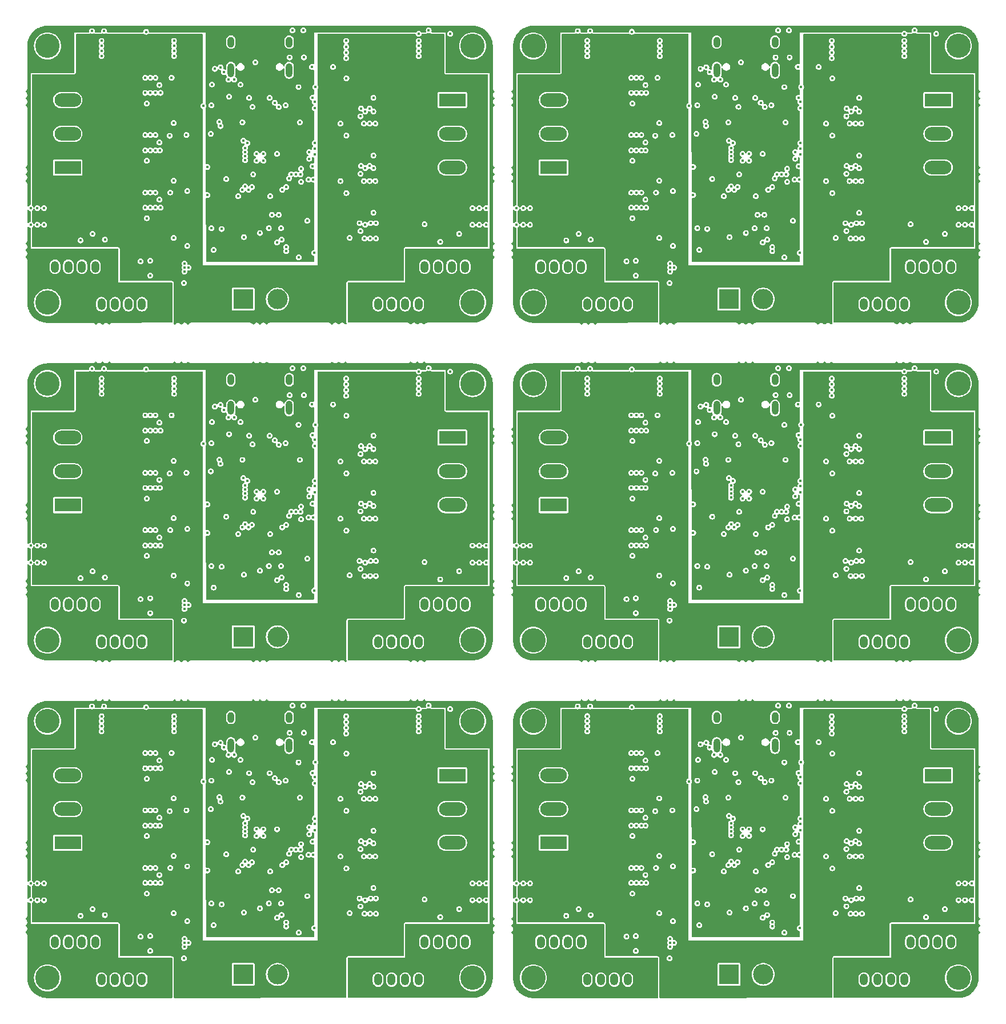
<source format=gbr>
%TF.GenerationSoftware,KiCad,Pcbnew,8.0.2*%
%TF.CreationDate,2024-05-05T15:06:13+02:00*%
%TF.ProjectId,panelized,70616e65-6c69-47a6-9564-2e6b69636164,rev?*%
%TF.SameCoordinates,Original*%
%TF.FileFunction,Copper,L3,Inr*%
%TF.FilePolarity,Positive*%
%FSLAX46Y46*%
G04 Gerber Fmt 4.6, Leading zero omitted, Abs format (unit mm)*
G04 Created by KiCad (PCBNEW 8.0.2) date 2024-05-05 15:06:13*
%MOMM*%
%LPD*%
G01*
G04 APERTURE LIST*
G04 Aperture macros list*
%AMRoundRect*
0 Rectangle with rounded corners*
0 $1 Rounding radius*
0 $2 $3 $4 $5 $6 $7 $8 $9 X,Y pos of 4 corners*
0 Add a 4 corners polygon primitive as box body*
4,1,4,$2,$3,$4,$5,$6,$7,$8,$9,$2,$3,0*
0 Add four circle primitives for the rounded corners*
1,1,$1+$1,$2,$3*
1,1,$1+$1,$4,$5*
1,1,$1+$1,$6,$7*
1,1,$1+$1,$8,$9*
0 Add four rect primitives between the rounded corners*
20,1,$1+$1,$2,$3,$4,$5,0*
20,1,$1+$1,$4,$5,$6,$7,0*
20,1,$1+$1,$6,$7,$8,$9,0*
20,1,$1+$1,$8,$9,$2,$3,0*%
G04 Aperture macros list end*
%TA.AperFunction,ComponentPad*%
%ADD10O,1.000000X2.100000*%
%TD*%
%TA.AperFunction,ComponentPad*%
%ADD11O,1.000000X1.600000*%
%TD*%
%TA.AperFunction,ComponentPad*%
%ADD12RoundRect,0.250000X0.350000X0.625000X-0.350000X0.625000X-0.350000X-0.625000X0.350000X-0.625000X0*%
%TD*%
%TA.AperFunction,ComponentPad*%
%ADD13O,1.200000X1.750000*%
%TD*%
%TA.AperFunction,ComponentPad*%
%ADD14R,3.000000X3.000000*%
%TD*%
%TA.AperFunction,ComponentPad*%
%ADD15C,3.000000*%
%TD*%
%TA.AperFunction,ComponentPad*%
%ADD16R,3.960000X1.980000*%
%TD*%
%TA.AperFunction,ComponentPad*%
%ADD17O,3.960000X1.980000*%
%TD*%
%TA.AperFunction,ComponentPad*%
%ADD18C,3.600000*%
%TD*%
%TA.AperFunction,ViaPad*%
%ADD19C,0.450000*%
%TD*%
G04 APERTURE END LIST*
D10*
%TO.N,Board_5-GND*%
%TO.C,J2*%
X118321000Y-107105000D03*
D11*
X118321000Y-102925000D03*
D10*
X109681000Y-107105000D03*
D11*
X109681000Y-102925000D03*
%TD*%
D12*
%TO.N,Board_2-+3V3*%
%TO.C,J10*%
X19601000Y-86200000D03*
D13*
%TO.N,Board_2-GND*%
X17601000Y-86200000D03*
%TO.N,Board_2-/HALL_DAT_3*%
X15601000Y-86200000D03*
%TO.N,Board_2-/HALL_CLK*%
X13601000Y-86200000D03*
%TO.N,Board_2-/HALL_CSN*%
X11601000Y-86200000D03*
%TO.N,Board_2-+3V3*%
X9601000Y-86200000D03*
%TD*%
D14*
%TO.N,Board_5-GND*%
%TO.C,J11*%
X111497000Y-141000000D03*
D15*
%TO.N,Board_5-/power/VPP_IN*%
X116577000Y-141000000D03*
%TD*%
D12*
%TO.N,Board_1-+3V3*%
%TO.C,J10*%
X91601000Y-36200000D03*
D13*
%TO.N,Board_1-GND*%
X89601000Y-36200000D03*
%TO.N,Board_1-/HALL_DAT_3*%
X87601000Y-36200000D03*
%TO.N,Board_1-/HALL_CLK*%
X85601000Y-36200000D03*
%TO.N,Board_1-/HALL_CSN*%
X83601000Y-36200000D03*
%TO.N,Board_1-+3V3*%
X81601000Y-36200000D03*
%TD*%
D12*
%TO.N,Board_1-+3V3*%
%TO.C,J9*%
X98501000Y-41750000D03*
D13*
%TO.N,Board_1-GND*%
X96501000Y-41750000D03*
%TO.N,Board_1-/HALL_DAT_2*%
X94501000Y-41750000D03*
%TO.N,Board_1-/HALL_CLK*%
X92501000Y-41750000D03*
%TO.N,Board_1-/HALL_CSN*%
X90501000Y-41750000D03*
%TO.N,Board_1-+3V3*%
X88501000Y-41750000D03*
%TD*%
D16*
%TO.N,Board_5-/cur_sense/IO1*%
%TO.C,J5*%
X85501000Y-121500000D03*
D17*
%TO.N,Board_5-/bridge2/OUT*%
X85501000Y-116500000D03*
%TO.N,Board_5-/cur_sense1/IO2*%
X85501000Y-111500000D03*
%TD*%
D18*
%TO.N,Board_0-GND*%
%TO.C,H4*%
X10501000Y-3500000D03*
%TD*%
%TO.N,Board_3-GND*%
%TO.C,H1*%
X82501000Y-91500000D03*
%TD*%
%TO.N,Board_5-GND*%
%TO.C,H4*%
X82501000Y-103500000D03*
%TD*%
%TO.N,Board_2-GND*%
%TO.C,H3*%
X73501000Y-53500000D03*
%TD*%
D10*
%TO.N,Board_4-GND*%
%TO.C,J2*%
X46321000Y-107105000D03*
D11*
X46321000Y-102925000D03*
D10*
X37681000Y-107105000D03*
D11*
X37681000Y-102925000D03*
%TD*%
D12*
%TO.N,Board_1-+3V3*%
%TO.C,J7*%
X139501000Y-41750000D03*
D13*
%TO.N,Board_1-GND*%
X137501000Y-41750000D03*
%TO.N,Board_1-/HALL_DAT_0*%
X135501000Y-41750000D03*
%TO.N,Board_1-/HALL_CLK*%
X133501000Y-41750000D03*
%TO.N,Board_1-/HALL_CSN*%
X131501000Y-41750000D03*
%TO.N,Board_1-+3V3*%
X129501000Y-41750000D03*
%TD*%
D12*
%TO.N,Board_5-+3V3*%
%TO.C,J8*%
X146401000Y-136200000D03*
D13*
%TO.N,Board_5-GND*%
X144401000Y-136200000D03*
%TO.N,Board_5-/HALL_DAT_1*%
X142401000Y-136200000D03*
%TO.N,Board_5-/HALL_CLK*%
X140401000Y-136200000D03*
%TO.N,Board_5-/HALL_CSN*%
X138401000Y-136200000D03*
%TO.N,Board_5-+3V3*%
X136401000Y-136200000D03*
%TD*%
D18*
%TO.N,Board_4-GND*%
%TO.C,H2*%
X73501000Y-141500000D03*
%TD*%
D14*
%TO.N,Board_2-GND*%
%TO.C,J11*%
X39497000Y-91000000D03*
D15*
%TO.N,Board_2-/power/VPP_IN*%
X44577000Y-91000000D03*
%TD*%
D12*
%TO.N,Board_5-+3V3*%
%TO.C,J10*%
X91601000Y-136200000D03*
D13*
%TO.N,Board_5-GND*%
X89601000Y-136200000D03*
%TO.N,Board_5-/HALL_DAT_3*%
X87601000Y-136200000D03*
%TO.N,Board_5-/HALL_CLK*%
X85601000Y-136200000D03*
%TO.N,Board_5-/HALL_CSN*%
X83601000Y-136200000D03*
%TO.N,Board_5-+3V3*%
X81601000Y-136200000D03*
%TD*%
D12*
%TO.N,Board_2-+3V3*%
%TO.C,J7*%
X67501000Y-91750000D03*
D13*
%TO.N,Board_2-GND*%
X65501000Y-91750000D03*
%TO.N,Board_2-/HALL_DAT_0*%
X63501000Y-91750000D03*
%TO.N,Board_2-/HALL_CLK*%
X61501000Y-91750000D03*
%TO.N,Board_2-/HALL_CSN*%
X59501000Y-91750000D03*
%TO.N,Board_2-+3V3*%
X57501000Y-91750000D03*
%TD*%
D12*
%TO.N,Board_2-+3V3*%
%TO.C,J8*%
X74401000Y-86200000D03*
D13*
%TO.N,Board_2-GND*%
X72401000Y-86200000D03*
%TO.N,Board_2-/HALL_DAT_1*%
X70401000Y-86200000D03*
%TO.N,Board_2-/HALL_CLK*%
X68401000Y-86200000D03*
%TO.N,Board_2-/HALL_CSN*%
X66401000Y-86200000D03*
%TO.N,Board_2-+3V3*%
X64401000Y-86200000D03*
%TD*%
D18*
%TO.N,Board_0-GND*%
%TO.C,H3*%
X73501000Y-3500000D03*
%TD*%
%TO.N,Board_1-GND*%
%TO.C,H3*%
X145501000Y-3500000D03*
%TD*%
D12*
%TO.N,Board_3-+3V3*%
%TO.C,J8*%
X146401000Y-86200000D03*
D13*
%TO.N,Board_3-GND*%
X144401000Y-86200000D03*
%TO.N,Board_3-/HALL_DAT_1*%
X142401000Y-86200000D03*
%TO.N,Board_3-/HALL_CLK*%
X140401000Y-86200000D03*
%TO.N,Board_3-/HALL_CSN*%
X138401000Y-86200000D03*
%TO.N,Board_3-+3V3*%
X136401000Y-86200000D03*
%TD*%
D18*
%TO.N,Board_3-GND*%
%TO.C,H3*%
X145501000Y-53500000D03*
%TD*%
D12*
%TO.N,Board_4-+3V3*%
%TO.C,J7*%
X67501000Y-141750000D03*
D13*
%TO.N,Board_4-GND*%
X65501000Y-141750000D03*
%TO.N,Board_4-/HALL_DAT_0*%
X63501000Y-141750000D03*
%TO.N,Board_4-/HALL_CLK*%
X61501000Y-141750000D03*
%TO.N,Board_4-/HALL_CSN*%
X59501000Y-141750000D03*
%TO.N,Board_4-+3V3*%
X57501000Y-141750000D03*
%TD*%
D12*
%TO.N,Board_0-+3V3*%
%TO.C,J7*%
X67501000Y-41750000D03*
D13*
%TO.N,Board_0-GND*%
X65501000Y-41750000D03*
%TO.N,Board_0-/HALL_DAT_0*%
X63501000Y-41750000D03*
%TO.N,Board_0-/HALL_CLK*%
X61501000Y-41750000D03*
%TO.N,Board_0-/HALL_CSN*%
X59501000Y-41750000D03*
%TO.N,Board_0-+3V3*%
X57501000Y-41750000D03*
%TD*%
D14*
%TO.N,Board_0-GND*%
%TO.C,J11*%
X39497000Y-41000000D03*
D15*
%TO.N,Board_0-/power/VPP_IN*%
X44577000Y-41000000D03*
%TD*%
D18*
%TO.N,Board_4-GND*%
%TO.C,H4*%
X10501000Y-103500000D03*
%TD*%
D12*
%TO.N,Board_5-+3V3*%
%TO.C,J9*%
X98501000Y-141750000D03*
D13*
%TO.N,Board_5-GND*%
X96501000Y-141750000D03*
%TO.N,Board_5-/HALL_DAT_2*%
X94501000Y-141750000D03*
%TO.N,Board_5-/HALL_CLK*%
X92501000Y-141750000D03*
%TO.N,Board_5-/HALL_CSN*%
X90501000Y-141750000D03*
%TO.N,Board_5-+3V3*%
X88501000Y-141750000D03*
%TD*%
D12*
%TO.N,Board_0-+3V3*%
%TO.C,J10*%
X19601000Y-36200000D03*
D13*
%TO.N,Board_0-GND*%
X17601000Y-36200000D03*
%TO.N,Board_0-/HALL_DAT_3*%
X15601000Y-36200000D03*
%TO.N,Board_0-/HALL_CLK*%
X13601000Y-36200000D03*
%TO.N,Board_0-/HALL_CSN*%
X11601000Y-36200000D03*
%TO.N,Board_0-+3V3*%
X9601000Y-36200000D03*
%TD*%
D16*
%TO.N,Board_0-/cur_sense2/IO1*%
%TO.C,J6*%
X70501000Y-11500000D03*
D17*
%TO.N,Board_0-/bridge5/OUT*%
X70501000Y-16500000D03*
%TO.N,Board_0-/cur_sense3/IO2*%
X70501000Y-21500000D03*
%TD*%
D12*
%TO.N,Board_3-+3V3*%
%TO.C,J10*%
X91601000Y-86200000D03*
D13*
%TO.N,Board_3-GND*%
X89601000Y-86200000D03*
%TO.N,Board_3-/HALL_DAT_3*%
X87601000Y-86200000D03*
%TO.N,Board_3-/HALL_CLK*%
X85601000Y-86200000D03*
%TO.N,Board_3-/HALL_CSN*%
X83601000Y-86200000D03*
%TO.N,Board_3-+3V3*%
X81601000Y-86200000D03*
%TD*%
D16*
%TO.N,Board_1-/cur_sense2/IO1*%
%TO.C,J6*%
X142501000Y-11500000D03*
D17*
%TO.N,Board_1-/bridge5/OUT*%
X142501000Y-16500000D03*
%TO.N,Board_1-/cur_sense3/IO2*%
X142501000Y-21500000D03*
%TD*%
D12*
%TO.N,Board_4-+3V3*%
%TO.C,J10*%
X19601000Y-136200000D03*
D13*
%TO.N,Board_4-GND*%
X17601000Y-136200000D03*
%TO.N,Board_4-/HALL_DAT_3*%
X15601000Y-136200000D03*
%TO.N,Board_4-/HALL_CLK*%
X13601000Y-136200000D03*
%TO.N,Board_4-/HALL_CSN*%
X11601000Y-136200000D03*
%TO.N,Board_4-+3V3*%
X9601000Y-136200000D03*
%TD*%
D18*
%TO.N,Board_2-GND*%
%TO.C,H4*%
X10501000Y-53500000D03*
%TD*%
D12*
%TO.N,Board_3-+3V3*%
%TO.C,J7*%
X139501000Y-91750000D03*
D13*
%TO.N,Board_3-GND*%
X137501000Y-91750000D03*
%TO.N,Board_3-/HALL_DAT_0*%
X135501000Y-91750000D03*
%TO.N,Board_3-/HALL_CLK*%
X133501000Y-91750000D03*
%TO.N,Board_3-/HALL_CSN*%
X131501000Y-91750000D03*
%TO.N,Board_3-+3V3*%
X129501000Y-91750000D03*
%TD*%
D12*
%TO.N,Board_1-+3V3*%
%TO.C,J8*%
X146401000Y-36200000D03*
D13*
%TO.N,Board_1-GND*%
X144401000Y-36200000D03*
%TO.N,Board_1-/HALL_DAT_1*%
X142401000Y-36200000D03*
%TO.N,Board_1-/HALL_CLK*%
X140401000Y-36200000D03*
%TO.N,Board_1-/HALL_CSN*%
X138401000Y-36200000D03*
%TO.N,Board_1-+3V3*%
X136401000Y-36200000D03*
%TD*%
D14*
%TO.N,Board_3-GND*%
%TO.C,J11*%
X111497000Y-91000000D03*
D15*
%TO.N,Board_3-/power/VPP_IN*%
X116577000Y-91000000D03*
%TD*%
D18*
%TO.N,Board_1-GND*%
%TO.C,H4*%
X82501000Y-3500000D03*
%TD*%
D16*
%TO.N,Board_3-/cur_sense2/IO1*%
%TO.C,J6*%
X142501000Y-61500000D03*
D17*
%TO.N,Board_3-/bridge5/OUT*%
X142501000Y-66500000D03*
%TO.N,Board_3-/cur_sense3/IO2*%
X142501000Y-71500000D03*
%TD*%
D10*
%TO.N,Board_0-GND*%
%TO.C,J2*%
X46321000Y-7105000D03*
D11*
X46321000Y-2925000D03*
D10*
X37681000Y-7105000D03*
D11*
X37681000Y-2925000D03*
%TD*%
D12*
%TO.N,Board_5-+3V3*%
%TO.C,J7*%
X139501000Y-141750000D03*
D13*
%TO.N,Board_5-GND*%
X137501000Y-141750000D03*
%TO.N,Board_5-/HALL_DAT_0*%
X135501000Y-141750000D03*
%TO.N,Board_5-/HALL_CLK*%
X133501000Y-141750000D03*
%TO.N,Board_5-/HALL_CSN*%
X131501000Y-141750000D03*
%TO.N,Board_5-+3V3*%
X129501000Y-141750000D03*
%TD*%
D14*
%TO.N,Board_1-GND*%
%TO.C,J11*%
X111497000Y-41000000D03*
D15*
%TO.N,Board_1-/power/VPP_IN*%
X116577000Y-41000000D03*
%TD*%
D16*
%TO.N,Board_4-/cur_sense2/IO1*%
%TO.C,J6*%
X70501000Y-111500000D03*
D17*
%TO.N,Board_4-/bridge5/OUT*%
X70501000Y-116500000D03*
%TO.N,Board_4-/cur_sense3/IO2*%
X70501000Y-121500000D03*
%TD*%
D12*
%TO.N,Board_3-+3V3*%
%TO.C,J9*%
X98501000Y-91750000D03*
D13*
%TO.N,Board_3-GND*%
X96501000Y-91750000D03*
%TO.N,Board_3-/HALL_DAT_2*%
X94501000Y-91750000D03*
%TO.N,Board_3-/HALL_CLK*%
X92501000Y-91750000D03*
%TO.N,Board_3-/HALL_CSN*%
X90501000Y-91750000D03*
%TO.N,Board_3-+3V3*%
X88501000Y-91750000D03*
%TD*%
D18*
%TO.N,Board_4-GND*%
%TO.C,H3*%
X73501000Y-103500000D03*
%TD*%
D16*
%TO.N,Board_2-/cur_sense2/IO1*%
%TO.C,J6*%
X70501000Y-61500000D03*
D17*
%TO.N,Board_2-/bridge5/OUT*%
X70501000Y-66500000D03*
%TO.N,Board_2-/cur_sense3/IO2*%
X70501000Y-71500000D03*
%TD*%
D18*
%TO.N,Board_5-GND*%
%TO.C,H2*%
X145501000Y-141500000D03*
%TD*%
%TO.N,Board_2-GND*%
%TO.C,H1*%
X10501000Y-91500000D03*
%TD*%
%TO.N,Board_3-GND*%
%TO.C,H4*%
X82501000Y-53500000D03*
%TD*%
D16*
%TO.N,Board_3-/cur_sense/IO1*%
%TO.C,J5*%
X85501000Y-71500000D03*
D17*
%TO.N,Board_3-/bridge2/OUT*%
X85501000Y-66500000D03*
%TO.N,Board_3-/cur_sense1/IO2*%
X85501000Y-61500000D03*
%TD*%
D18*
%TO.N,Board_1-GND*%
%TO.C,H1*%
X82501000Y-41500000D03*
%TD*%
D10*
%TO.N,Board_1-GND*%
%TO.C,J2*%
X118321000Y-7105000D03*
D11*
X118321000Y-2925000D03*
D10*
X109681000Y-7105000D03*
D11*
X109681000Y-2925000D03*
%TD*%
D18*
%TO.N,Board_0-GND*%
%TO.C,H2*%
X73501000Y-41500000D03*
%TD*%
D16*
%TO.N,Board_1-/cur_sense/IO1*%
%TO.C,J5*%
X85501000Y-21500000D03*
D17*
%TO.N,Board_1-/bridge2/OUT*%
X85501000Y-16500000D03*
%TO.N,Board_1-/cur_sense1/IO2*%
X85501000Y-11500000D03*
%TD*%
D16*
%TO.N,Board_4-/cur_sense/IO1*%
%TO.C,J5*%
X13501000Y-121500000D03*
D17*
%TO.N,Board_4-/bridge2/OUT*%
X13501000Y-116500000D03*
%TO.N,Board_4-/cur_sense1/IO2*%
X13501000Y-111500000D03*
%TD*%
D18*
%TO.N,Board_1-GND*%
%TO.C,H2*%
X145501000Y-41500000D03*
%TD*%
%TO.N,Board_0-GND*%
%TO.C,H1*%
X10501000Y-41500000D03*
%TD*%
%TO.N,Board_5-GND*%
%TO.C,H3*%
X145501000Y-103500000D03*
%TD*%
D12*
%TO.N,Board_4-+3V3*%
%TO.C,J8*%
X74401000Y-136200000D03*
D13*
%TO.N,Board_4-GND*%
X72401000Y-136200000D03*
%TO.N,Board_4-/HALL_DAT_1*%
X70401000Y-136200000D03*
%TO.N,Board_4-/HALL_CLK*%
X68401000Y-136200000D03*
%TO.N,Board_4-/HALL_CSN*%
X66401000Y-136200000D03*
%TO.N,Board_4-+3V3*%
X64401000Y-136200000D03*
%TD*%
D18*
%TO.N,Board_2-GND*%
%TO.C,H2*%
X73501000Y-91500000D03*
%TD*%
D12*
%TO.N,Board_0-+3V3*%
%TO.C,J8*%
X74401000Y-36200000D03*
D13*
%TO.N,Board_0-GND*%
X72401000Y-36200000D03*
%TO.N,Board_0-/HALL_DAT_1*%
X70401000Y-36200000D03*
%TO.N,Board_0-/HALL_CLK*%
X68401000Y-36200000D03*
%TO.N,Board_0-/HALL_CSN*%
X66401000Y-36200000D03*
%TO.N,Board_0-+3V3*%
X64401000Y-36200000D03*
%TD*%
D16*
%TO.N,Board_2-/cur_sense/IO1*%
%TO.C,J5*%
X13501000Y-71500000D03*
D17*
%TO.N,Board_2-/bridge2/OUT*%
X13501000Y-66500000D03*
%TO.N,Board_2-/cur_sense1/IO2*%
X13501000Y-61500000D03*
%TD*%
D12*
%TO.N,Board_4-+3V3*%
%TO.C,J9*%
X26501000Y-141750000D03*
D13*
%TO.N,Board_4-GND*%
X24501000Y-141750000D03*
%TO.N,Board_4-/HALL_DAT_2*%
X22501000Y-141750000D03*
%TO.N,Board_4-/HALL_CLK*%
X20501000Y-141750000D03*
%TO.N,Board_4-/HALL_CSN*%
X18501000Y-141750000D03*
%TO.N,Board_4-+3V3*%
X16501000Y-141750000D03*
%TD*%
D16*
%TO.N,Board_5-/cur_sense2/IO1*%
%TO.C,J6*%
X142501000Y-111500000D03*
D17*
%TO.N,Board_5-/bridge5/OUT*%
X142501000Y-116500000D03*
%TO.N,Board_5-/cur_sense3/IO2*%
X142501000Y-121500000D03*
%TD*%
D16*
%TO.N,Board_0-/cur_sense/IO1*%
%TO.C,J5*%
X13501000Y-21500000D03*
D17*
%TO.N,Board_0-/bridge2/OUT*%
X13501000Y-16500000D03*
%TO.N,Board_0-/cur_sense1/IO2*%
X13501000Y-11500000D03*
%TD*%
D18*
%TO.N,Board_5-GND*%
%TO.C,H1*%
X82501000Y-141500000D03*
%TD*%
%TO.N,Board_4-GND*%
%TO.C,H1*%
X10501000Y-141500000D03*
%TD*%
%TO.N,Board_3-GND*%
%TO.C,H2*%
X145501000Y-91500000D03*
%TD*%
D14*
%TO.N,Board_4-GND*%
%TO.C,J11*%
X39497000Y-141000000D03*
D15*
%TO.N,Board_4-/power/VPP_IN*%
X44577000Y-141000000D03*
%TD*%
D12*
%TO.N,Board_0-+3V3*%
%TO.C,J9*%
X26501000Y-41750000D03*
D13*
%TO.N,Board_0-GND*%
X24501000Y-41750000D03*
%TO.N,Board_0-/HALL_DAT_2*%
X22501000Y-41750000D03*
%TO.N,Board_0-/HALL_CLK*%
X20501000Y-41750000D03*
%TO.N,Board_0-/HALL_CSN*%
X18501000Y-41750000D03*
%TO.N,Board_0-+3V3*%
X16501000Y-41750000D03*
%TD*%
D10*
%TO.N,Board_3-GND*%
%TO.C,J2*%
X118321000Y-57105000D03*
D11*
X118321000Y-52925000D03*
D10*
X109681000Y-57105000D03*
D11*
X109681000Y-52925000D03*
%TD*%
D12*
%TO.N,Board_2-+3V3*%
%TO.C,J9*%
X26501000Y-91750000D03*
D13*
%TO.N,Board_2-GND*%
X24501000Y-91750000D03*
%TO.N,Board_2-/HALL_DAT_2*%
X22501000Y-91750000D03*
%TO.N,Board_2-/HALL_CLK*%
X20501000Y-91750000D03*
%TO.N,Board_2-/HALL_CSN*%
X18501000Y-91750000D03*
%TO.N,Board_2-+3V3*%
X16501000Y-91750000D03*
%TD*%
D10*
%TO.N,Board_2-GND*%
%TO.C,J2*%
X46321000Y-57105000D03*
D11*
X46321000Y-52925000D03*
D10*
X37681000Y-57105000D03*
D11*
X37681000Y-52925000D03*
%TD*%
D19*
%TO.N,Board_5-VPP*%
X125501000Y-134500000D03*
X103701000Y-110150000D03*
X102901000Y-129400000D03*
X131501000Y-105500000D03*
X143501000Y-128500000D03*
X143501000Y-127500000D03*
X125401000Y-111400000D03*
X130751000Y-106250000D03*
X143501000Y-130500000D03*
X126101000Y-130000000D03*
X103001000Y-126200000D03*
X130751000Y-105500000D03*
X126101000Y-131100000D03*
X104001000Y-118650000D03*
X132251000Y-105500000D03*
X94501000Y-105500000D03*
X95251000Y-105500000D03*
X125101000Y-131100000D03*
X125501000Y-135500000D03*
X96001000Y-106250000D03*
X133001000Y-105500000D03*
X101901000Y-128400000D03*
X94501000Y-106250000D03*
X124901000Y-122600000D03*
X103701000Y-111150000D03*
X102701000Y-110150000D03*
X102901000Y-128400000D03*
X102001000Y-126200000D03*
X84001000Y-127500000D03*
X123201000Y-110300000D03*
X132251000Y-106250000D03*
X84001000Y-128500000D03*
X133001000Y-106250000D03*
X103701000Y-109150000D03*
X101901000Y-129400000D03*
X125101000Y-130000000D03*
X104301000Y-121400000D03*
X124301000Y-111400000D03*
X123201000Y-111400000D03*
X96751000Y-105500000D03*
X102201000Y-120800000D03*
X123801000Y-121500000D03*
X96751000Y-106250000D03*
X125501000Y-136500000D03*
X126501000Y-134500000D03*
X96001000Y-105500000D03*
X84001000Y-130500000D03*
X126501000Y-135500000D03*
X103001000Y-118650000D03*
X124301000Y-110300000D03*
X103001000Y-117650000D03*
X125401000Y-110300000D03*
X102701000Y-109150000D03*
X126001000Y-121500000D03*
X124101000Y-131100000D03*
X124101000Y-130000000D03*
X143501000Y-129500000D03*
X124901000Y-121500000D03*
X123801000Y-122600000D03*
X95251000Y-106250000D03*
X84001000Y-129500000D03*
X126001000Y-122600000D03*
X131501000Y-106250000D03*
X102701000Y-111150000D03*
X126501000Y-136500000D03*
%TO.N,Board_5-Net-(U16-VCOMH)*%
X122201000Y-109600000D03*
%TO.N,Board_5-Net-(U16-VCC)*%
X119701000Y-109600000D03*
%TO.N,Board_5-Net-(U16-C2P)*%
X109401000Y-111000000D03*
%TO.N,Board_5-Net-(U16-C2N)*%
X109301000Y-108500000D03*
%TO.N,Board_5-Net-(U16-C1P)*%
X110201000Y-108500000D03*
%TO.N,Board_5-Net-(U16-C1N)*%
X111101000Y-109200000D03*
%TO.N,Board_5-Net-(D8-A)*%
X99106000Y-109275000D03*
%TO.N,Board_5-Net-(D7-A)*%
X101196000Y-114925000D03*
%TO.N,Board_5-Net-(D4-A)*%
X99106000Y-126275000D03*
%TO.N,Board_5-Net-(D3-A)*%
X101196000Y-131925000D03*
%TO.N,Board_5-Net-(D23-A)*%
X119723500Y-134800000D03*
%TO.N,Board_5-Net-(D20-A)*%
X128896000Y-122425000D03*
%TO.N,Board_5-Net-(D19-A)*%
X126806000Y-116775000D03*
%TO.N,Board_5-Net-(D17-A)*%
X128896000Y-130925000D03*
%TO.N,Board_5-Net-(D16-A)*%
X126806000Y-125275000D03*
%TO.N,Board_5-Net-(D14-A)*%
X128896000Y-113925000D03*
%TO.N,Board_5-Net-(D13-A)*%
X126806000Y-108275000D03*
%TO.N,Board_5-Net-(D11-A)*%
X99106000Y-117775000D03*
%TO.N,Board_5-Net-(D10-A)*%
X101196000Y-123425000D03*
%TO.N,Board_5-GND*%
X137501000Y-103500000D03*
X107101000Y-133700000D03*
X103101000Y-116700000D03*
X147501000Y-127500000D03*
X97751000Y-108200000D03*
X120101000Y-123600000D03*
X145501000Y-127500000D03*
X91001000Y-132200000D03*
X98501000Y-125200000D03*
X137501000Y-102750000D03*
X124801000Y-106600000D03*
X102701000Y-138600000D03*
X81001000Y-130000000D03*
X114501000Y-120500000D03*
X97751000Y-110450000D03*
X130301000Y-132000000D03*
X106801000Y-112300000D03*
X101251000Y-103500000D03*
X90501000Y-103500000D03*
X121701000Y-106600000D03*
X103201000Y-125000000D03*
X98501000Y-116700000D03*
X114501000Y-119500000D03*
X137501000Y-104250000D03*
X137501000Y-101700000D03*
X115501000Y-125750000D03*
X146501000Y-127500000D03*
X97001000Y-116700000D03*
X90501000Y-105000000D03*
X116751000Y-128500000D03*
X101251000Y-105000000D03*
X127301000Y-131900000D03*
X97001000Y-118950000D03*
X108301000Y-130600000D03*
X130401000Y-129750000D03*
X128751000Y-129750000D03*
X103201000Y-133100000D03*
X114001000Y-131200000D03*
X100901000Y-108200000D03*
X130251000Y-121250000D03*
X131101000Y-115000000D03*
X106201000Y-121400000D03*
X143501000Y-131300000D03*
X126751000Y-102750000D03*
X113501000Y-120500000D03*
X119901000Y-114800000D03*
X105601000Y-112400000D03*
X137501000Y-105000000D03*
X107301000Y-106900000D03*
X99251000Y-110450000D03*
X97751000Y-125200000D03*
X90501000Y-102750000D03*
X147501000Y-130000000D03*
X99151000Y-118950000D03*
X98501000Y-127450000D03*
X121901000Y-123300000D03*
X131101000Y-123500000D03*
X115401000Y-111200000D03*
X120101000Y-121700000D03*
X128951000Y-112750000D03*
X129501000Y-132000000D03*
X106701000Y-116500000D03*
X111401000Y-114800000D03*
X97001000Y-125200000D03*
X130251000Y-123500000D03*
X115751000Y-128500000D03*
X116801000Y-112550000D03*
X125901000Y-123500000D03*
X90501000Y-104250000D03*
X101251000Y-104250000D03*
X129401000Y-123500000D03*
X99251000Y-127450000D03*
X97701000Y-135300000D03*
X131201000Y-132000000D03*
X98501000Y-108200000D03*
X129601000Y-130000000D03*
X82001000Y-127500000D03*
X130801000Y-121600000D03*
X98501000Y-110450000D03*
X125901000Y-115000000D03*
X146501000Y-130000000D03*
X97751000Y-118950000D03*
X97001000Y-127450000D03*
X80001000Y-130000000D03*
X129401000Y-115000000D03*
X112401000Y-111200000D03*
X109001000Y-123200000D03*
X129601000Y-121600000D03*
X126751000Y-104450000D03*
X82001000Y-130000000D03*
X81001000Y-127500000D03*
X142201000Y-101700000D03*
X113501000Y-119500000D03*
X140701000Y-132500000D03*
X130801000Y-113200000D03*
X128951000Y-121250000D03*
X80001000Y-127500000D03*
X106801000Y-130500000D03*
X101251000Y-102750000D03*
X106901000Y-109200000D03*
X117801000Y-112300000D03*
X113001000Y-122500000D03*
X131201000Y-129750000D03*
X97751000Y-116700000D03*
X126751000Y-105300000D03*
X100701000Y-125200000D03*
X112901000Y-112500000D03*
X97001000Y-108200000D03*
X100601000Y-116800000D03*
X96301000Y-135400000D03*
X106201000Y-125600000D03*
X129601000Y-113200000D03*
X111601000Y-131800000D03*
X110751000Y-125750000D03*
X98501000Y-118950000D03*
X121001000Y-129400000D03*
X97001000Y-110450000D03*
X89101000Y-101300000D03*
X122001000Y-134150000D03*
X130251000Y-112750000D03*
X130251000Y-115000000D03*
X126751000Y-103600000D03*
X145501000Y-130000000D03*
X97751000Y-127450000D03*
X97101000Y-101400000D03*
X87401000Y-132300000D03*
%TO.N,Board_5-/rp2040/STATUS_LED*%
X121201000Y-123300000D03*
X116501000Y-119500000D03*
%TO.N,Board_5-/bridge5/OUT*%
X130801000Y-119700000D03*
%TO.N,Board_5-/bridge5/L_IN*%
X122101000Y-119600000D03*
X111801000Y-119200000D03*
%TO.N,Board_5-/bridge5/H_IN*%
X111801000Y-118600000D03*
X121301000Y-119200000D03*
%TO.N,Board_5-/bridge4/OUT*%
X130801000Y-128200000D03*
%TO.N,Board_5-/bridge4/L_IN*%
X111801000Y-120400000D03*
X121801000Y-121300000D03*
%TO.N,Board_5-/bridge4/H_IN*%
X121301000Y-120200000D03*
X111801000Y-119800000D03*
%TO.N,Board_5-/bridge3/OUT*%
X130801000Y-111200000D03*
%TO.N,Board_5-/bridge3/L_IN*%
X112101000Y-117900000D03*
X122101000Y-118700000D03*
%TO.N,Board_5-/bridge3/H_IN*%
X111501000Y-117500000D03*
X122101000Y-117900000D03*
%TO.N,Board_5-/bridge2/OUT*%
X97201000Y-120500000D03*
%TO.N,Board_5-/bridge1/OUT*%
X97201000Y-112000000D03*
%TO.N,Board_5-/bridge/OUT*%
X97201000Y-129000000D03*
%TO.N,Board_5-/RS485_TX*%
X102801000Y-135700000D03*
X111401000Y-124800000D03*
%TO.N,Board_5-/RS485_RX*%
X103401000Y-136300000D03*
X111801000Y-124300000D03*
%TO.N,Board_5-/RS485_NRE*%
X112801000Y-124400000D03*
X102801000Y-136900000D03*
%TO.N,Board_5-/RS485_DE*%
X102801000Y-136300000D03*
X112301000Y-124800000D03*
%TO.N,Board_5-/I2C_SDA*%
X108001000Y-114750000D03*
X108151000Y-106650000D03*
X122101000Y-111780300D03*
%TO.N,Board_5-/I2C_SCL*%
X108651000Y-107400000D03*
X108123573Y-115362866D03*
X121791416Y-111156690D03*
%TO.N,Board_5-/HALL_DAT_3*%
X118601000Y-122500000D03*
%TO.N,Board_5-/HALL_DAT_2*%
X118301000Y-123100000D03*
%TO.N,Board_5-/HALL_DAT_1*%
X120001000Y-122500000D03*
%TO.N,Board_5-/HALL_DAT_0*%
X119301000Y-122500000D03*
%TO.N,Board_5-/HALL_CSN*%
X117301000Y-124800000D03*
X117901000Y-133900000D03*
X116501000Y-132600000D03*
%TO.N,Board_5-/HALL_CLK*%
X117201000Y-132200000D03*
X117901000Y-124400000D03*
X117901000Y-133300000D03*
%TO.N,Board_5-/DISP_RES*%
X113301000Y-105900000D03*
X120501000Y-105200000D03*
X118401000Y-105200000D03*
%TO.N,Board_5-/ADC_3*%
X120401000Y-101200000D03*
%TO.N,Board_5-/ADC_2*%
X139001000Y-101200000D03*
%TO.N,Board_5-/ADC_1*%
X90901000Y-101300000D03*
%TO.N,Board_5-/ADC_0*%
X118801000Y-101200000D03*
%TO.N,Board_5-+5V*%
X116201000Y-111900000D03*
X115301000Y-130500000D03*
X117101000Y-130500000D03*
X122101000Y-112700000D03*
%TO.N,Board_5-+3V3*%
X140401000Y-133900000D03*
X108301000Y-122700000D03*
X114301000Y-124600000D03*
X89201000Y-131300000D03*
X110601000Y-116700000D03*
X97701000Y-137500000D03*
X106901000Y-114400000D03*
X114401000Y-115600000D03*
X113401000Y-111200000D03*
X110201000Y-132800000D03*
X108001000Y-118400000D03*
X111701000Y-108700000D03*
X96301000Y-139000000D03*
X110201000Y-127600000D03*
X109501000Y-131000000D03*
X111801000Y-121200000D03*
X142201000Y-100800000D03*
X116201000Y-117600000D03*
X108301000Y-110400000D03*
X138401000Y-129900000D03*
X116401000Y-121000000D03*
X118701000Y-112200000D03*
X116126003Y-125750000D03*
X94201000Y-101000000D03*
X113901000Y-115100000D03*
X107001000Y-132500000D03*
%TO.N,Board_4-VPP*%
X30701000Y-109150000D03*
X59501000Y-105500000D03*
X53401000Y-111400000D03*
X53101000Y-130000000D03*
X31001000Y-117650000D03*
X31001000Y-118650000D03*
X22501000Y-105500000D03*
X32001000Y-118650000D03*
X52901000Y-122600000D03*
X12001000Y-130500000D03*
X54501000Y-136500000D03*
X29901000Y-128400000D03*
X52901000Y-121500000D03*
X53501000Y-136500000D03*
X31701000Y-109150000D03*
X30901000Y-128400000D03*
X54101000Y-131100000D03*
X24751000Y-105500000D03*
X71501000Y-129500000D03*
X31701000Y-110150000D03*
X30701000Y-110150000D03*
X61001000Y-105500000D03*
X59501000Y-106250000D03*
X71501000Y-130500000D03*
X30701000Y-111150000D03*
X30201000Y-120800000D03*
X54501000Y-134500000D03*
X51201000Y-111400000D03*
X30901000Y-129400000D03*
X12001000Y-129500000D03*
X51801000Y-122600000D03*
X54001000Y-122600000D03*
X53401000Y-110300000D03*
X52301000Y-111400000D03*
X30001000Y-126200000D03*
X52101000Y-130000000D03*
X54001000Y-121500000D03*
X24001000Y-106250000D03*
X60251000Y-105500000D03*
X24751000Y-106250000D03*
X60251000Y-106250000D03*
X51201000Y-110300000D03*
X61001000Y-106250000D03*
X23251000Y-105500000D03*
X54101000Y-130000000D03*
X53501000Y-134500000D03*
X12001000Y-127500000D03*
X53101000Y-131100000D03*
X12001000Y-128500000D03*
X54501000Y-135500000D03*
X32301000Y-121400000D03*
X71501000Y-128500000D03*
X31001000Y-126200000D03*
X31701000Y-111150000D03*
X51801000Y-121500000D03*
X71501000Y-127500000D03*
X52101000Y-131100000D03*
X23251000Y-106250000D03*
X24001000Y-105500000D03*
X29901000Y-129400000D03*
X58751000Y-106250000D03*
X58751000Y-105500000D03*
X52301000Y-110300000D03*
X53501000Y-135500000D03*
X22501000Y-106250000D03*
%TO.N,Board_4-Net-(U16-VCOMH)*%
X50201000Y-109600000D03*
%TO.N,Board_4-Net-(U16-VCC)*%
X47701000Y-109600000D03*
%TO.N,Board_4-Net-(U16-C2P)*%
X37401000Y-111000000D03*
%TO.N,Board_4-Net-(U16-C2N)*%
X37301000Y-108500000D03*
%TO.N,Board_4-Net-(U16-C1P)*%
X38201000Y-108500000D03*
%TO.N,Board_4-Net-(U16-C1N)*%
X39101000Y-109200000D03*
%TO.N,Board_4-Net-(D8-A)*%
X27106000Y-109275000D03*
%TO.N,Board_4-Net-(D7-A)*%
X29196000Y-114925000D03*
%TO.N,Board_4-Net-(D4-A)*%
X27106000Y-126275000D03*
%TO.N,Board_4-Net-(D3-A)*%
X29196000Y-131925000D03*
%TO.N,Board_4-Net-(D23-A)*%
X47723500Y-134800000D03*
%TO.N,Board_4-Net-(D20-A)*%
X56896000Y-122425000D03*
%TO.N,Board_4-Net-(D19-A)*%
X54806000Y-116775000D03*
%TO.N,Board_4-Net-(D17-A)*%
X56896000Y-130925000D03*
%TO.N,Board_4-Net-(D16-A)*%
X54806000Y-125275000D03*
%TO.N,Board_4-Net-(D14-A)*%
X56896000Y-113925000D03*
%TO.N,Board_4-Net-(D13-A)*%
X54806000Y-108275000D03*
%TO.N,Board_4-Net-(D11-A)*%
X27106000Y-117775000D03*
%TO.N,Board_4-Net-(D10-A)*%
X29196000Y-123425000D03*
%TO.N,Board_4-GND*%
X59101000Y-115000000D03*
X29251000Y-104250000D03*
X18501000Y-102750000D03*
X43501000Y-125750000D03*
X44801000Y-112550000D03*
X53901000Y-115000000D03*
X27151000Y-118950000D03*
X25751000Y-108200000D03*
X9001000Y-130000000D03*
X74501000Y-127500000D03*
X57601000Y-130000000D03*
X65501000Y-105000000D03*
X56951000Y-121250000D03*
X24301000Y-135400000D03*
X49001000Y-129400000D03*
X59201000Y-129750000D03*
X49901000Y-123300000D03*
X43751000Y-128500000D03*
X30701000Y-138600000D03*
X65501000Y-103500000D03*
X25001000Y-125200000D03*
X35101000Y-133700000D03*
X42001000Y-131200000D03*
X58251000Y-121250000D03*
X25751000Y-110450000D03*
X49701000Y-106600000D03*
X18501000Y-105000000D03*
X25751000Y-116700000D03*
X25751000Y-127450000D03*
X27251000Y-127450000D03*
X25751000Y-125200000D03*
X65501000Y-104250000D03*
X41501000Y-119500000D03*
X58801000Y-121600000D03*
X34801000Y-130500000D03*
X73501000Y-130000000D03*
X54751000Y-105300000D03*
X26501000Y-116700000D03*
X25001000Y-110450000D03*
X58251000Y-112750000D03*
X58401000Y-129750000D03*
X34201000Y-121400000D03*
X17101000Y-101300000D03*
X56751000Y-129750000D03*
X8001000Y-130000000D03*
X44751000Y-128500000D03*
X57501000Y-132000000D03*
X54751000Y-104450000D03*
X48101000Y-121700000D03*
X29251000Y-103500000D03*
X8001000Y-127500000D03*
X50001000Y-134150000D03*
X31201000Y-125000000D03*
X25001000Y-127450000D03*
X25751000Y-118950000D03*
X37001000Y-123200000D03*
X58801000Y-113200000D03*
X40401000Y-111200000D03*
X57401000Y-115000000D03*
X10001000Y-130000000D03*
X31101000Y-116700000D03*
X59101000Y-123500000D03*
X57601000Y-113200000D03*
X55301000Y-131900000D03*
X29251000Y-105000000D03*
X47901000Y-114800000D03*
X28601000Y-116800000D03*
X52801000Y-106600000D03*
X26501000Y-108200000D03*
X65501000Y-102750000D03*
X59201000Y-132000000D03*
X25001000Y-116700000D03*
X36301000Y-130600000D03*
X39601000Y-131800000D03*
X18501000Y-103500000D03*
X25701000Y-135300000D03*
X34901000Y-109200000D03*
X74501000Y-130000000D03*
X39401000Y-114800000D03*
X42501000Y-120500000D03*
X65501000Y-101700000D03*
X33601000Y-112400000D03*
X19001000Y-132200000D03*
X58301000Y-132000000D03*
X25001000Y-108200000D03*
X34701000Y-116500000D03*
X38751000Y-125750000D03*
X40901000Y-112500000D03*
X75501000Y-127500000D03*
X25001000Y-118950000D03*
X45801000Y-112300000D03*
X58251000Y-123500000D03*
X41001000Y-122500000D03*
X34801000Y-112300000D03*
X26501000Y-110450000D03*
X54751000Y-102750000D03*
X68701000Y-132500000D03*
X73501000Y-127500000D03*
X42501000Y-119500000D03*
X27251000Y-110450000D03*
X29251000Y-102750000D03*
X26501000Y-125200000D03*
X43401000Y-111200000D03*
X26501000Y-118950000D03*
X15401000Y-132300000D03*
X35301000Y-106900000D03*
X56951000Y-112750000D03*
X10001000Y-127500000D03*
X57401000Y-123500000D03*
X57601000Y-121600000D03*
X9001000Y-127500000D03*
X75501000Y-130000000D03*
X26501000Y-127450000D03*
X28901000Y-108200000D03*
X28701000Y-125200000D03*
X58251000Y-115000000D03*
X54751000Y-103600000D03*
X71501000Y-131300000D03*
X34201000Y-125600000D03*
X48101000Y-123600000D03*
X31201000Y-133100000D03*
X41501000Y-120500000D03*
X70201000Y-101700000D03*
X25101000Y-101400000D03*
X53901000Y-123500000D03*
X18501000Y-104250000D03*
%TO.N,Board_4-/rp2040/STATUS_LED*%
X44501000Y-119500000D03*
X49201000Y-123300000D03*
%TO.N,Board_4-/bridge5/OUT*%
X58801000Y-119700000D03*
%TO.N,Board_4-/bridge5/L_IN*%
X50101000Y-119600000D03*
X39801000Y-119200000D03*
%TO.N,Board_4-/bridge5/H_IN*%
X49301000Y-119200000D03*
X39801000Y-118600000D03*
%TO.N,Board_4-/bridge4/OUT*%
X58801000Y-128200000D03*
%TO.N,Board_4-/bridge4/L_IN*%
X49801000Y-121300000D03*
X39801000Y-120400000D03*
%TO.N,Board_4-/bridge4/H_IN*%
X49301000Y-120200000D03*
X39801000Y-119800000D03*
%TO.N,Board_4-/bridge3/OUT*%
X58801000Y-111200000D03*
%TO.N,Board_4-/bridge3/L_IN*%
X40101000Y-117900000D03*
X50101000Y-118700000D03*
%TO.N,Board_4-/bridge3/H_IN*%
X39501000Y-117500000D03*
X50101000Y-117900000D03*
%TO.N,Board_4-/bridge2/OUT*%
X25201000Y-120500000D03*
%TO.N,Board_4-/bridge1/OUT*%
X25201000Y-112000000D03*
%TO.N,Board_4-/bridge/OUT*%
X25201000Y-129000000D03*
%TO.N,Board_4-/RS485_TX*%
X30801000Y-135700000D03*
X39401000Y-124800000D03*
%TO.N,Board_4-/RS485_RX*%
X31401000Y-136300000D03*
X39801000Y-124300000D03*
%TO.N,Board_4-/RS485_NRE*%
X30801000Y-136900000D03*
X40801000Y-124400000D03*
%TO.N,Board_4-/RS485_DE*%
X40301000Y-124800000D03*
X30801000Y-136300000D03*
%TO.N,Board_4-/I2C_SDA*%
X50101000Y-111780300D03*
X36001000Y-114750000D03*
X36151000Y-106650000D03*
%TO.N,Board_4-/I2C_SCL*%
X36651000Y-107400000D03*
X49791416Y-111156690D03*
X36123573Y-115362866D03*
%TO.N,Board_4-/HALL_DAT_3*%
X46601000Y-122500000D03*
%TO.N,Board_4-/HALL_DAT_2*%
X46301000Y-123100000D03*
%TO.N,Board_4-/HALL_DAT_1*%
X48001000Y-122500000D03*
%TO.N,Board_4-/HALL_DAT_0*%
X47301000Y-122500000D03*
%TO.N,Board_4-/HALL_CSN*%
X44501000Y-132600000D03*
X45901000Y-133900000D03*
X45301000Y-124800000D03*
%TO.N,Board_4-/HALL_CLK*%
X45901000Y-133300000D03*
X45901000Y-124400000D03*
X45201000Y-132200000D03*
%TO.N,Board_4-/DISP_RES*%
X41301000Y-105900000D03*
X46401000Y-105200000D03*
X48501000Y-105200000D03*
%TO.N,Board_4-/ADC_3*%
X48401000Y-101200000D03*
%TO.N,Board_4-/ADC_2*%
X67001000Y-101200000D03*
%TO.N,Board_4-/ADC_1*%
X18901000Y-101300000D03*
%TO.N,Board_4-/ADC_0*%
X46801000Y-101200000D03*
%TO.N,Board_4-+5V*%
X45101000Y-130500000D03*
X43301000Y-130500000D03*
X44201000Y-111900000D03*
X50101000Y-112700000D03*
%TO.N,Board_4-+3V3*%
X36301000Y-110400000D03*
X44201000Y-117600000D03*
X70201000Y-100800000D03*
X38201000Y-127600000D03*
X36301000Y-122700000D03*
X44126003Y-125750000D03*
X24301000Y-139000000D03*
X38201000Y-132800000D03*
X38601000Y-116700000D03*
X36001000Y-118400000D03*
X37501000Y-131000000D03*
X22201000Y-101000000D03*
X68401000Y-133900000D03*
X66401000Y-129900000D03*
X35001000Y-132500000D03*
X39701000Y-108700000D03*
X34901000Y-114400000D03*
X46701000Y-112200000D03*
X41401000Y-111200000D03*
X39801000Y-121200000D03*
X42401000Y-115600000D03*
X42301000Y-124600000D03*
X44401000Y-121000000D03*
X17201000Y-131300000D03*
X25701000Y-137500000D03*
X41901000Y-115100000D03*
%TO.N,Board_3-VPP*%
X123801000Y-71500000D03*
X103001000Y-76200000D03*
X125501000Y-84500000D03*
X102701000Y-60150000D03*
X104001000Y-68650000D03*
X96751000Y-55500000D03*
X124101000Y-81100000D03*
X102901000Y-78400000D03*
X94501000Y-56250000D03*
X103001000Y-67650000D03*
X143501000Y-77500000D03*
X84001000Y-78500000D03*
X102201000Y-70800000D03*
X133001000Y-55500000D03*
X125401000Y-60300000D03*
X124901000Y-72600000D03*
X101901000Y-79400000D03*
X84001000Y-80500000D03*
X84001000Y-79500000D03*
X125501000Y-85500000D03*
X131501000Y-56250000D03*
X124301000Y-61400000D03*
X131501000Y-55500000D03*
X130751000Y-55500000D03*
X124101000Y-80000000D03*
X125501000Y-86500000D03*
X94501000Y-55500000D03*
X102001000Y-76200000D03*
X132251000Y-56250000D03*
X103701000Y-59150000D03*
X95251000Y-56250000D03*
X132251000Y-55500000D03*
X102901000Y-79400000D03*
X103701000Y-60150000D03*
X125101000Y-81100000D03*
X143501000Y-79500000D03*
X126101000Y-80000000D03*
X123201000Y-61400000D03*
X126101000Y-81100000D03*
X126001000Y-71500000D03*
X96751000Y-56250000D03*
X133001000Y-56250000D03*
X104301000Y-71400000D03*
X101901000Y-78400000D03*
X96001000Y-55500000D03*
X123201000Y-60300000D03*
X103001000Y-68650000D03*
X126501000Y-85500000D03*
X143501000Y-80500000D03*
X126501000Y-86500000D03*
X84001000Y-77500000D03*
X126001000Y-72600000D03*
X124301000Y-60300000D03*
X143501000Y-78500000D03*
X124901000Y-71500000D03*
X102701000Y-61150000D03*
X102701000Y-59150000D03*
X103701000Y-61150000D03*
X125101000Y-80000000D03*
X123801000Y-72600000D03*
X95251000Y-55500000D03*
X96001000Y-56250000D03*
X126501000Y-84500000D03*
X130751000Y-56250000D03*
X125401000Y-61400000D03*
%TO.N,Board_3-Net-(U16-VCOMH)*%
X122201000Y-59600000D03*
%TO.N,Board_3-Net-(U16-VCC)*%
X119701000Y-59600000D03*
%TO.N,Board_3-Net-(U16-C2P)*%
X109401000Y-61000000D03*
%TO.N,Board_3-Net-(U16-C2N)*%
X109301000Y-58500000D03*
%TO.N,Board_3-Net-(U16-C1P)*%
X110201000Y-58500000D03*
%TO.N,Board_3-Net-(U16-C1N)*%
X111101000Y-59200000D03*
%TO.N,Board_3-Net-(D8-A)*%
X99106000Y-59275000D03*
%TO.N,Board_3-Net-(D7-A)*%
X101196000Y-64925000D03*
%TO.N,Board_3-Net-(D4-A)*%
X99106000Y-76275000D03*
%TO.N,Board_3-Net-(D3-A)*%
X101196000Y-81925000D03*
%TO.N,Board_3-Net-(D23-A)*%
X119723500Y-84800000D03*
%TO.N,Board_3-Net-(D20-A)*%
X128896000Y-72425000D03*
%TO.N,Board_3-Net-(D19-A)*%
X126806000Y-66775000D03*
%TO.N,Board_3-Net-(D17-A)*%
X128896000Y-80925000D03*
%TO.N,Board_3-Net-(D16-A)*%
X126806000Y-75275000D03*
%TO.N,Board_3-Net-(D14-A)*%
X128896000Y-63925000D03*
%TO.N,Board_3-Net-(D13-A)*%
X126806000Y-58275000D03*
%TO.N,Board_3-Net-(D11-A)*%
X99106000Y-67775000D03*
%TO.N,Board_3-Net-(D10-A)*%
X101196000Y-73425000D03*
%TO.N,Board_3-GND*%
X99251000Y-77450000D03*
X137501000Y-51700000D03*
X81001000Y-80000000D03*
X126751000Y-53600000D03*
X129601000Y-80000000D03*
X146501000Y-77500000D03*
X129401000Y-73500000D03*
X97751000Y-60450000D03*
X111401000Y-64800000D03*
X97001000Y-58200000D03*
X122001000Y-84150000D03*
X82001000Y-77500000D03*
X116801000Y-62550000D03*
X97101000Y-51400000D03*
X89101000Y-51300000D03*
X97001000Y-68950000D03*
X99151000Y-68950000D03*
X98501000Y-77450000D03*
X103201000Y-83100000D03*
X112401000Y-61200000D03*
X102701000Y-88600000D03*
X106801000Y-80500000D03*
X115501000Y-75750000D03*
X106701000Y-66500000D03*
X97001000Y-77450000D03*
X137501000Y-53500000D03*
X130301000Y-82000000D03*
X114501000Y-70500000D03*
X106201000Y-75600000D03*
X115401000Y-61200000D03*
X129501000Y-82000000D03*
X103201000Y-75000000D03*
X142201000Y-51700000D03*
X81001000Y-77500000D03*
X97751000Y-77450000D03*
X90501000Y-52750000D03*
X110751000Y-75750000D03*
X111601000Y-81800000D03*
X97701000Y-85300000D03*
X120101000Y-73600000D03*
X140701000Y-82500000D03*
X98501000Y-75200000D03*
X145501000Y-80000000D03*
X97751000Y-75200000D03*
X130251000Y-62750000D03*
X109001000Y-73200000D03*
X115751000Y-78500000D03*
X107101000Y-83700000D03*
X113501000Y-70500000D03*
X129401000Y-65000000D03*
X128951000Y-71250000D03*
X97751000Y-58200000D03*
X97001000Y-75200000D03*
X99251000Y-60450000D03*
X105601000Y-62400000D03*
X80001000Y-77500000D03*
X120101000Y-71700000D03*
X106801000Y-62300000D03*
X108301000Y-80600000D03*
X130251000Y-71250000D03*
X131101000Y-65000000D03*
X82001000Y-80000000D03*
X146501000Y-80000000D03*
X130401000Y-79750000D03*
X130801000Y-63200000D03*
X117801000Y-62300000D03*
X126751000Y-55300000D03*
X114001000Y-81200000D03*
X128751000Y-79750000D03*
X127301000Y-81900000D03*
X131101000Y-73500000D03*
X112901000Y-62500000D03*
X114501000Y-69500000D03*
X143501000Y-81300000D03*
X87401000Y-82300000D03*
X137501000Y-54250000D03*
X121901000Y-73300000D03*
X137501000Y-52750000D03*
X147501000Y-80000000D03*
X131201000Y-79750000D03*
X90501000Y-55000000D03*
X126751000Y-54450000D03*
X113001000Y-72500000D03*
X125901000Y-73500000D03*
X137501000Y-55000000D03*
X100601000Y-66800000D03*
X147501000Y-77500000D03*
X90501000Y-53500000D03*
X145501000Y-77500000D03*
X121701000Y-56600000D03*
X97001000Y-66700000D03*
X101251000Y-54250000D03*
X130251000Y-65000000D03*
X129601000Y-63200000D03*
X106201000Y-71400000D03*
X97751000Y-66700000D03*
X91001000Y-82200000D03*
X125901000Y-65000000D03*
X101251000Y-52750000D03*
X124801000Y-56600000D03*
X130801000Y-71600000D03*
X98501000Y-68950000D03*
X101251000Y-55000000D03*
X106901000Y-59200000D03*
X80001000Y-80000000D03*
X98501000Y-66700000D03*
X100701000Y-75200000D03*
X90501000Y-54250000D03*
X126751000Y-52750000D03*
X97001000Y-60450000D03*
X119901000Y-64800000D03*
X128951000Y-62750000D03*
X116751000Y-78500000D03*
X97751000Y-68950000D03*
X98501000Y-60450000D03*
X130251000Y-73500000D03*
X100901000Y-58200000D03*
X129601000Y-71600000D03*
X121001000Y-79400000D03*
X131201000Y-82000000D03*
X107301000Y-56900000D03*
X98501000Y-58200000D03*
X96301000Y-85400000D03*
X113501000Y-69500000D03*
X103101000Y-66700000D03*
X101251000Y-53500000D03*
%TO.N,Board_3-/rp2040/STATUS_LED*%
X121201000Y-73300000D03*
X116501000Y-69500000D03*
%TO.N,Board_3-/bridge5/OUT*%
X130801000Y-69700000D03*
%TO.N,Board_3-/bridge5/L_IN*%
X122101000Y-69600000D03*
X111801000Y-69200000D03*
%TO.N,Board_3-/bridge5/H_IN*%
X121301000Y-69200000D03*
X111801000Y-68600000D03*
%TO.N,Board_3-/bridge4/OUT*%
X130801000Y-78200000D03*
%TO.N,Board_3-/bridge4/L_IN*%
X111801000Y-70400000D03*
X121801000Y-71300000D03*
%TO.N,Board_3-/bridge4/H_IN*%
X121301000Y-70200000D03*
X111801000Y-69800000D03*
%TO.N,Board_3-/bridge3/OUT*%
X130801000Y-61200000D03*
%TO.N,Board_3-/bridge3/L_IN*%
X112101000Y-67900000D03*
X122101000Y-68700000D03*
%TO.N,Board_3-/bridge3/H_IN*%
X111501000Y-67500000D03*
X122101000Y-67900000D03*
%TO.N,Board_3-/bridge2/OUT*%
X97201000Y-70500000D03*
%TO.N,Board_3-/bridge1/OUT*%
X97201000Y-62000000D03*
%TO.N,Board_3-/bridge/OUT*%
X97201000Y-79000000D03*
%TO.N,Board_3-/RS485_TX*%
X102801000Y-85700000D03*
X111401000Y-74800000D03*
%TO.N,Board_3-/RS485_RX*%
X103401000Y-86300000D03*
X111801000Y-74300000D03*
%TO.N,Board_3-/RS485_NRE*%
X102801000Y-86900000D03*
X112801000Y-74400000D03*
%TO.N,Board_3-/RS485_DE*%
X112301000Y-74800000D03*
X102801000Y-86300000D03*
%TO.N,Board_3-/I2C_SDA*%
X108001000Y-64750000D03*
X108151000Y-56650000D03*
X122101000Y-61780300D03*
%TO.N,Board_3-/I2C_SCL*%
X108123573Y-65362866D03*
X121791416Y-61156690D03*
X108651000Y-57400000D03*
%TO.N,Board_3-/HALL_DAT_3*%
X118601000Y-72500000D03*
%TO.N,Board_3-/HALL_DAT_2*%
X118301000Y-73100000D03*
%TO.N,Board_3-/HALL_DAT_1*%
X120001000Y-72500000D03*
%TO.N,Board_3-/HALL_DAT_0*%
X119301000Y-72500000D03*
%TO.N,Board_3-/HALL_CSN*%
X116501000Y-82600000D03*
X117301000Y-74800000D03*
X117901000Y-83900000D03*
%TO.N,Board_3-/HALL_CLK*%
X117901000Y-83300000D03*
X117901000Y-74400000D03*
X117201000Y-82200000D03*
%TO.N,Board_3-/DISP_RES*%
X118401000Y-55200000D03*
X113301000Y-55900000D03*
X120501000Y-55200000D03*
%TO.N,Board_3-/ADC_3*%
X120401000Y-51200000D03*
%TO.N,Board_3-/ADC_2*%
X139001000Y-51200000D03*
%TO.N,Board_3-/ADC_1*%
X90901000Y-51300000D03*
%TO.N,Board_3-/ADC_0*%
X118801000Y-51200000D03*
%TO.N,Board_3-+5V*%
X115301000Y-80500000D03*
X116201000Y-61900000D03*
X117101000Y-80500000D03*
X122101000Y-62700000D03*
%TO.N,Board_3-+3V3*%
X96301000Y-89000000D03*
X108301000Y-72700000D03*
X110601000Y-66700000D03*
X116126003Y-75750000D03*
X142201000Y-50800000D03*
X110201000Y-82800000D03*
X113901000Y-65100000D03*
X111701000Y-58700000D03*
X138401000Y-79900000D03*
X89201000Y-81300000D03*
X94201000Y-51000000D03*
X114401000Y-65600000D03*
X111801000Y-71200000D03*
X116201000Y-67600000D03*
X114301000Y-74600000D03*
X108001000Y-68400000D03*
X113401000Y-61200000D03*
X108301000Y-60400000D03*
X116401000Y-71000000D03*
X107001000Y-82500000D03*
X118701000Y-62200000D03*
X110201000Y-77600000D03*
X97701000Y-87500000D03*
X106901000Y-64400000D03*
X109501000Y-81000000D03*
X140401000Y-83900000D03*
%TO.N,Board_2-VPP*%
X52101000Y-81100000D03*
X71501000Y-77500000D03*
X31701000Y-59150000D03*
X71501000Y-78500000D03*
X23251000Y-55500000D03*
X52301000Y-61400000D03*
X54101000Y-81100000D03*
X12001000Y-79500000D03*
X24001000Y-55500000D03*
X22501000Y-55500000D03*
X31701000Y-60150000D03*
X30901000Y-78400000D03*
X30701000Y-59150000D03*
X30701000Y-61150000D03*
X71501000Y-80500000D03*
X22501000Y-56250000D03*
X30001000Y-76200000D03*
X54101000Y-80000000D03*
X12001000Y-80500000D03*
X58751000Y-56250000D03*
X31701000Y-61150000D03*
X53501000Y-85500000D03*
X53101000Y-80000000D03*
X31001000Y-68650000D03*
X24751000Y-55500000D03*
X29901000Y-79400000D03*
X53501000Y-84500000D03*
X60251000Y-55500000D03*
X61001000Y-55500000D03*
X60251000Y-56250000D03*
X51201000Y-61400000D03*
X53401000Y-60300000D03*
X51201000Y-60300000D03*
X52101000Y-80000000D03*
X30701000Y-60150000D03*
X53401000Y-61400000D03*
X51801000Y-72600000D03*
X12001000Y-77500000D03*
X61001000Y-56250000D03*
X54001000Y-72600000D03*
X53501000Y-86500000D03*
X54501000Y-84500000D03*
X53101000Y-81100000D03*
X51801000Y-71500000D03*
X59501000Y-55500000D03*
X54501000Y-85500000D03*
X59501000Y-56250000D03*
X23251000Y-56250000D03*
X29901000Y-78400000D03*
X54501000Y-86500000D03*
X24001000Y-56250000D03*
X54001000Y-71500000D03*
X12001000Y-78500000D03*
X52901000Y-71500000D03*
X58751000Y-55500000D03*
X30201000Y-70800000D03*
X30901000Y-79400000D03*
X31001000Y-76200000D03*
X52901000Y-72600000D03*
X32001000Y-68650000D03*
X52301000Y-60300000D03*
X24751000Y-56250000D03*
X31001000Y-67650000D03*
X32301000Y-71400000D03*
X71501000Y-79500000D03*
%TO.N,Board_2-Net-(U16-VCOMH)*%
X50201000Y-59600000D03*
%TO.N,Board_2-Net-(U16-VCC)*%
X47701000Y-59600000D03*
%TO.N,Board_2-Net-(U16-C2P)*%
X37401000Y-61000000D03*
%TO.N,Board_2-Net-(U16-C2N)*%
X37301000Y-58500000D03*
%TO.N,Board_2-Net-(U16-C1P)*%
X38201000Y-58500000D03*
%TO.N,Board_2-Net-(U16-C1N)*%
X39101000Y-59200000D03*
%TO.N,Board_2-Net-(D8-A)*%
X27106000Y-59275000D03*
%TO.N,Board_2-Net-(D7-A)*%
X29196000Y-64925000D03*
%TO.N,Board_2-Net-(D4-A)*%
X27106000Y-76275000D03*
%TO.N,Board_2-Net-(D3-A)*%
X29196000Y-81925000D03*
%TO.N,Board_2-Net-(D23-A)*%
X47723500Y-84800000D03*
%TO.N,Board_2-Net-(D20-A)*%
X56896000Y-72425000D03*
%TO.N,Board_2-Net-(D19-A)*%
X54806000Y-66775000D03*
%TO.N,Board_2-Net-(D17-A)*%
X56896000Y-80925000D03*
%TO.N,Board_2-Net-(D16-A)*%
X54806000Y-75275000D03*
%TO.N,Board_2-Net-(D14-A)*%
X56896000Y-63925000D03*
%TO.N,Board_2-Net-(D13-A)*%
X54806000Y-58275000D03*
%TO.N,Board_2-Net-(D11-A)*%
X27106000Y-67775000D03*
%TO.N,Board_2-Net-(D10-A)*%
X29196000Y-73425000D03*
%TO.N,Board_2-GND*%
X35101000Y-83700000D03*
X53901000Y-73500000D03*
X38751000Y-75750000D03*
X31101000Y-66700000D03*
X26501000Y-66700000D03*
X41501000Y-70500000D03*
X58251000Y-62750000D03*
X29251000Y-55000000D03*
X31201000Y-83100000D03*
X30701000Y-88600000D03*
X17101000Y-51300000D03*
X39601000Y-81800000D03*
X25001000Y-66700000D03*
X25751000Y-66700000D03*
X57401000Y-65000000D03*
X44801000Y-62550000D03*
X27251000Y-60450000D03*
X36301000Y-80600000D03*
X27151000Y-68950000D03*
X74501000Y-80000000D03*
X58401000Y-79750000D03*
X25001000Y-58200000D03*
X26501000Y-58200000D03*
X18501000Y-55000000D03*
X26501000Y-68950000D03*
X25751000Y-77450000D03*
X54751000Y-55300000D03*
X47901000Y-64800000D03*
X37001000Y-73200000D03*
X73501000Y-77500000D03*
X55301000Y-81900000D03*
X34901000Y-59200000D03*
X57601000Y-71600000D03*
X70201000Y-51700000D03*
X19001000Y-82200000D03*
X59101000Y-73500000D03*
X65501000Y-52750000D03*
X10001000Y-80000000D03*
X18501000Y-54250000D03*
X29251000Y-52750000D03*
X26501000Y-75200000D03*
X58251000Y-73500000D03*
X48101000Y-71700000D03*
X25001000Y-60450000D03*
X57401000Y-73500000D03*
X35301000Y-56900000D03*
X45801000Y-62300000D03*
X25701000Y-85300000D03*
X57501000Y-82000000D03*
X49901000Y-73300000D03*
X34201000Y-75600000D03*
X52801000Y-56600000D03*
X58801000Y-63200000D03*
X40901000Y-62500000D03*
X43401000Y-61200000D03*
X15401000Y-82300000D03*
X40401000Y-61200000D03*
X43751000Y-78500000D03*
X68701000Y-82500000D03*
X10001000Y-77500000D03*
X56951000Y-62750000D03*
X54751000Y-54450000D03*
X56951000Y-71250000D03*
X25751000Y-68950000D03*
X57601000Y-63200000D03*
X42001000Y-81200000D03*
X75501000Y-77500000D03*
X57601000Y-80000000D03*
X74501000Y-77500000D03*
X28601000Y-66800000D03*
X59201000Y-82000000D03*
X54751000Y-52750000D03*
X18501000Y-53500000D03*
X56751000Y-79750000D03*
X25751000Y-75200000D03*
X25101000Y-51400000D03*
X48101000Y-73600000D03*
X42501000Y-69500000D03*
X26501000Y-60450000D03*
X59201000Y-79750000D03*
X25001000Y-68950000D03*
X39401000Y-64800000D03*
X54751000Y-53600000D03*
X71501000Y-81300000D03*
X8001000Y-77500000D03*
X25751000Y-60450000D03*
X34701000Y-66500000D03*
X29251000Y-53500000D03*
X41001000Y-72500000D03*
X31201000Y-75000000D03*
X26501000Y-77450000D03*
X73501000Y-80000000D03*
X9001000Y-80000000D03*
X49701000Y-56600000D03*
X33601000Y-62400000D03*
X50001000Y-84150000D03*
X65501000Y-55000000D03*
X49001000Y-79400000D03*
X58801000Y-71600000D03*
X28701000Y-75200000D03*
X18501000Y-52750000D03*
X58251000Y-71250000D03*
X59101000Y-65000000D03*
X42501000Y-70500000D03*
X41501000Y-69500000D03*
X25751000Y-58200000D03*
X9001000Y-77500000D03*
X28901000Y-58200000D03*
X65501000Y-54250000D03*
X44751000Y-78500000D03*
X34201000Y-71400000D03*
X24301000Y-85400000D03*
X25001000Y-77450000D03*
X65501000Y-53500000D03*
X58301000Y-82000000D03*
X25001000Y-75200000D03*
X29251000Y-54250000D03*
X58251000Y-65000000D03*
X8001000Y-80000000D03*
X34801000Y-62300000D03*
X75501000Y-80000000D03*
X27251000Y-77450000D03*
X65501000Y-51700000D03*
X43501000Y-75750000D03*
X34801000Y-80500000D03*
X53901000Y-65000000D03*
%TO.N,Board_2-/rp2040/STATUS_LED*%
X44501000Y-69500000D03*
X49201000Y-73300000D03*
%TO.N,Board_2-/bridge5/OUT*%
X58801000Y-69700000D03*
%TO.N,Board_2-/bridge5/L_IN*%
X39801000Y-69200000D03*
X50101000Y-69600000D03*
%TO.N,Board_2-/bridge5/H_IN*%
X39801000Y-68600000D03*
X49301000Y-69200000D03*
%TO.N,Board_2-/bridge4/OUT*%
X58801000Y-78200000D03*
%TO.N,Board_2-/bridge4/L_IN*%
X49801000Y-71300000D03*
X39801000Y-70400000D03*
%TO.N,Board_2-/bridge4/H_IN*%
X39801000Y-69800000D03*
X49301000Y-70200000D03*
%TO.N,Board_2-/bridge3/OUT*%
X58801000Y-61200000D03*
%TO.N,Board_2-/bridge3/L_IN*%
X40101000Y-67900000D03*
X50101000Y-68700000D03*
%TO.N,Board_2-/bridge3/H_IN*%
X50101000Y-67900000D03*
X39501000Y-67500000D03*
%TO.N,Board_2-/bridge2/OUT*%
X25201000Y-70500000D03*
%TO.N,Board_2-/bridge1/OUT*%
X25201000Y-62000000D03*
%TO.N,Board_2-/bridge/OUT*%
X25201000Y-79000000D03*
%TO.N,Board_2-/RS485_TX*%
X39401000Y-74800000D03*
X30801000Y-85700000D03*
%TO.N,Board_2-/RS485_RX*%
X39801000Y-74300000D03*
X31401000Y-86300000D03*
%TO.N,Board_2-/RS485_NRE*%
X40801000Y-74400000D03*
X30801000Y-86900000D03*
%TO.N,Board_2-/RS485_DE*%
X30801000Y-86300000D03*
X40301000Y-74800000D03*
%TO.N,Board_2-/I2C_SDA*%
X36001000Y-64750000D03*
X36151000Y-56650000D03*
X50101000Y-61780300D03*
%TO.N,Board_2-/I2C_SCL*%
X49791416Y-61156690D03*
X36123573Y-65362866D03*
X36651000Y-57400000D03*
%TO.N,Board_2-/HALL_DAT_3*%
X46601000Y-72500000D03*
%TO.N,Board_2-/HALL_DAT_2*%
X46301000Y-73100000D03*
%TO.N,Board_2-/HALL_DAT_1*%
X48001000Y-72500000D03*
%TO.N,Board_2-/HALL_DAT_0*%
X47301000Y-72500000D03*
%TO.N,Board_2-/HALL_CSN*%
X44501000Y-82600000D03*
X45901000Y-83900000D03*
X45301000Y-74800000D03*
%TO.N,Board_2-/HALL_CLK*%
X45901000Y-83300000D03*
X45901000Y-74400000D03*
X45201000Y-82200000D03*
%TO.N,Board_2-/DISP_RES*%
X46401000Y-55200000D03*
X48501000Y-55200000D03*
X41301000Y-55900000D03*
%TO.N,Board_2-/ADC_3*%
X48401000Y-51200000D03*
%TO.N,Board_2-/ADC_2*%
X67001000Y-51200000D03*
%TO.N,Board_2-/ADC_1*%
X18901000Y-51300000D03*
%TO.N,Board_2-/ADC_0*%
X46801000Y-51200000D03*
%TO.N,Board_2-+5V*%
X45101000Y-80500000D03*
X43301000Y-80500000D03*
X50101000Y-62700000D03*
X44201000Y-61900000D03*
%TO.N,Board_2-+3V3*%
X36001000Y-68400000D03*
X46701000Y-62200000D03*
X38201000Y-82800000D03*
X42401000Y-65600000D03*
X44401000Y-71000000D03*
X35001000Y-82500000D03*
X36301000Y-72700000D03*
X38601000Y-66700000D03*
X38201000Y-77600000D03*
X36301000Y-60400000D03*
X44126003Y-75750000D03*
X70201000Y-50800000D03*
X34901000Y-64400000D03*
X68401000Y-83900000D03*
X24301000Y-89000000D03*
X25701000Y-87500000D03*
X41901000Y-65100000D03*
X41401000Y-61200000D03*
X44201000Y-67600000D03*
X39801000Y-71200000D03*
X39701000Y-58700000D03*
X37501000Y-81000000D03*
X17201000Y-81300000D03*
X42301000Y-74600000D03*
X66401000Y-79900000D03*
X22201000Y-51000000D03*
%TO.N,Board_1-VPP*%
X95251000Y-5500000D03*
X125501000Y-36500000D03*
X103001000Y-17650000D03*
X124301000Y-10300000D03*
X132251000Y-5500000D03*
X123801000Y-22600000D03*
X102201000Y-20800000D03*
X102701000Y-9150000D03*
X102901000Y-29400000D03*
X96001000Y-5500000D03*
X102001000Y-26200000D03*
X130751000Y-6250000D03*
X131501000Y-6250000D03*
X84001000Y-27500000D03*
X84001000Y-29500000D03*
X133001000Y-6250000D03*
X103701000Y-11150000D03*
X130751000Y-5500000D03*
X123201000Y-11400000D03*
X125501000Y-35500000D03*
X103701000Y-10150000D03*
X103001000Y-18650000D03*
X126501000Y-34500000D03*
X84001000Y-30500000D03*
X102901000Y-28400000D03*
X103701000Y-9150000D03*
X95251000Y-6250000D03*
X143501000Y-30500000D03*
X96001000Y-6250000D03*
X125401000Y-10300000D03*
X94501000Y-5500000D03*
X124101000Y-31100000D03*
X125401000Y-11400000D03*
X132251000Y-6250000D03*
X124901000Y-21500000D03*
X126501000Y-36500000D03*
X126501000Y-35500000D03*
X124901000Y-22600000D03*
X125101000Y-30000000D03*
X125101000Y-31100000D03*
X103001000Y-26200000D03*
X126101000Y-30000000D03*
X123201000Y-10300000D03*
X124101000Y-30000000D03*
X94501000Y-6250000D03*
X126101000Y-31100000D03*
X84001000Y-28500000D03*
X96751000Y-5500000D03*
X104301000Y-21400000D03*
X126001000Y-22600000D03*
X124301000Y-11400000D03*
X123801000Y-21500000D03*
X126001000Y-21500000D03*
X102701000Y-10150000D03*
X101901000Y-28400000D03*
X131501000Y-5500000D03*
X101901000Y-29400000D03*
X125501000Y-34500000D03*
X104001000Y-18650000D03*
X143501000Y-27500000D03*
X133001000Y-5500000D03*
X102701000Y-11150000D03*
X143501000Y-28500000D03*
X96751000Y-6250000D03*
X143501000Y-29500000D03*
%TO.N,Board_1-Net-(U16-VCOMH)*%
X122201000Y-9600000D03*
%TO.N,Board_1-Net-(U16-VCC)*%
X119701000Y-9600000D03*
%TO.N,Board_1-Net-(U16-C2P)*%
X109401000Y-11000000D03*
%TO.N,Board_1-Net-(U16-C2N)*%
X109301000Y-8500000D03*
%TO.N,Board_1-Net-(U16-C1P)*%
X110201000Y-8500000D03*
%TO.N,Board_1-Net-(U16-C1N)*%
X111101000Y-9200000D03*
%TO.N,Board_1-Net-(D8-A)*%
X99106000Y-9275000D03*
%TO.N,Board_1-Net-(D7-A)*%
X101196000Y-14925000D03*
%TO.N,Board_1-Net-(D4-A)*%
X99106000Y-26275000D03*
%TO.N,Board_1-Net-(D3-A)*%
X101196000Y-31925000D03*
%TO.N,Board_1-Net-(D23-A)*%
X119723500Y-34800000D03*
%TO.N,Board_1-Net-(D20-A)*%
X128896000Y-22425000D03*
%TO.N,Board_1-Net-(D19-A)*%
X126806000Y-16775000D03*
%TO.N,Board_1-Net-(D17-A)*%
X128896000Y-30925000D03*
%TO.N,Board_1-Net-(D16-A)*%
X126806000Y-25275000D03*
%TO.N,Board_1-Net-(D14-A)*%
X128896000Y-13925000D03*
%TO.N,Board_1-Net-(D13-A)*%
X126806000Y-8275000D03*
%TO.N,Board_1-Net-(D11-A)*%
X99106000Y-17775000D03*
%TO.N,Board_1-Net-(D10-A)*%
X101196000Y-23425000D03*
%TO.N,Board_1-GND*%
X100601000Y-16800000D03*
X109001000Y-23200000D03*
X121701000Y-6600000D03*
X130801000Y-21600000D03*
X112401000Y-11200000D03*
X130401000Y-29750000D03*
X97751000Y-25200000D03*
X91001000Y-32200000D03*
X87401000Y-32300000D03*
X129601000Y-13200000D03*
X97001000Y-10450000D03*
X81001000Y-30000000D03*
X143501000Y-31300000D03*
X97751000Y-18950000D03*
X99251000Y-10450000D03*
X80001000Y-30000000D03*
X137501000Y-3500000D03*
X112901000Y-12500000D03*
X131201000Y-32000000D03*
X142201000Y-1700000D03*
X137501000Y-4250000D03*
X124801000Y-6600000D03*
X106701000Y-16500000D03*
X131101000Y-15000000D03*
X101251000Y-3500000D03*
X113501000Y-20500000D03*
X80001000Y-27500000D03*
X90501000Y-2750000D03*
X82001000Y-27500000D03*
X103101000Y-16700000D03*
X106201000Y-25600000D03*
X110751000Y-25750000D03*
X131201000Y-29750000D03*
X130251000Y-23500000D03*
X113501000Y-19500000D03*
X107301000Y-6900000D03*
X114001000Y-31200000D03*
X129401000Y-23500000D03*
X128951000Y-21250000D03*
X128751000Y-29750000D03*
X97701000Y-35300000D03*
X90501000Y-3500000D03*
X120101000Y-21700000D03*
X121901000Y-23300000D03*
X125901000Y-15000000D03*
X129401000Y-15000000D03*
X97101000Y-1400000D03*
X103201000Y-25000000D03*
X140701000Y-32500000D03*
X111601000Y-31800000D03*
X126751000Y-5300000D03*
X115501000Y-25750000D03*
X137501000Y-5000000D03*
X98501000Y-18950000D03*
X103201000Y-33100000D03*
X106801000Y-12300000D03*
X129501000Y-32000000D03*
X114501000Y-20500000D03*
X97751000Y-10450000D03*
X126751000Y-4450000D03*
X98501000Y-16700000D03*
X145501000Y-27500000D03*
X126751000Y-3600000D03*
X147501000Y-30000000D03*
X106801000Y-30500000D03*
X137501000Y-2750000D03*
X129601000Y-21600000D03*
X130251000Y-12750000D03*
X89101000Y-1300000D03*
X114501000Y-19500000D03*
X146501000Y-30000000D03*
X101251000Y-2750000D03*
X115751000Y-28500000D03*
X127301000Y-31900000D03*
X106201000Y-21400000D03*
X113001000Y-22500000D03*
X111401000Y-14800000D03*
X119901000Y-14800000D03*
X101251000Y-4250000D03*
X116751000Y-28500000D03*
X120101000Y-23600000D03*
X98501000Y-27450000D03*
X125901000Y-23500000D03*
X99151000Y-18950000D03*
X106901000Y-9200000D03*
X146501000Y-27500000D03*
X96301000Y-35400000D03*
X137501000Y-1700000D03*
X97001000Y-16700000D03*
X121001000Y-29400000D03*
X130801000Y-13200000D03*
X108301000Y-30600000D03*
X145501000Y-30000000D03*
X128951000Y-12750000D03*
X129601000Y-30000000D03*
X97001000Y-25200000D03*
X97001000Y-8200000D03*
X101251000Y-5000000D03*
X122001000Y-34150000D03*
X100701000Y-25200000D03*
X97001000Y-18950000D03*
X98501000Y-25200000D03*
X116801000Y-12550000D03*
X126751000Y-2750000D03*
X105601000Y-12400000D03*
X131101000Y-23500000D03*
X130251000Y-15000000D03*
X130301000Y-32000000D03*
X82001000Y-30000000D03*
X117801000Y-12300000D03*
X81001000Y-27500000D03*
X90501000Y-4250000D03*
X97751000Y-16700000D03*
X97751000Y-8200000D03*
X115401000Y-11200000D03*
X98501000Y-8200000D03*
X107101000Y-33700000D03*
X147501000Y-27500000D03*
X102701000Y-38600000D03*
X100901000Y-8200000D03*
X130251000Y-21250000D03*
X98501000Y-10450000D03*
X99251000Y-27450000D03*
X97751000Y-27450000D03*
X90501000Y-5000000D03*
X97001000Y-27450000D03*
%TO.N,Board_1-/rp2040/STATUS_LED*%
X116501000Y-19500000D03*
X121201000Y-23300000D03*
%TO.N,Board_1-/bridge5/OUT*%
X130801000Y-19700000D03*
%TO.N,Board_1-/bridge5/L_IN*%
X122101000Y-19600000D03*
X111801000Y-19200000D03*
%TO.N,Board_1-/bridge5/H_IN*%
X121301000Y-19200000D03*
X111801000Y-18600000D03*
%TO.N,Board_1-/bridge4/OUT*%
X130801000Y-28200000D03*
%TO.N,Board_1-/bridge4/L_IN*%
X111801000Y-20400000D03*
X121801000Y-21300000D03*
%TO.N,Board_1-/bridge4/H_IN*%
X111801000Y-19800000D03*
X121301000Y-20200000D03*
%TO.N,Board_1-/bridge3/OUT*%
X130801000Y-11200000D03*
%TO.N,Board_1-/bridge3/L_IN*%
X112101000Y-17900000D03*
X122101000Y-18700000D03*
%TO.N,Board_1-/bridge3/H_IN*%
X111501000Y-17500000D03*
X122101000Y-17900000D03*
%TO.N,Board_1-/bridge2/OUT*%
X97201000Y-20500000D03*
%TO.N,Board_1-/bridge1/OUT*%
X97201000Y-12000000D03*
%TO.N,Board_1-/bridge/OUT*%
X97201000Y-29000000D03*
%TO.N,Board_1-/RS485_TX*%
X102801000Y-35700000D03*
X111401000Y-24800000D03*
%TO.N,Board_1-/RS485_RX*%
X111801000Y-24300000D03*
X103401000Y-36300000D03*
%TO.N,Board_1-/RS485_NRE*%
X112801000Y-24400000D03*
X102801000Y-36900000D03*
%TO.N,Board_1-/RS485_DE*%
X112301000Y-24800000D03*
X102801000Y-36300000D03*
%TO.N,Board_1-/I2C_SDA*%
X108001000Y-14750000D03*
X122101000Y-11780300D03*
X108151000Y-6650000D03*
%TO.N,Board_1-/I2C_SCL*%
X121791416Y-11156690D03*
X108123573Y-15362866D03*
X108651000Y-7400000D03*
%TO.N,Board_1-/HALL_DAT_3*%
X118601000Y-22500000D03*
%TO.N,Board_1-/HALL_DAT_2*%
X118301000Y-23100000D03*
%TO.N,Board_1-/HALL_DAT_1*%
X120001000Y-22500000D03*
%TO.N,Board_1-/HALL_DAT_0*%
X119301000Y-22500000D03*
%TO.N,Board_1-/HALL_CSN*%
X117301000Y-24800000D03*
X117901000Y-33900000D03*
X116501000Y-32600000D03*
%TO.N,Board_1-/HALL_CLK*%
X117901000Y-33300000D03*
X117901000Y-24400000D03*
X117201000Y-32200000D03*
%TO.N,Board_1-/DISP_RES*%
X113301000Y-5900000D03*
X120501000Y-5200000D03*
X118401000Y-5200000D03*
%TO.N,Board_1-/ADC_3*%
X120401000Y-1200000D03*
%TO.N,Board_1-/ADC_2*%
X139001000Y-1200000D03*
%TO.N,Board_1-/ADC_1*%
X90901000Y-1300000D03*
%TO.N,Board_1-/ADC_0*%
X118801000Y-1200000D03*
%TO.N,Board_1-+5V*%
X122101000Y-12700000D03*
X116201000Y-11900000D03*
X117101000Y-30500000D03*
X115301000Y-30500000D03*
%TO.N,Board_1-+3V3*%
X107001000Y-32500000D03*
X111701000Y-8700000D03*
X116401000Y-21000000D03*
X110201000Y-27600000D03*
X110201000Y-32800000D03*
X94201000Y-1000000D03*
X142201000Y-800000D03*
X140401000Y-33900000D03*
X113401000Y-11200000D03*
X110601000Y-16700000D03*
X97701000Y-37500000D03*
X138401000Y-29900000D03*
X96301000Y-39000000D03*
X89201000Y-31300000D03*
X118701000Y-12200000D03*
X114401000Y-15600000D03*
X108301000Y-10400000D03*
X116126003Y-25750000D03*
X114301000Y-24600000D03*
X109501000Y-31000000D03*
X108001000Y-18400000D03*
X111801000Y-21200000D03*
X106901000Y-14400000D03*
X108301000Y-22700000D03*
X113901000Y-15100000D03*
X116201000Y-17600000D03*
%TO.N,Board_0-VPP*%
X53501000Y-36500000D03*
X59501000Y-6250000D03*
X58751000Y-6250000D03*
X30701000Y-9150000D03*
X71501000Y-29500000D03*
X59501000Y-5500000D03*
X54101000Y-31100000D03*
X32301000Y-21400000D03*
X12001000Y-29500000D03*
X12001000Y-28500000D03*
X22501000Y-6250000D03*
X30201000Y-20800000D03*
X51801000Y-22600000D03*
X54101000Y-30000000D03*
X31001000Y-26200000D03*
X52101000Y-30000000D03*
X30701000Y-11150000D03*
X12001000Y-27500000D03*
X23251000Y-6250000D03*
X12001000Y-30500000D03*
X22501000Y-5500000D03*
X54001000Y-21500000D03*
X53101000Y-30000000D03*
X53501000Y-34500000D03*
X24001000Y-5500000D03*
X51201000Y-10300000D03*
X51801000Y-21500000D03*
X60251000Y-6250000D03*
X52301000Y-11400000D03*
X30901000Y-29400000D03*
X54501000Y-35500000D03*
X52301000Y-10300000D03*
X24751000Y-5500000D03*
X31701000Y-11150000D03*
X71501000Y-27500000D03*
X52101000Y-31100000D03*
X31701000Y-9150000D03*
X61001000Y-6250000D03*
X52901000Y-21500000D03*
X31701000Y-10150000D03*
X30901000Y-28400000D03*
X24001000Y-6250000D03*
X54001000Y-22600000D03*
X53401000Y-11400000D03*
X29901000Y-29400000D03*
X23251000Y-5500000D03*
X54501000Y-34500000D03*
X32001000Y-18650000D03*
X60251000Y-5500000D03*
X30701000Y-10150000D03*
X53101000Y-31100000D03*
X24751000Y-6250000D03*
X71501000Y-28500000D03*
X53501000Y-35500000D03*
X29901000Y-28400000D03*
X71501000Y-30500000D03*
X58751000Y-5500000D03*
X31001000Y-17650000D03*
X51201000Y-11400000D03*
X52901000Y-22600000D03*
X31001000Y-18650000D03*
X53401000Y-10300000D03*
X54501000Y-36500000D03*
X30001000Y-26200000D03*
X61001000Y-5500000D03*
%TO.N,Board_0-Net-(U16-VCOMH)*%
X50201000Y-9600000D03*
%TO.N,Board_0-Net-(U16-VCC)*%
X47701000Y-9600000D03*
%TO.N,Board_0-Net-(U16-C2P)*%
X37401000Y-11000000D03*
%TO.N,Board_0-Net-(U16-C2N)*%
X37301000Y-8500000D03*
%TO.N,Board_0-Net-(U16-C1P)*%
X38201000Y-8500000D03*
%TO.N,Board_0-Net-(U16-C1N)*%
X39101000Y-9200000D03*
%TO.N,Board_0-Net-(D8-A)*%
X27106000Y-9275000D03*
%TO.N,Board_0-Net-(D7-A)*%
X29196000Y-14925000D03*
%TO.N,Board_0-Net-(D4-A)*%
X27106000Y-26275000D03*
%TO.N,Board_0-Net-(D3-A)*%
X29196000Y-31925000D03*
%TO.N,Board_0-Net-(D23-A)*%
X47723500Y-34800000D03*
%TO.N,Board_0-Net-(D20-A)*%
X56896000Y-22425000D03*
%TO.N,Board_0-Net-(D19-A)*%
X54806000Y-16775000D03*
%TO.N,Board_0-Net-(D17-A)*%
X56896000Y-30925000D03*
%TO.N,Board_0-Net-(D16-A)*%
X54806000Y-25275000D03*
%TO.N,Board_0-Net-(D14-A)*%
X56896000Y-13925000D03*
%TO.N,Board_0-Net-(D13-A)*%
X54806000Y-8275000D03*
%TO.N,Board_0-Net-(D11-A)*%
X27106000Y-17775000D03*
%TO.N,Board_0-Net-(D10-A)*%
X29196000Y-23425000D03*
%TO.N,Board_0-GND*%
X42001000Y-31200000D03*
X36301000Y-30600000D03*
X74501000Y-27500000D03*
X43401000Y-11200000D03*
X27251000Y-10450000D03*
X55301000Y-31900000D03*
X56951000Y-12750000D03*
X25751000Y-8200000D03*
X18501000Y-5000000D03*
X10001000Y-27500000D03*
X54751000Y-3600000D03*
X40401000Y-11200000D03*
X48101000Y-21700000D03*
X25001000Y-16700000D03*
X41501000Y-19500000D03*
X26501000Y-16700000D03*
X35101000Y-33700000D03*
X53901000Y-15000000D03*
X25001000Y-27450000D03*
X39601000Y-31800000D03*
X58301000Y-32000000D03*
X25101000Y-1400000D03*
X25701000Y-35300000D03*
X57601000Y-21600000D03*
X65501000Y-1700000D03*
X58251000Y-21250000D03*
X59201000Y-29750000D03*
X59101000Y-15000000D03*
X65501000Y-3500000D03*
X25751000Y-18950000D03*
X26501000Y-25200000D03*
X34201000Y-21400000D03*
X75501000Y-27500000D03*
X58801000Y-21600000D03*
X34901000Y-9200000D03*
X26501000Y-8200000D03*
X57401000Y-23500000D03*
X25751000Y-25200000D03*
X25001000Y-10450000D03*
X28901000Y-8200000D03*
X25001000Y-18950000D03*
X57601000Y-30000000D03*
X70201000Y-1700000D03*
X37001000Y-23200000D03*
X42501000Y-20500000D03*
X54751000Y-5300000D03*
X26501000Y-18950000D03*
X58401000Y-29750000D03*
X43501000Y-25750000D03*
X30701000Y-38600000D03*
X29251000Y-4250000D03*
X34801000Y-12300000D03*
X40901000Y-12500000D03*
X57501000Y-32000000D03*
X59201000Y-32000000D03*
X27151000Y-18950000D03*
X34801000Y-30500000D03*
X29251000Y-2750000D03*
X54751000Y-2750000D03*
X56751000Y-29750000D03*
X49001000Y-29400000D03*
X18501000Y-4250000D03*
X53901000Y-23500000D03*
X65501000Y-2750000D03*
X49701000Y-6600000D03*
X73501000Y-30000000D03*
X56951000Y-21250000D03*
X25751000Y-16700000D03*
X65501000Y-4250000D03*
X25751000Y-10450000D03*
X31101000Y-16700000D03*
X58801000Y-13200000D03*
X44751000Y-28500000D03*
X28601000Y-16800000D03*
X25001000Y-25200000D03*
X68701000Y-32500000D03*
X73501000Y-27500000D03*
X18501000Y-2750000D03*
X57401000Y-15000000D03*
X43751000Y-28500000D03*
X19001000Y-32200000D03*
X25751000Y-27450000D03*
X17101000Y-1300000D03*
X29251000Y-3500000D03*
X39401000Y-14800000D03*
X41001000Y-22500000D03*
X15401000Y-32300000D03*
X34201000Y-25600000D03*
X35301000Y-6900000D03*
X28701000Y-25200000D03*
X59101000Y-23500000D03*
X33601000Y-12400000D03*
X44801000Y-12550000D03*
X50001000Y-34150000D03*
X9001000Y-30000000D03*
X54751000Y-4450000D03*
X10001000Y-30000000D03*
X25001000Y-8200000D03*
X38751000Y-25750000D03*
X58251000Y-12750000D03*
X34701000Y-16500000D03*
X74501000Y-30000000D03*
X75501000Y-30000000D03*
X58251000Y-15000000D03*
X26501000Y-27450000D03*
X47901000Y-14800000D03*
X48101000Y-23600000D03*
X27251000Y-27450000D03*
X41501000Y-20500000D03*
X45801000Y-12300000D03*
X42501000Y-19500000D03*
X49901000Y-23300000D03*
X18501000Y-3500000D03*
X31201000Y-33100000D03*
X52801000Y-6600000D03*
X9001000Y-27500000D03*
X8001000Y-30000000D03*
X57601000Y-13200000D03*
X58251000Y-23500000D03*
X65501000Y-5000000D03*
X71501000Y-31300000D03*
X26501000Y-10450000D03*
X31201000Y-25000000D03*
X29251000Y-5000000D03*
X24301000Y-35400000D03*
X8001000Y-27500000D03*
%TO.N,Board_0-/rp2040/STATUS_LED*%
X49201000Y-23300000D03*
X44501000Y-19500000D03*
%TO.N,Board_0-/bridge5/OUT*%
X58801000Y-19700000D03*
%TO.N,Board_0-/bridge5/L_IN*%
X39801000Y-19200000D03*
X50101000Y-19600000D03*
%TO.N,Board_0-/bridge5/H_IN*%
X39801000Y-18600000D03*
X49301000Y-19200000D03*
%TO.N,Board_0-/bridge4/OUT*%
X58801000Y-28200000D03*
%TO.N,Board_0-/bridge4/L_IN*%
X39801000Y-20400000D03*
X49801000Y-21300000D03*
%TO.N,Board_0-/bridge4/H_IN*%
X39801000Y-19800000D03*
X49301000Y-20200000D03*
%TO.N,Board_0-/bridge3/OUT*%
X58801000Y-11200000D03*
%TO.N,Board_0-/bridge3/L_IN*%
X50101000Y-18700000D03*
X40101000Y-17900000D03*
%TO.N,Board_0-/bridge3/H_IN*%
X39501000Y-17500000D03*
X50101000Y-17900000D03*
%TO.N,Board_0-/bridge2/OUT*%
X25201000Y-20500000D03*
%TO.N,Board_0-/bridge1/OUT*%
X25201000Y-12000000D03*
%TO.N,Board_0-/bridge/OUT*%
X25201000Y-29000000D03*
%TO.N,Board_0-/RS485_TX*%
X30801000Y-35700000D03*
X39401000Y-24800000D03*
%TO.N,Board_0-/RS485_RX*%
X39801000Y-24300000D03*
X31401000Y-36300000D03*
%TO.N,Board_0-/RS485_NRE*%
X40801000Y-24400000D03*
X30801000Y-36900000D03*
%TO.N,Board_0-/RS485_DE*%
X30801000Y-36300000D03*
X40301000Y-24800000D03*
%TO.N,Board_0-/I2C_SDA*%
X50101000Y-11780300D03*
X36151000Y-6650000D03*
X36001000Y-14750000D03*
%TO.N,Board_0-/I2C_SCL*%
X36123573Y-15362866D03*
X49791416Y-11156690D03*
X36651000Y-7400000D03*
%TO.N,Board_0-/HALL_DAT_3*%
X46601000Y-22500000D03*
%TO.N,Board_0-/HALL_DAT_2*%
X46301000Y-23100000D03*
%TO.N,Board_0-/HALL_DAT_1*%
X48001000Y-22500000D03*
%TO.N,Board_0-/HALL_DAT_0*%
X47301000Y-22500000D03*
%TO.N,Board_0-/HALL_CSN*%
X45901000Y-33900000D03*
X45301000Y-24800000D03*
X44501000Y-32600000D03*
%TO.N,Board_0-/HALL_CLK*%
X45901000Y-24400000D03*
X45201000Y-32200000D03*
X45901000Y-33300000D03*
%TO.N,Board_0-/DISP_RES*%
X46401000Y-5200000D03*
X48501000Y-5200000D03*
X41301000Y-5900000D03*
%TO.N,Board_0-/ADC_3*%
X48401000Y-1200000D03*
%TO.N,Board_0-/ADC_2*%
X67001000Y-1200000D03*
%TO.N,Board_0-/ADC_1*%
X18901000Y-1300000D03*
%TO.N,Board_0-/ADC_0*%
X46801000Y-1200000D03*
%TO.N,Board_0-+5V*%
X44201000Y-11900000D03*
X43301000Y-30500000D03*
X45101000Y-30500000D03*
X50101000Y-12700000D03*
%TO.N,Board_0-+3V3*%
X35001000Y-32500000D03*
X68401000Y-33900000D03*
X38601000Y-16700000D03*
X17201000Y-31300000D03*
X39701000Y-8700000D03*
X34901000Y-14400000D03*
X70201000Y-800000D03*
X22201000Y-1000000D03*
X36301000Y-10400000D03*
X24301000Y-39000000D03*
X25701000Y-37500000D03*
X39801000Y-21200000D03*
X66401000Y-29900000D03*
X38201000Y-32800000D03*
X41901000Y-15100000D03*
X38201000Y-27600000D03*
X42401000Y-15600000D03*
X37501000Y-31000000D03*
X46701000Y-12200000D03*
X41401000Y-11200000D03*
X42301000Y-24600000D03*
X44126003Y-25750000D03*
X44401000Y-21000000D03*
X44201000Y-17600000D03*
X36001000Y-18400000D03*
X36301000Y-22700000D03*
%TD*%
%TA.AperFunction,Conductor*%
%TO.N,Board_3-+3V3*%
G36*
X115074571Y-50266731D02*
G01*
X115086734Y-50283471D01*
X115100500Y-50307314D01*
X115193686Y-50400500D01*
X115193688Y-50400501D01*
X115193690Y-50400503D01*
X115307810Y-50466390D01*
X115307808Y-50466390D01*
X115307812Y-50466391D01*
X115307814Y-50466392D01*
X115435108Y-50500500D01*
X115435110Y-50500500D01*
X121501000Y-50500500D01*
X121501000Y-51500000D01*
X122001000Y-51500000D01*
X122001000Y-51500001D01*
X122001000Y-56113754D01*
X121982093Y-56171945D01*
X121932593Y-56207909D01*
X121871407Y-56207909D01*
X121857055Y-56201964D01*
X121834126Y-56190281D01*
X121701000Y-56169196D01*
X121567872Y-56190281D01*
X121567870Y-56190282D01*
X121447782Y-56251470D01*
X121352470Y-56346782D01*
X121291282Y-56466870D01*
X121291281Y-56466872D01*
X121270196Y-56599999D01*
X121270196Y-56600000D01*
X121291281Y-56733127D01*
X121291282Y-56733129D01*
X121352470Y-56853217D01*
X121352472Y-56853220D01*
X121447780Y-56948528D01*
X121567874Y-57009719D01*
X121701000Y-57030804D01*
X121834126Y-57009719D01*
X121857053Y-56998036D01*
X121917485Y-56988463D01*
X121972002Y-57016240D01*
X121999781Y-57070755D01*
X122001000Y-57086245D01*
X122001000Y-59163688D01*
X121982093Y-59221879D01*
X121953593Y-59246221D01*
X121954082Y-59246894D01*
X121947782Y-59251470D01*
X121852470Y-59346782D01*
X121791282Y-59466870D01*
X121791281Y-59466872D01*
X121770196Y-59599999D01*
X121770196Y-59600000D01*
X121791281Y-59733127D01*
X121791282Y-59733129D01*
X121852470Y-59853217D01*
X121852472Y-59853220D01*
X121947780Y-59948528D01*
X121947782Y-59948529D01*
X121947783Y-59948530D01*
X121954084Y-59953108D01*
X121953186Y-59954343D01*
X121990209Y-59991365D01*
X122001000Y-60036312D01*
X122001000Y-60643166D01*
X121982093Y-60701357D01*
X121932593Y-60737321D01*
X121886514Y-60740947D01*
X121791418Y-60725886D01*
X121791416Y-60725886D01*
X121658288Y-60746971D01*
X121658286Y-60746972D01*
X121538198Y-60808160D01*
X121442886Y-60903472D01*
X121381698Y-61023560D01*
X121381697Y-61023562D01*
X121360612Y-61156689D01*
X121360612Y-61156690D01*
X121381697Y-61289817D01*
X121381698Y-61289819D01*
X121442886Y-61409907D01*
X121442888Y-61409910D01*
X121538196Y-61505218D01*
X121636568Y-61555341D01*
X121679831Y-61598604D01*
X121689402Y-61659036D01*
X121670196Y-61780299D01*
X121670196Y-61780300D01*
X121691281Y-61913427D01*
X121691282Y-61913429D01*
X121752470Y-62033517D01*
X121752472Y-62033520D01*
X121847780Y-62128828D01*
X121893142Y-62151941D01*
X121936405Y-62195203D01*
X121945977Y-62255635D01*
X121918200Y-62310152D01*
X121893143Y-62328358D01*
X121847780Y-62351472D01*
X121752470Y-62446782D01*
X121691282Y-62566870D01*
X121691281Y-62566872D01*
X121670196Y-62699999D01*
X121670196Y-62700000D01*
X121691281Y-62833127D01*
X121691282Y-62833129D01*
X121752470Y-62953217D01*
X121752472Y-62953220D01*
X121847780Y-63048528D01*
X121946947Y-63099056D01*
X121990210Y-63142319D01*
X122001000Y-63187264D01*
X122001000Y-67412735D01*
X121982093Y-67470926D01*
X121946946Y-67500944D01*
X121847781Y-67551471D01*
X121752470Y-67646782D01*
X121691282Y-67766870D01*
X121691281Y-67766872D01*
X121670196Y-67899999D01*
X121670196Y-67900000D01*
X121691281Y-68033127D01*
X121691282Y-68033129D01*
X121752470Y-68153217D01*
X121752472Y-68153220D01*
X121829250Y-68229998D01*
X121857026Y-68284513D01*
X121847455Y-68344945D01*
X121829251Y-68370000D01*
X121759464Y-68439788D01*
X121752470Y-68446782D01*
X121691282Y-68566870D01*
X121691281Y-68566872D01*
X121670196Y-68699999D01*
X121670196Y-68700003D01*
X121676078Y-68737145D01*
X121666506Y-68797577D01*
X121623241Y-68840840D01*
X121562808Y-68850411D01*
X121533352Y-68840839D01*
X121434126Y-68790281D01*
X121434127Y-68790281D01*
X121301000Y-68769196D01*
X121167872Y-68790281D01*
X121167870Y-68790282D01*
X121047782Y-68851470D01*
X120952470Y-68946782D01*
X120891282Y-69066870D01*
X120891281Y-69066872D01*
X120870196Y-69199999D01*
X120870196Y-69200000D01*
X120891281Y-69333127D01*
X120891282Y-69333129D01*
X120952470Y-69453217D01*
X120952472Y-69453220D01*
X121047780Y-69548528D01*
X121088102Y-69569073D01*
X121171939Y-69611791D01*
X121215203Y-69655056D01*
X121224774Y-69715488D01*
X121196996Y-69770004D01*
X121171939Y-69788209D01*
X121047781Y-69851471D01*
X120952470Y-69946782D01*
X120891282Y-70066870D01*
X120891281Y-70066872D01*
X120870196Y-70199999D01*
X120870196Y-70200000D01*
X120891281Y-70333127D01*
X120891282Y-70333129D01*
X120952470Y-70453217D01*
X120952472Y-70453220D01*
X121047780Y-70548528D01*
X121047782Y-70548529D01*
X121120922Y-70585796D01*
X121167874Y-70609719D01*
X121301000Y-70630804D01*
X121434126Y-70609719D01*
X121554220Y-70548528D01*
X121649528Y-70453220D01*
X121710719Y-70333126D01*
X121731804Y-70200000D01*
X121710719Y-70066874D01*
X121710718Y-70066873D01*
X121709500Y-70059178D01*
X121711301Y-70058892D01*
X121711299Y-70007484D01*
X121747261Y-69957982D01*
X121805451Y-69939072D01*
X121850396Y-69949861D01*
X121946947Y-69999056D01*
X121990210Y-70042319D01*
X122001000Y-70087264D01*
X122001000Y-70784958D01*
X121982093Y-70843149D01*
X121932593Y-70879113D01*
X121886514Y-70882739D01*
X121801002Y-70869196D01*
X121801000Y-70869196D01*
X121667872Y-70890281D01*
X121667870Y-70890282D01*
X121547782Y-70951470D01*
X121452470Y-71046782D01*
X121391282Y-71166870D01*
X121391281Y-71166872D01*
X121370196Y-71299999D01*
X121370196Y-71300000D01*
X121391281Y-71433127D01*
X121391282Y-71433129D01*
X121452470Y-71553217D01*
X121452472Y-71553220D01*
X121547780Y-71648528D01*
X121667874Y-71709719D01*
X121775915Y-71726831D01*
X121800999Y-71730804D01*
X121800999Y-71730803D01*
X121801000Y-71730804D01*
X121886513Y-71717260D01*
X121946945Y-71726831D01*
X121990210Y-71770096D01*
X122001000Y-71815041D01*
X122001000Y-72770196D01*
X121982093Y-72828387D01*
X121932593Y-72864351D01*
X121902000Y-72869196D01*
X121900999Y-72869196D01*
X121767872Y-72890281D01*
X121767870Y-72890282D01*
X121647782Y-72951470D01*
X121647777Y-72951473D01*
X121621002Y-72978249D01*
X121566485Y-73006025D01*
X121506054Y-72996453D01*
X121480998Y-72978249D01*
X121454222Y-72951473D01*
X121454217Y-72951470D01*
X121334129Y-72890282D01*
X121334127Y-72890281D01*
X121201000Y-72869196D01*
X121067872Y-72890281D01*
X121067870Y-72890282D01*
X120947782Y-72951470D01*
X120852470Y-73046782D01*
X120791282Y-73166870D01*
X120791281Y-73166872D01*
X120770196Y-73299999D01*
X120770196Y-73300000D01*
X120791281Y-73433127D01*
X120791282Y-73433129D01*
X120851000Y-73550331D01*
X120852472Y-73553220D01*
X120947780Y-73648528D01*
X121067874Y-73709719D01*
X121201000Y-73730804D01*
X121334126Y-73709719D01*
X121454220Y-73648528D01*
X121480998Y-73621749D01*
X121535513Y-73593974D01*
X121595945Y-73603545D01*
X121621000Y-73621748D01*
X121647780Y-73648528D01*
X121767874Y-73709719D01*
X121901000Y-73730804D01*
X121902000Y-73730804D01*
X121902951Y-73731113D01*
X121908696Y-73732023D01*
X121908551Y-73732932D01*
X121960191Y-73749711D01*
X121996155Y-73799211D01*
X122001000Y-73829804D01*
X122001000Y-83634642D01*
X121982093Y-83692833D01*
X121932593Y-83728797D01*
X121917487Y-83732423D01*
X121867872Y-83740281D01*
X121867870Y-83740282D01*
X121747782Y-83801470D01*
X121652470Y-83896782D01*
X121591282Y-84016870D01*
X121591281Y-84016872D01*
X121570196Y-84149999D01*
X121570196Y-84150000D01*
X121591281Y-84283127D01*
X121591282Y-84283129D01*
X121652470Y-84403217D01*
X121652472Y-84403220D01*
X121747780Y-84498528D01*
X121867874Y-84559719D01*
X121917488Y-84567577D01*
X121972003Y-84595352D01*
X121999781Y-84649869D01*
X122001000Y-84665357D01*
X122001000Y-85401000D01*
X121982093Y-85459191D01*
X121932593Y-85495155D01*
X121902000Y-85500000D01*
X106099722Y-85500000D01*
X106041531Y-85481093D01*
X106005567Y-85431593D01*
X106000722Y-85401279D01*
X105999028Y-84799999D01*
X119292696Y-84799999D01*
X119292696Y-84800000D01*
X119313781Y-84933127D01*
X119313782Y-84933129D01*
X119374970Y-85053217D01*
X119374972Y-85053220D01*
X119470280Y-85148528D01*
X119590374Y-85209719D01*
X119723500Y-85230804D01*
X119856626Y-85209719D01*
X119976720Y-85148528D01*
X120072028Y-85053220D01*
X120133219Y-84933126D01*
X120154304Y-84800000D01*
X120133219Y-84666874D01*
X120072028Y-84546780D01*
X119976720Y-84451472D01*
X119976717Y-84451470D01*
X119856629Y-84390282D01*
X119856627Y-84390281D01*
X119723500Y-84369196D01*
X119590372Y-84390281D01*
X119590370Y-84390282D01*
X119470282Y-84451470D01*
X119374970Y-84546782D01*
X119313782Y-84666870D01*
X119313781Y-84666872D01*
X119292696Y-84799999D01*
X105999028Y-84799999D01*
X105995929Y-83699999D01*
X106670196Y-83699999D01*
X106670196Y-83700000D01*
X106691281Y-83833127D01*
X106691282Y-83833129D01*
X106725355Y-83900000D01*
X106752472Y-83953220D01*
X106847780Y-84048528D01*
X106967874Y-84109719D01*
X107101000Y-84130804D01*
X107234126Y-84109719D01*
X107354220Y-84048528D01*
X107449528Y-83953220D01*
X107510719Y-83833126D01*
X107531804Y-83700000D01*
X107510719Y-83566874D01*
X107449528Y-83446780D01*
X107354220Y-83351472D01*
X107354217Y-83351470D01*
X107253202Y-83300000D01*
X117470196Y-83300000D01*
X117491281Y-83433126D01*
X117534757Y-83518452D01*
X117553407Y-83555055D01*
X117562978Y-83615487D01*
X117553407Y-83644945D01*
X117491281Y-83766874D01*
X117470196Y-83899999D01*
X117470196Y-83900000D01*
X117491281Y-84033127D01*
X117491282Y-84033129D01*
X117550831Y-84150000D01*
X117552472Y-84153220D01*
X117647780Y-84248528D01*
X117767874Y-84309719D01*
X117901000Y-84330804D01*
X118034126Y-84309719D01*
X118154220Y-84248528D01*
X118249528Y-84153220D01*
X118310719Y-84033126D01*
X118331804Y-83900000D01*
X118310719Y-83766874D01*
X118249528Y-83646780D01*
X118249526Y-83646778D01*
X118248593Y-83644946D01*
X118239021Y-83584514D01*
X118248593Y-83555054D01*
X118249526Y-83553221D01*
X118249528Y-83553220D01*
X118310719Y-83433126D01*
X118331804Y-83300000D01*
X118310719Y-83166874D01*
X118249528Y-83046780D01*
X118154220Y-82951472D01*
X118154217Y-82951470D01*
X118034129Y-82890282D01*
X118034127Y-82890281D01*
X117901000Y-82869196D01*
X117767872Y-82890281D01*
X117767870Y-82890282D01*
X117647782Y-82951470D01*
X117552470Y-83046782D01*
X117491282Y-83166870D01*
X117491281Y-83166872D01*
X117476689Y-83259002D01*
X117470196Y-83300000D01*
X107253202Y-83300000D01*
X107234129Y-83290282D01*
X107234127Y-83290281D01*
X107101000Y-83269196D01*
X106967872Y-83290281D01*
X106967870Y-83290282D01*
X106847782Y-83351470D01*
X106752470Y-83446782D01*
X106691282Y-83566870D01*
X106691281Y-83566872D01*
X106670196Y-83699999D01*
X105995929Y-83699999D01*
X105995745Y-83634642D01*
X105992831Y-82599999D01*
X116070196Y-82599999D01*
X116070196Y-82600000D01*
X116091281Y-82733127D01*
X116091282Y-82733129D01*
X116152470Y-82853217D01*
X116152472Y-82853220D01*
X116247780Y-82948528D01*
X116367874Y-83009719D01*
X116501000Y-83030804D01*
X116634126Y-83009719D01*
X116754220Y-82948528D01*
X116849528Y-82853220D01*
X116910719Y-82733126D01*
X116919224Y-82679422D01*
X116947001Y-82624907D01*
X117001517Y-82597129D01*
X117061949Y-82606700D01*
X117061952Y-82606702D01*
X117067870Y-82609717D01*
X117067874Y-82609719D01*
X117201000Y-82630804D01*
X117334126Y-82609719D01*
X117454220Y-82548528D01*
X117549528Y-82453220D01*
X117610719Y-82333126D01*
X117631804Y-82200000D01*
X117610719Y-82066874D01*
X117549528Y-81946780D01*
X117454220Y-81851472D01*
X117454217Y-81851470D01*
X117334129Y-81790282D01*
X117334127Y-81790281D01*
X117201000Y-81769196D01*
X117067872Y-81790281D01*
X117067870Y-81790282D01*
X116947782Y-81851470D01*
X116852470Y-81946782D01*
X116791282Y-82066870D01*
X116791281Y-82066872D01*
X116782775Y-82120577D01*
X116754997Y-82175093D01*
X116700480Y-82202870D01*
X116640049Y-82193299D01*
X116634126Y-82190281D01*
X116501000Y-82169196D01*
X116367872Y-82190281D01*
X116367870Y-82190282D01*
X116247782Y-82251470D01*
X116152470Y-82346782D01*
X116091282Y-82466870D01*
X116091281Y-82466872D01*
X116070196Y-82599999D01*
X105992831Y-82599999D01*
X105990577Y-81799999D01*
X111170196Y-81799999D01*
X111170196Y-81800000D01*
X111191281Y-81933127D01*
X111191282Y-81933129D01*
X111251124Y-82050575D01*
X111252472Y-82053220D01*
X111347780Y-82148528D01*
X111467874Y-82209719D01*
X111601000Y-82230804D01*
X111734126Y-82209719D01*
X111854220Y-82148528D01*
X111949528Y-82053220D01*
X112010719Y-81933126D01*
X112031804Y-81800000D01*
X112010719Y-81666874D01*
X111949528Y-81546780D01*
X111854220Y-81451472D01*
X111854217Y-81451470D01*
X111734129Y-81390282D01*
X111734127Y-81390281D01*
X111601000Y-81369196D01*
X111467872Y-81390281D01*
X111467870Y-81390282D01*
X111347782Y-81451470D01*
X111252470Y-81546782D01*
X111191282Y-81666870D01*
X111191281Y-81666872D01*
X111170196Y-81799999D01*
X105990577Y-81799999D01*
X105988887Y-81199999D01*
X113570196Y-81199999D01*
X113570196Y-81200000D01*
X113591281Y-81333127D01*
X113591282Y-81333129D01*
X113651580Y-81451470D01*
X113652472Y-81453220D01*
X113747780Y-81548528D01*
X113867874Y-81609719D01*
X114001000Y-81630804D01*
X114134126Y-81609719D01*
X114254220Y-81548528D01*
X114349528Y-81453220D01*
X114410719Y-81333126D01*
X114431804Y-81200000D01*
X114410719Y-81066874D01*
X114349528Y-80946780D01*
X114254220Y-80851472D01*
X114254217Y-80851470D01*
X114134129Y-80790282D01*
X114134127Y-80790281D01*
X114001000Y-80769196D01*
X113867872Y-80790281D01*
X113867870Y-80790282D01*
X113747782Y-80851470D01*
X113652470Y-80946782D01*
X113591282Y-81066870D01*
X113591281Y-81066872D01*
X113570196Y-81199999D01*
X105988887Y-81199999D01*
X105986915Y-80499999D01*
X106370196Y-80499999D01*
X106370196Y-80500000D01*
X106391281Y-80633127D01*
X106391282Y-80633129D01*
X106448180Y-80744797D01*
X106452472Y-80753220D01*
X106547780Y-80848528D01*
X106667874Y-80909719D01*
X106801000Y-80930804D01*
X106934126Y-80909719D01*
X107054220Y-80848528D01*
X107149528Y-80753220D01*
X107210719Y-80633126D01*
X107215966Y-80599999D01*
X107870196Y-80599999D01*
X107870196Y-80600000D01*
X107891281Y-80733127D01*
X107891282Y-80733129D01*
X107951580Y-80851470D01*
X107952472Y-80853220D01*
X108047780Y-80948528D01*
X108167874Y-81009719D01*
X108301000Y-81030804D01*
X108434126Y-81009719D01*
X108554220Y-80948528D01*
X108649528Y-80853220D01*
X108710719Y-80733126D01*
X108731804Y-80600000D01*
X108715965Y-80499999D01*
X114870196Y-80499999D01*
X114870196Y-80500000D01*
X114891281Y-80633127D01*
X114891282Y-80633129D01*
X114948180Y-80744797D01*
X114952472Y-80753220D01*
X115047780Y-80848528D01*
X115167874Y-80909719D01*
X115301000Y-80930804D01*
X115434126Y-80909719D01*
X115554220Y-80848528D01*
X115649528Y-80753220D01*
X115710719Y-80633126D01*
X115731804Y-80500000D01*
X115731804Y-80499999D01*
X116670196Y-80499999D01*
X116670196Y-80500000D01*
X116691281Y-80633127D01*
X116691282Y-80633129D01*
X116748180Y-80744797D01*
X116752472Y-80753220D01*
X116847780Y-80848528D01*
X116967874Y-80909719D01*
X117101000Y-80930804D01*
X117234126Y-80909719D01*
X117354220Y-80848528D01*
X117449528Y-80753220D01*
X117510719Y-80633126D01*
X117531804Y-80500000D01*
X117510719Y-80366874D01*
X117449528Y-80246780D01*
X117354220Y-80151472D01*
X117354217Y-80151470D01*
X117234129Y-80090282D01*
X117234127Y-80090281D01*
X117101000Y-80069196D01*
X116967872Y-80090281D01*
X116967870Y-80090282D01*
X116847782Y-80151470D01*
X116752470Y-80246782D01*
X116691282Y-80366870D01*
X116691281Y-80366872D01*
X116670196Y-80499999D01*
X115731804Y-80499999D01*
X115710719Y-80366874D01*
X115649528Y-80246780D01*
X115554220Y-80151472D01*
X115554217Y-80151470D01*
X115434129Y-80090282D01*
X115434127Y-80090281D01*
X115301000Y-80069196D01*
X115167872Y-80090281D01*
X115167870Y-80090282D01*
X115047782Y-80151470D01*
X114952470Y-80246782D01*
X114891282Y-80366870D01*
X114891281Y-80366872D01*
X114870196Y-80499999D01*
X108715965Y-80499999D01*
X108710719Y-80466874D01*
X108649528Y-80346780D01*
X108554220Y-80251472D01*
X108554217Y-80251470D01*
X108434129Y-80190282D01*
X108434127Y-80190281D01*
X108301000Y-80169196D01*
X108167872Y-80190281D01*
X108167870Y-80190282D01*
X108047782Y-80251470D01*
X107952470Y-80346782D01*
X107891282Y-80466870D01*
X107891281Y-80466872D01*
X107870196Y-80599999D01*
X107215966Y-80599999D01*
X107231804Y-80500000D01*
X107210719Y-80366874D01*
X107149528Y-80246780D01*
X107054220Y-80151472D01*
X107054217Y-80151470D01*
X106934129Y-80090282D01*
X106934127Y-80090281D01*
X106801000Y-80069196D01*
X106667872Y-80090281D01*
X106667870Y-80090282D01*
X106547782Y-80151470D01*
X106452470Y-80246782D01*
X106391282Y-80366870D01*
X106391281Y-80366872D01*
X106370196Y-80499999D01*
X105986915Y-80499999D01*
X105983816Y-79399999D01*
X120570196Y-79399999D01*
X120570196Y-79400000D01*
X120591281Y-79533127D01*
X120591282Y-79533129D01*
X120641988Y-79632644D01*
X120652472Y-79653220D01*
X120747780Y-79748528D01*
X120867874Y-79809719D01*
X121001000Y-79830804D01*
X121134126Y-79809719D01*
X121254220Y-79748528D01*
X121349528Y-79653220D01*
X121410719Y-79533126D01*
X121431804Y-79400000D01*
X121410719Y-79266874D01*
X121349528Y-79146780D01*
X121254220Y-79051472D01*
X121254217Y-79051470D01*
X121134129Y-78990282D01*
X121134127Y-78990281D01*
X121001000Y-78969196D01*
X120867872Y-78990281D01*
X120867870Y-78990282D01*
X120747782Y-79051470D01*
X120652470Y-79146782D01*
X120591282Y-79266870D01*
X120591281Y-79266872D01*
X120570196Y-79399999D01*
X105983816Y-79399999D01*
X105981281Y-78499999D01*
X115320196Y-78499999D01*
X115320196Y-78500000D01*
X115341281Y-78633127D01*
X115341282Y-78633129D01*
X115402470Y-78753217D01*
X115402472Y-78753220D01*
X115497780Y-78848528D01*
X115617874Y-78909719D01*
X115751000Y-78930804D01*
X115884126Y-78909719D01*
X116004220Y-78848528D01*
X116099528Y-78753220D01*
X116125134Y-78702963D01*
X116162791Y-78629061D01*
X116206055Y-78585796D01*
X116266487Y-78576225D01*
X116321004Y-78604003D01*
X116339209Y-78629061D01*
X116402470Y-78753217D01*
X116402472Y-78753220D01*
X116497780Y-78848528D01*
X116617874Y-78909719D01*
X116751000Y-78930804D01*
X116884126Y-78909719D01*
X117004220Y-78848528D01*
X117099528Y-78753220D01*
X117160719Y-78633126D01*
X117181804Y-78500000D01*
X117160719Y-78366874D01*
X117099528Y-78246780D01*
X117004220Y-78151472D01*
X117004217Y-78151470D01*
X116884129Y-78090282D01*
X116884127Y-78090281D01*
X116751000Y-78069196D01*
X116617872Y-78090281D01*
X116617870Y-78090282D01*
X116497782Y-78151470D01*
X116402471Y-78246781D01*
X116339209Y-78370939D01*
X116295944Y-78414203D01*
X116235512Y-78423774D01*
X116180996Y-78395996D01*
X116162791Y-78370939D01*
X116110764Y-78268832D01*
X116099528Y-78246780D01*
X116004220Y-78151472D01*
X116004217Y-78151470D01*
X115884129Y-78090282D01*
X115884127Y-78090281D01*
X115751000Y-78069196D01*
X115617872Y-78090281D01*
X115617870Y-78090282D01*
X115497782Y-78151470D01*
X115402470Y-78246782D01*
X115341282Y-78366870D01*
X115341281Y-78366872D01*
X115320196Y-78499999D01*
X105981281Y-78499999D01*
X105974552Y-76111129D01*
X105993296Y-76052887D01*
X106042694Y-76016784D01*
X106089038Y-76013071D01*
X106201000Y-76030804D01*
X106334126Y-76009719D01*
X106454220Y-75948528D01*
X106549528Y-75853220D01*
X106602122Y-75749999D01*
X110320196Y-75749999D01*
X110320196Y-75750000D01*
X110341281Y-75883127D01*
X110341282Y-75883129D01*
X110402470Y-76003217D01*
X110402472Y-76003220D01*
X110497780Y-76098528D01*
X110617874Y-76159719D01*
X110751000Y-76180804D01*
X110884126Y-76159719D01*
X111004220Y-76098528D01*
X111099528Y-76003220D01*
X111160719Y-75883126D01*
X111181804Y-75750000D01*
X111181804Y-75749999D01*
X115070196Y-75749999D01*
X115070196Y-75750000D01*
X115091281Y-75883127D01*
X115091282Y-75883129D01*
X115152470Y-76003217D01*
X115152472Y-76003220D01*
X115247780Y-76098528D01*
X115367874Y-76159719D01*
X115501000Y-76180804D01*
X115634126Y-76159719D01*
X115754220Y-76098528D01*
X115849528Y-76003220D01*
X115910719Y-75883126D01*
X115931804Y-75750000D01*
X115910719Y-75616874D01*
X115849528Y-75496780D01*
X115754220Y-75401472D01*
X115754217Y-75401470D01*
X115634129Y-75340282D01*
X115634127Y-75340281D01*
X115501000Y-75319196D01*
X115367872Y-75340281D01*
X115367870Y-75340282D01*
X115247782Y-75401470D01*
X115152470Y-75496782D01*
X115091282Y-75616870D01*
X115091281Y-75616872D01*
X115070196Y-75749999D01*
X111181804Y-75749999D01*
X111160719Y-75616874D01*
X111099528Y-75496780D01*
X111004220Y-75401472D01*
X111004217Y-75401470D01*
X110884129Y-75340282D01*
X110884127Y-75340281D01*
X110751000Y-75319196D01*
X110617872Y-75340281D01*
X110617870Y-75340282D01*
X110497782Y-75401470D01*
X110402470Y-75496782D01*
X110341282Y-75616870D01*
X110341281Y-75616872D01*
X110320196Y-75749999D01*
X106602122Y-75749999D01*
X106610719Y-75733126D01*
X106631804Y-75600000D01*
X106610719Y-75466874D01*
X106549528Y-75346780D01*
X106454220Y-75251472D01*
X106454217Y-75251470D01*
X106334129Y-75190282D01*
X106334127Y-75190281D01*
X106201000Y-75169196D01*
X106200999Y-75169196D01*
X106086161Y-75187384D01*
X106025728Y-75177812D01*
X105982464Y-75134548D01*
X105971675Y-75089889D01*
X105970859Y-74799999D01*
X110970196Y-74799999D01*
X110970196Y-74800000D01*
X110991281Y-74933127D01*
X110991282Y-74933129D01*
X111051981Y-75052257D01*
X111052472Y-75053220D01*
X111147780Y-75148528D01*
X111267874Y-75209719D01*
X111401000Y-75230804D01*
X111534126Y-75209719D01*
X111654220Y-75148528D01*
X111749528Y-75053220D01*
X111762791Y-75027188D01*
X111806055Y-74983925D01*
X111866487Y-74974354D01*
X111921003Y-75002131D01*
X111939206Y-75027185D01*
X111952472Y-75053220D01*
X112047780Y-75148528D01*
X112167874Y-75209719D01*
X112301000Y-75230804D01*
X112434126Y-75209719D01*
X112554220Y-75148528D01*
X112649528Y-75053220D01*
X112710719Y-74933126D01*
X112713767Y-74913879D01*
X112741541Y-74859366D01*
X112796056Y-74831586D01*
X112796060Y-74831586D01*
X112800998Y-74830803D01*
X112801000Y-74830804D01*
X112934126Y-74809719D01*
X112953203Y-74799999D01*
X116870196Y-74799999D01*
X116870196Y-74800000D01*
X116891281Y-74933127D01*
X116891282Y-74933129D01*
X116951981Y-75052257D01*
X116952472Y-75053220D01*
X117047780Y-75148528D01*
X117167874Y-75209719D01*
X117301000Y-75230804D01*
X117434126Y-75209719D01*
X117554220Y-75148528D01*
X117649528Y-75053220D01*
X117710719Y-74933126D01*
X117715698Y-74901688D01*
X117743475Y-74847172D01*
X117797991Y-74819394D01*
X117828960Y-74819394D01*
X117901000Y-74830804D01*
X118034126Y-74809719D01*
X118154220Y-74748528D01*
X118249528Y-74653220D01*
X118310719Y-74533126D01*
X118331804Y-74400000D01*
X118328987Y-74382217D01*
X118324333Y-74352829D01*
X118310719Y-74266874D01*
X118310718Y-74266872D01*
X118310717Y-74266870D01*
X118249529Y-74146782D01*
X118249528Y-74146780D01*
X118154220Y-74051472D01*
X118154217Y-74051470D01*
X118034129Y-73990282D01*
X118034127Y-73990281D01*
X117901000Y-73969196D01*
X117767872Y-73990281D01*
X117767870Y-73990282D01*
X117647782Y-74051470D01*
X117552470Y-74146782D01*
X117491282Y-74266870D01*
X117491281Y-74266871D01*
X117486301Y-74298313D01*
X117458522Y-74352829D01*
X117404005Y-74380606D01*
X117373033Y-74380605D01*
X117301000Y-74369196D01*
X117167872Y-74390281D01*
X117167870Y-74390282D01*
X117047782Y-74451470D01*
X116952470Y-74546782D01*
X116891282Y-74666870D01*
X116891281Y-74666872D01*
X116870196Y-74799999D01*
X112953203Y-74799999D01*
X113054220Y-74748528D01*
X113149528Y-74653220D01*
X113210719Y-74533126D01*
X113231804Y-74400000D01*
X113228987Y-74382217D01*
X113224333Y-74352829D01*
X113210719Y-74266874D01*
X113210718Y-74266872D01*
X113210717Y-74266870D01*
X113149529Y-74146782D01*
X113149528Y-74146780D01*
X113054220Y-74051472D01*
X113054217Y-74051470D01*
X112934129Y-73990282D01*
X112934127Y-73990281D01*
X112801000Y-73969196D01*
X112667872Y-73990281D01*
X112667870Y-73990282D01*
X112547782Y-74051470D01*
X112452471Y-74146781D01*
X112403944Y-74242019D01*
X112360679Y-74285283D01*
X112300247Y-74294854D01*
X112245731Y-74267076D01*
X112217955Y-74212561D01*
X112210719Y-74166874D01*
X112210719Y-74166873D01*
X112210717Y-74166870D01*
X112149529Y-74046782D01*
X112149528Y-74046780D01*
X112054220Y-73951472D01*
X112054217Y-73951470D01*
X111934129Y-73890282D01*
X111934127Y-73890281D01*
X111801000Y-73869196D01*
X111667872Y-73890281D01*
X111667870Y-73890282D01*
X111547782Y-73951470D01*
X111452470Y-74046782D01*
X111391282Y-74166870D01*
X111391281Y-74166871D01*
X111369413Y-74304939D01*
X111341635Y-74359455D01*
X111287122Y-74387232D01*
X111267871Y-74390281D01*
X111267870Y-74390282D01*
X111147782Y-74451470D01*
X111052470Y-74546782D01*
X110991282Y-74666870D01*
X110991281Y-74666872D01*
X110970196Y-74799999D01*
X105970859Y-74799999D01*
X105966352Y-73199999D01*
X108570196Y-73199999D01*
X108570196Y-73200000D01*
X108591281Y-73333127D01*
X108591282Y-73333129D01*
X108652470Y-73453217D01*
X108652472Y-73453220D01*
X108747780Y-73548528D01*
X108867874Y-73609719D01*
X109001000Y-73630804D01*
X109134126Y-73609719D01*
X109153203Y-73599999D01*
X119670196Y-73599999D01*
X119670196Y-73600000D01*
X119691281Y-73733127D01*
X119691282Y-73733129D01*
X119752470Y-73853217D01*
X119752472Y-73853220D01*
X119847780Y-73948528D01*
X119967874Y-74009719D01*
X120101000Y-74030804D01*
X120234126Y-74009719D01*
X120354220Y-73948528D01*
X120449528Y-73853220D01*
X120510719Y-73733126D01*
X120531804Y-73600000D01*
X120510719Y-73466874D01*
X120449528Y-73346780D01*
X120354220Y-73251472D01*
X120354217Y-73251470D01*
X120234129Y-73190282D01*
X120234127Y-73190281D01*
X120101000Y-73169196D01*
X119967872Y-73190281D01*
X119967870Y-73190282D01*
X119847782Y-73251470D01*
X119752470Y-73346782D01*
X119691282Y-73466870D01*
X119691281Y-73466872D01*
X119670196Y-73599999D01*
X109153203Y-73599999D01*
X109254220Y-73548528D01*
X109349528Y-73453220D01*
X109410719Y-73333126D01*
X109431804Y-73200000D01*
X109415965Y-73099999D01*
X117870196Y-73099999D01*
X117870196Y-73100000D01*
X117891281Y-73233127D01*
X117891282Y-73233129D01*
X117952470Y-73353217D01*
X117952472Y-73353220D01*
X118047780Y-73448528D01*
X118167874Y-73509719D01*
X118301000Y-73530804D01*
X118434126Y-73509719D01*
X118554220Y-73448528D01*
X118649528Y-73353220D01*
X118710719Y-73233126D01*
X118731804Y-73100000D01*
X118715342Y-72996063D01*
X118724913Y-72935633D01*
X118768178Y-72892369D01*
X118768178Y-72892368D01*
X118854220Y-72848528D01*
X118880998Y-72821749D01*
X118935513Y-72793974D01*
X118995945Y-72803545D01*
X119021000Y-72821748D01*
X119047780Y-72848528D01*
X119167874Y-72909719D01*
X119301000Y-72930804D01*
X119434126Y-72909719D01*
X119554220Y-72848528D01*
X119580998Y-72821749D01*
X119635513Y-72793974D01*
X119695945Y-72803545D01*
X119721000Y-72821748D01*
X119747780Y-72848528D01*
X119867874Y-72909719D01*
X120001000Y-72930804D01*
X120134126Y-72909719D01*
X120254220Y-72848528D01*
X120349528Y-72753220D01*
X120410719Y-72633126D01*
X120431804Y-72500000D01*
X120410719Y-72366874D01*
X120349528Y-72246780D01*
X120316126Y-72213378D01*
X120288351Y-72158864D01*
X120297922Y-72098432D01*
X120341183Y-72055170D01*
X120354220Y-72048528D01*
X120449528Y-71953220D01*
X120510719Y-71833126D01*
X120531804Y-71700000D01*
X120510719Y-71566874D01*
X120449528Y-71446780D01*
X120354220Y-71351472D01*
X120354217Y-71351470D01*
X120234129Y-71290282D01*
X120234127Y-71290281D01*
X120101000Y-71269196D01*
X119967872Y-71290281D01*
X119967870Y-71290282D01*
X119847782Y-71351470D01*
X119752470Y-71446782D01*
X119691282Y-71566870D01*
X119691281Y-71566872D01*
X119670196Y-71699999D01*
X119670196Y-71700000D01*
X119691281Y-71833127D01*
X119691282Y-71833129D01*
X119730069Y-71909252D01*
X119752472Y-71953220D01*
X119785872Y-71986620D01*
X119813648Y-72041135D01*
X119804077Y-72101567D01*
X119760815Y-72144830D01*
X119747781Y-72151471D01*
X119747777Y-72151473D01*
X119721002Y-72178249D01*
X119666485Y-72206025D01*
X119606054Y-72196453D01*
X119580998Y-72178249D01*
X119554222Y-72151473D01*
X119554217Y-72151470D01*
X119434129Y-72090282D01*
X119434127Y-72090281D01*
X119301000Y-72069196D01*
X119167872Y-72090281D01*
X119167870Y-72090282D01*
X119047782Y-72151470D01*
X119047777Y-72151473D01*
X119021002Y-72178249D01*
X118966485Y-72206025D01*
X118906054Y-72196453D01*
X118880998Y-72178249D01*
X118854222Y-72151473D01*
X118854217Y-72151470D01*
X118734129Y-72090282D01*
X118734127Y-72090281D01*
X118601000Y-72069196D01*
X118467872Y-72090281D01*
X118467870Y-72090282D01*
X118347782Y-72151470D01*
X118252470Y-72246782D01*
X118191282Y-72366870D01*
X118191281Y-72366872D01*
X118170196Y-72499999D01*
X118170196Y-72500000D01*
X118186657Y-72603934D01*
X118177085Y-72664366D01*
X118133822Y-72707630D01*
X118047781Y-72751471D01*
X117952470Y-72846782D01*
X117891282Y-72966870D01*
X117891281Y-72966872D01*
X117870196Y-73099999D01*
X109415965Y-73099999D01*
X109410719Y-73066874D01*
X109349528Y-72946780D01*
X109254220Y-72851472D01*
X109254217Y-72851470D01*
X109134129Y-72790282D01*
X109134127Y-72790281D01*
X109001000Y-72769196D01*
X108867872Y-72790281D01*
X108867870Y-72790282D01*
X108747782Y-72851470D01*
X108652470Y-72946782D01*
X108591282Y-73066870D01*
X108591281Y-73066872D01*
X108570196Y-73199999D01*
X105966352Y-73199999D01*
X105964380Y-72499999D01*
X112570196Y-72499999D01*
X112570196Y-72500000D01*
X112591281Y-72633127D01*
X112591282Y-72633129D01*
X112651581Y-72751472D01*
X112652472Y-72753220D01*
X112747780Y-72848528D01*
X112867874Y-72909719D01*
X113001000Y-72930804D01*
X113134126Y-72909719D01*
X113254220Y-72848528D01*
X113349528Y-72753220D01*
X113410719Y-72633126D01*
X113431804Y-72500000D01*
X113410719Y-72366874D01*
X113349528Y-72246780D01*
X113254220Y-72151472D01*
X113254217Y-72151470D01*
X113134129Y-72090282D01*
X113134127Y-72090281D01*
X113001000Y-72069196D01*
X112867872Y-72090281D01*
X112867870Y-72090282D01*
X112747782Y-72151470D01*
X112652470Y-72246782D01*
X112591282Y-72366870D01*
X112591281Y-72366872D01*
X112570196Y-72499999D01*
X105964380Y-72499999D01*
X105962716Y-71909252D01*
X105981459Y-71851012D01*
X106030857Y-71814909D01*
X106077200Y-71811196D01*
X106201000Y-71830804D01*
X106334126Y-71809719D01*
X106454220Y-71748528D01*
X106549528Y-71653220D01*
X106610719Y-71533126D01*
X106631804Y-71400000D01*
X106629628Y-71386264D01*
X106624118Y-71351472D01*
X106610719Y-71266874D01*
X106549528Y-71146780D01*
X106454220Y-71051472D01*
X106454217Y-71051470D01*
X106334129Y-70990282D01*
X106334127Y-70990281D01*
X106201000Y-70969196D01*
X106200999Y-70969196D01*
X106074336Y-70989257D01*
X106013904Y-70979685D01*
X105970639Y-70936421D01*
X105959850Y-70891759D01*
X105950296Y-67499999D01*
X111070196Y-67499999D01*
X111070196Y-67500000D01*
X111091281Y-67633127D01*
X111091282Y-67633129D01*
X111152470Y-67753217D01*
X111152472Y-67753220D01*
X111247780Y-67848528D01*
X111367874Y-67909719D01*
X111475945Y-67926835D01*
X111500999Y-67930804D01*
X111500999Y-67930803D01*
X111501000Y-67930804D01*
X111573033Y-67919395D01*
X111633465Y-67928966D01*
X111676730Y-67972231D01*
X111686301Y-68001687D01*
X111691281Y-68033126D01*
X111705082Y-68060212D01*
X111714653Y-68120644D01*
X111686875Y-68175161D01*
X111661818Y-68193366D01*
X111547781Y-68251471D01*
X111452470Y-68346782D01*
X111391282Y-68466870D01*
X111391281Y-68466872D01*
X111370196Y-68599999D01*
X111370196Y-68600000D01*
X111391281Y-68733126D01*
X111444569Y-68837709D01*
X111453407Y-68855055D01*
X111462978Y-68915487D01*
X111453407Y-68944945D01*
X111391281Y-69066874D01*
X111381156Y-69130804D01*
X111370196Y-69200000D01*
X111391281Y-69333126D01*
X111410548Y-69370939D01*
X111453407Y-69455055D01*
X111462978Y-69515487D01*
X111453407Y-69544945D01*
X111391281Y-69666874D01*
X111372064Y-69788209D01*
X111370196Y-69800000D01*
X111391281Y-69933126D01*
X111446918Y-70042319D01*
X111453407Y-70055055D01*
X111462978Y-70115487D01*
X111453407Y-70144945D01*
X111391281Y-70266874D01*
X111370196Y-70399999D01*
X111370196Y-70400000D01*
X111391281Y-70533127D01*
X111391282Y-70533129D01*
X111442234Y-70633127D01*
X111452472Y-70653220D01*
X111547780Y-70748528D01*
X111667874Y-70809719D01*
X111801000Y-70830804D01*
X111934126Y-70809719D01*
X112054220Y-70748528D01*
X112149528Y-70653220D01*
X112210719Y-70533126D01*
X112231804Y-70400000D01*
X112210719Y-70266874D01*
X112149528Y-70146780D01*
X112149526Y-70146778D01*
X112148593Y-70144946D01*
X112139021Y-70084514D01*
X112148593Y-70055054D01*
X112149526Y-70053221D01*
X112149528Y-70053220D01*
X112210719Y-69933126D01*
X112231804Y-69800000D01*
X112229936Y-69788209D01*
X112221212Y-69733126D01*
X112210719Y-69666874D01*
X112149528Y-69546780D01*
X112149526Y-69546778D01*
X112148593Y-69544946D01*
X112141474Y-69499999D01*
X113070196Y-69499999D01*
X113070196Y-69500000D01*
X113091281Y-69633127D01*
X113091282Y-69633129D01*
X113152470Y-69753217D01*
X113152472Y-69753220D01*
X113247780Y-69848528D01*
X113256989Y-69853220D01*
X113371939Y-69911791D01*
X113415203Y-69955056D01*
X113424774Y-70015488D01*
X113396996Y-70070004D01*
X113371939Y-70088209D01*
X113247781Y-70151471D01*
X113152470Y-70246782D01*
X113091282Y-70366870D01*
X113091281Y-70366872D01*
X113070196Y-70499999D01*
X113070196Y-70500000D01*
X113091281Y-70633127D01*
X113091282Y-70633129D01*
X113150162Y-70748687D01*
X113152472Y-70753220D01*
X113247780Y-70848528D01*
X113367874Y-70909719D01*
X113501000Y-70930804D01*
X113634126Y-70909719D01*
X113754220Y-70848528D01*
X113849528Y-70753220D01*
X113900481Y-70653220D01*
X113912791Y-70629061D01*
X113956055Y-70585796D01*
X114016487Y-70576225D01*
X114071004Y-70604003D01*
X114089209Y-70629061D01*
X114150162Y-70748687D01*
X114152472Y-70753220D01*
X114247780Y-70848528D01*
X114367874Y-70909719D01*
X114501000Y-70930804D01*
X114634126Y-70909719D01*
X114754220Y-70848528D01*
X114849528Y-70753220D01*
X114910719Y-70633126D01*
X114931804Y-70500000D01*
X114910719Y-70366874D01*
X114849528Y-70246780D01*
X114754220Y-70151472D01*
X114754217Y-70151470D01*
X114630061Y-70088209D01*
X114586796Y-70044945D01*
X114577225Y-69984513D01*
X114605003Y-69929996D01*
X114630061Y-69911791D01*
X114745011Y-69853220D01*
X114754220Y-69848528D01*
X114849528Y-69753220D01*
X114910719Y-69633126D01*
X114931804Y-69500000D01*
X114931804Y-69499999D01*
X116070196Y-69499999D01*
X116070196Y-69500000D01*
X116091281Y-69633127D01*
X116091282Y-69633129D01*
X116152470Y-69753217D01*
X116152472Y-69753220D01*
X116247780Y-69848528D01*
X116367874Y-69909719D01*
X116501000Y-69930804D01*
X116634126Y-69909719D01*
X116754220Y-69848528D01*
X116849528Y-69753220D01*
X116910719Y-69633126D01*
X116931804Y-69500000D01*
X116910719Y-69366874D01*
X116849528Y-69246780D01*
X116754220Y-69151472D01*
X116754217Y-69151470D01*
X116634129Y-69090282D01*
X116634127Y-69090281D01*
X116501000Y-69069196D01*
X116367872Y-69090281D01*
X116367870Y-69090282D01*
X116247782Y-69151470D01*
X116152470Y-69246782D01*
X116091282Y-69366870D01*
X116091281Y-69366872D01*
X116070196Y-69499999D01*
X114931804Y-69499999D01*
X114910719Y-69366874D01*
X114849528Y-69246780D01*
X114754220Y-69151472D01*
X114754217Y-69151470D01*
X114634129Y-69090282D01*
X114634127Y-69090281D01*
X114501000Y-69069196D01*
X114367872Y-69090281D01*
X114367870Y-69090282D01*
X114247782Y-69151470D01*
X114152471Y-69246781D01*
X114089209Y-69370939D01*
X114045944Y-69414203D01*
X113985512Y-69423774D01*
X113930996Y-69395996D01*
X113912791Y-69370939D01*
X113874576Y-69295940D01*
X113849528Y-69246780D01*
X113754220Y-69151472D01*
X113754217Y-69151470D01*
X113634129Y-69090282D01*
X113634127Y-69090281D01*
X113501000Y-69069196D01*
X113367872Y-69090281D01*
X113367870Y-69090282D01*
X113247782Y-69151470D01*
X113152470Y-69246782D01*
X113091282Y-69366870D01*
X113091281Y-69366872D01*
X113070196Y-69499999D01*
X112141474Y-69499999D01*
X112139021Y-69484514D01*
X112148593Y-69455054D01*
X112149526Y-69453221D01*
X112149528Y-69453220D01*
X112210719Y-69333126D01*
X112231804Y-69200000D01*
X112210719Y-69066874D01*
X112149528Y-68946780D01*
X112149526Y-68946778D01*
X112148593Y-68944946D01*
X112139021Y-68884514D01*
X112148593Y-68855054D01*
X112149526Y-68853221D01*
X112149528Y-68853220D01*
X112210719Y-68733126D01*
X112231804Y-68600000D01*
X112210719Y-68466874D01*
X112196918Y-68439788D01*
X112187346Y-68379356D01*
X112215123Y-68324839D01*
X112240175Y-68306636D01*
X112354220Y-68248528D01*
X112449528Y-68153220D01*
X112510719Y-68033126D01*
X112531804Y-67900000D01*
X112531326Y-67896985D01*
X112522908Y-67843831D01*
X112510719Y-67766874D01*
X112449528Y-67646780D01*
X112354220Y-67551472D01*
X112354217Y-67551470D01*
X112234129Y-67490282D01*
X112234127Y-67490281D01*
X112101000Y-67469196D01*
X112028966Y-67480605D01*
X111968534Y-67471034D01*
X111925269Y-67427769D01*
X111915698Y-67398311D01*
X111910719Y-67366874D01*
X111849528Y-67246780D01*
X111754220Y-67151472D01*
X111754217Y-67151470D01*
X111634129Y-67090282D01*
X111634127Y-67090281D01*
X111501000Y-67069196D01*
X111367872Y-67090281D01*
X111367870Y-67090282D01*
X111247782Y-67151470D01*
X111152470Y-67246782D01*
X111091282Y-67366870D01*
X111091281Y-67366872D01*
X111070196Y-67499999D01*
X105950296Y-67499999D01*
X105947479Y-66499999D01*
X106270196Y-66499999D01*
X106270196Y-66500000D01*
X106291281Y-66633127D01*
X106291282Y-66633129D01*
X106352470Y-66753217D01*
X106352472Y-66753220D01*
X106447780Y-66848528D01*
X106567874Y-66909719D01*
X106701000Y-66930804D01*
X106834126Y-66909719D01*
X106954220Y-66848528D01*
X107049528Y-66753220D01*
X107110719Y-66633126D01*
X107131804Y-66500000D01*
X107110719Y-66366874D01*
X107049528Y-66246780D01*
X106954220Y-66151472D01*
X106954217Y-66151470D01*
X106834129Y-66090282D01*
X106834127Y-66090281D01*
X106701000Y-66069196D01*
X106567872Y-66090281D01*
X106567870Y-66090282D01*
X106447782Y-66151470D01*
X106352470Y-66246782D01*
X106291282Y-66366870D01*
X106291281Y-66366872D01*
X106270196Y-66499999D01*
X105947479Y-66499999D01*
X105942549Y-64749999D01*
X107570196Y-64749999D01*
X107570196Y-64750000D01*
X107591281Y-64883127D01*
X107591282Y-64883129D01*
X107652470Y-65003217D01*
X107652472Y-65003220D01*
X107718735Y-65069483D01*
X107746511Y-65123998D01*
X107736940Y-65184428D01*
X107713855Y-65229736D01*
X107713854Y-65229739D01*
X107692769Y-65362865D01*
X107692769Y-65362866D01*
X107713854Y-65495993D01*
X107713855Y-65495995D01*
X107775043Y-65616083D01*
X107775045Y-65616086D01*
X107870353Y-65711394D01*
X107990447Y-65772585D01*
X108123573Y-65793670D01*
X108256699Y-65772585D01*
X108376793Y-65711394D01*
X108472101Y-65616086D01*
X108533292Y-65495992D01*
X108554377Y-65362866D01*
X108533292Y-65229740D01*
X108524171Y-65211840D01*
X108472102Y-65109648D01*
X108472101Y-65109646D01*
X108405836Y-65043381D01*
X108378061Y-64988867D01*
X108387631Y-64928437D01*
X108410719Y-64883126D01*
X108423885Y-64799999D01*
X110970196Y-64799999D01*
X110970196Y-64800000D01*
X110991281Y-64933127D01*
X110991282Y-64933129D01*
X111047460Y-65043384D01*
X111052472Y-65053220D01*
X111147780Y-65148528D01*
X111267874Y-65209719D01*
X111401000Y-65230804D01*
X111534126Y-65209719D01*
X111654220Y-65148528D01*
X111749528Y-65053220D01*
X111810719Y-64933126D01*
X111831804Y-64800000D01*
X111831804Y-64799999D01*
X119470196Y-64799999D01*
X119470196Y-64800000D01*
X119491281Y-64933127D01*
X119491282Y-64933129D01*
X119547460Y-65043384D01*
X119552472Y-65053220D01*
X119647780Y-65148528D01*
X119767874Y-65209719D01*
X119901000Y-65230804D01*
X120034126Y-65209719D01*
X120154220Y-65148528D01*
X120249528Y-65053220D01*
X120310719Y-64933126D01*
X120331804Y-64800000D01*
X120310719Y-64666874D01*
X120249528Y-64546780D01*
X120154220Y-64451472D01*
X120154217Y-64451470D01*
X120034129Y-64390282D01*
X120034127Y-64390281D01*
X119901000Y-64369196D01*
X119767872Y-64390281D01*
X119767870Y-64390282D01*
X119647782Y-64451470D01*
X119552470Y-64546782D01*
X119491282Y-64666870D01*
X119491281Y-64666872D01*
X119470196Y-64799999D01*
X111831804Y-64799999D01*
X111810719Y-64666874D01*
X111749528Y-64546780D01*
X111654220Y-64451472D01*
X111654217Y-64451470D01*
X111534129Y-64390282D01*
X111534127Y-64390281D01*
X111401000Y-64369196D01*
X111267872Y-64390281D01*
X111267870Y-64390282D01*
X111147782Y-64451470D01*
X111052470Y-64546782D01*
X110991282Y-64666870D01*
X110991281Y-64666872D01*
X110970196Y-64799999D01*
X108423885Y-64799999D01*
X108431804Y-64750000D01*
X108410719Y-64616874D01*
X108349528Y-64496780D01*
X108254220Y-64401472D01*
X108254217Y-64401470D01*
X108134129Y-64340282D01*
X108134127Y-64340281D01*
X108001000Y-64319196D01*
X107867872Y-64340281D01*
X107867870Y-64340282D01*
X107747782Y-64401470D01*
X107652470Y-64496782D01*
X107591282Y-64616870D01*
X107591281Y-64616872D01*
X107570196Y-64749999D01*
X105942549Y-64749999D01*
X105936781Y-62702281D01*
X105947570Y-62657062D01*
X105951918Y-62648529D01*
X106010719Y-62533126D01*
X106031804Y-62400000D01*
X106015965Y-62299999D01*
X106370196Y-62299999D01*
X106370196Y-62300000D01*
X106391281Y-62433127D01*
X106391282Y-62433129D01*
X106452470Y-62553217D01*
X106452472Y-62553220D01*
X106547780Y-62648528D01*
X106667874Y-62709719D01*
X106801000Y-62730804D01*
X106934126Y-62709719D01*
X107054220Y-62648528D01*
X107149528Y-62553220D01*
X107176645Y-62499999D01*
X112470196Y-62499999D01*
X112470196Y-62500000D01*
X112491281Y-62633127D01*
X112491282Y-62633129D01*
X112552287Y-62752857D01*
X112552472Y-62753220D01*
X112647780Y-62848528D01*
X112767874Y-62909719D01*
X112901000Y-62930804D01*
X113034126Y-62909719D01*
X113154220Y-62848528D01*
X113249528Y-62753220D01*
X113310719Y-62633126D01*
X113331804Y-62500000D01*
X113310719Y-62366874D01*
X113249528Y-62246780D01*
X113154220Y-62151472D01*
X113154217Y-62151470D01*
X113034129Y-62090282D01*
X113034127Y-62090281D01*
X112901000Y-62069196D01*
X112767872Y-62090281D01*
X112767870Y-62090282D01*
X112647782Y-62151470D01*
X112552470Y-62246782D01*
X112491282Y-62366870D01*
X112491281Y-62366872D01*
X112470196Y-62499999D01*
X107176645Y-62499999D01*
X107210719Y-62433126D01*
X107231804Y-62300000D01*
X107210719Y-62166874D01*
X107149528Y-62046780D01*
X107054220Y-61951472D01*
X107054217Y-61951470D01*
X106953200Y-61899999D01*
X115770196Y-61899999D01*
X115770196Y-61900000D01*
X115791281Y-62033127D01*
X115791282Y-62033129D01*
X115851580Y-62151470D01*
X115852472Y-62153220D01*
X115947780Y-62248528D01*
X116067874Y-62309719D01*
X116175945Y-62326835D01*
X116200999Y-62330804D01*
X116200999Y-62330803D01*
X116201000Y-62330804D01*
X116275577Y-62318992D01*
X116336008Y-62328563D01*
X116379272Y-62371828D01*
X116388844Y-62432260D01*
X116370196Y-62549999D01*
X116370196Y-62550000D01*
X116391281Y-62683127D01*
X116391282Y-62683129D01*
X116449868Y-62798110D01*
X116452472Y-62803220D01*
X116547780Y-62898528D01*
X116667874Y-62959719D01*
X116801000Y-62980804D01*
X116934126Y-62959719D01*
X117054220Y-62898528D01*
X117149528Y-62803220D01*
X117210719Y-62683126D01*
X117231804Y-62550000D01*
X117230791Y-62543606D01*
X117240361Y-62483176D01*
X117283625Y-62439910D01*
X117344057Y-62430337D01*
X117398574Y-62458114D01*
X117416781Y-62483173D01*
X117425355Y-62500000D01*
X117452472Y-62553220D01*
X117547780Y-62648528D01*
X117667874Y-62709719D01*
X117801000Y-62730804D01*
X117934126Y-62709719D01*
X118054220Y-62648528D01*
X118149528Y-62553220D01*
X118210719Y-62433126D01*
X118231804Y-62300000D01*
X118210719Y-62166874D01*
X118149528Y-62046780D01*
X118054220Y-61951472D01*
X118054217Y-61951470D01*
X117934129Y-61890282D01*
X117934127Y-61890281D01*
X117801000Y-61869196D01*
X117667872Y-61890281D01*
X117667870Y-61890282D01*
X117547782Y-61951470D01*
X117452470Y-62046782D01*
X117391282Y-62166870D01*
X117391281Y-62166872D01*
X117370196Y-62299999D01*
X117371209Y-62306396D01*
X117361635Y-62366828D01*
X117318369Y-62410091D01*
X117257937Y-62419661D01*
X117203421Y-62391881D01*
X117185219Y-62366828D01*
X117149528Y-62296780D01*
X117054220Y-62201472D01*
X117054217Y-62201470D01*
X116934129Y-62140282D01*
X116934127Y-62140281D01*
X116801000Y-62119196D01*
X116800998Y-62119196D01*
X116726422Y-62131007D01*
X116665990Y-62121435D01*
X116622726Y-62078170D01*
X116613155Y-62017741D01*
X116631804Y-61900000D01*
X116610719Y-61766874D01*
X116592264Y-61730655D01*
X116549529Y-61646782D01*
X116549528Y-61646780D01*
X116454220Y-61551472D01*
X116454217Y-61551470D01*
X116334129Y-61490282D01*
X116334127Y-61490281D01*
X116201000Y-61469196D01*
X116067872Y-61490281D01*
X116067870Y-61490282D01*
X115947782Y-61551470D01*
X115852470Y-61646782D01*
X115791282Y-61766870D01*
X115791281Y-61766872D01*
X115770196Y-61899999D01*
X106953200Y-61899999D01*
X106934129Y-61890282D01*
X106934127Y-61890281D01*
X106801000Y-61869196D01*
X106667872Y-61890281D01*
X106667870Y-61890282D01*
X106547782Y-61951470D01*
X106452470Y-62046782D01*
X106391282Y-62166870D01*
X106391281Y-62166872D01*
X106370196Y-62299999D01*
X106015965Y-62299999D01*
X106010719Y-62266874D01*
X105966557Y-62180201D01*
X105945991Y-62139838D01*
X105949196Y-62138204D01*
X105935070Y-62094996D01*
X105931985Y-60999999D01*
X108970196Y-60999999D01*
X108970196Y-61000000D01*
X108991281Y-61133127D01*
X108991282Y-61133129D01*
X109025355Y-61200000D01*
X109052472Y-61253220D01*
X109147780Y-61348528D01*
X109267874Y-61409719D01*
X109401000Y-61430804D01*
X109534126Y-61409719D01*
X109654220Y-61348528D01*
X109749528Y-61253220D01*
X109776645Y-61199999D01*
X111970196Y-61199999D01*
X111970196Y-61200000D01*
X111991281Y-61333127D01*
X111991282Y-61333129D01*
X112041050Y-61430804D01*
X112052472Y-61453220D01*
X112147780Y-61548528D01*
X112267874Y-61609719D01*
X112401000Y-61630804D01*
X112534126Y-61609719D01*
X112654220Y-61548528D01*
X112749528Y-61453220D01*
X112810719Y-61333126D01*
X112831804Y-61200000D01*
X112831804Y-61199999D01*
X114970196Y-61199999D01*
X114970196Y-61200000D01*
X114991281Y-61333127D01*
X114991282Y-61333129D01*
X115041050Y-61430804D01*
X115052472Y-61453220D01*
X115147780Y-61548528D01*
X115267874Y-61609719D01*
X115401000Y-61630804D01*
X115534126Y-61609719D01*
X115654220Y-61548528D01*
X115749528Y-61453220D01*
X115810719Y-61333126D01*
X115831804Y-61200000D01*
X115810719Y-61066874D01*
X115749528Y-60946780D01*
X115654220Y-60851472D01*
X115654217Y-60851470D01*
X115534129Y-60790282D01*
X115534127Y-60790281D01*
X115401000Y-60769196D01*
X115267872Y-60790281D01*
X115267870Y-60790282D01*
X115147782Y-60851470D01*
X115052470Y-60946782D01*
X114991282Y-61066870D01*
X114991281Y-61066872D01*
X114970196Y-61199999D01*
X112831804Y-61199999D01*
X112810719Y-61066874D01*
X112749528Y-60946780D01*
X112654220Y-60851472D01*
X112654217Y-60851470D01*
X112534129Y-60790282D01*
X112534127Y-60790281D01*
X112401000Y-60769196D01*
X112267872Y-60790281D01*
X112267870Y-60790282D01*
X112147782Y-60851470D01*
X112052470Y-60946782D01*
X111991282Y-61066870D01*
X111991281Y-61066872D01*
X111970196Y-61199999D01*
X109776645Y-61199999D01*
X109810719Y-61133126D01*
X109831804Y-61000000D01*
X109810719Y-60866874D01*
X109749528Y-60746780D01*
X109654220Y-60651472D01*
X109654217Y-60651470D01*
X109534129Y-60590282D01*
X109534127Y-60590281D01*
X109401000Y-60569196D01*
X109267872Y-60590281D01*
X109267870Y-60590282D01*
X109147782Y-60651470D01*
X109052470Y-60746782D01*
X108991282Y-60866870D01*
X108991281Y-60866872D01*
X108970196Y-60999999D01*
X105931985Y-60999999D01*
X105926915Y-59199999D01*
X106470196Y-59199999D01*
X106470196Y-59200000D01*
X106491281Y-59333127D01*
X106491282Y-59333129D01*
X106528374Y-59405926D01*
X106552472Y-59453220D01*
X106647780Y-59548528D01*
X106767874Y-59609719D01*
X106901000Y-59630804D01*
X107034126Y-59609719D01*
X107154220Y-59548528D01*
X107249528Y-59453220D01*
X107310719Y-59333126D01*
X107331804Y-59200000D01*
X107331804Y-59199999D01*
X110670196Y-59199999D01*
X110670196Y-59200000D01*
X110691281Y-59333127D01*
X110691282Y-59333129D01*
X110728374Y-59405926D01*
X110752472Y-59453220D01*
X110847780Y-59548528D01*
X110967874Y-59609719D01*
X111101000Y-59630804D01*
X111234126Y-59609719D01*
X111253203Y-59599999D01*
X119270196Y-59599999D01*
X119270196Y-59600000D01*
X119291281Y-59733127D01*
X119291282Y-59733129D01*
X119352470Y-59853217D01*
X119352472Y-59853220D01*
X119447780Y-59948528D01*
X119567874Y-60009719D01*
X119701000Y-60030804D01*
X119834126Y-60009719D01*
X119954220Y-59948528D01*
X120049528Y-59853220D01*
X120110719Y-59733126D01*
X120131804Y-59600000D01*
X120110719Y-59466874D01*
X120049528Y-59346780D01*
X119954220Y-59251472D01*
X119954217Y-59251470D01*
X119834129Y-59190282D01*
X119834127Y-59190281D01*
X119701000Y-59169196D01*
X119567872Y-59190281D01*
X119567870Y-59190282D01*
X119447782Y-59251470D01*
X119352470Y-59346782D01*
X119291282Y-59466870D01*
X119291281Y-59466872D01*
X119270196Y-59599999D01*
X111253203Y-59599999D01*
X111354220Y-59548528D01*
X111449528Y-59453220D01*
X111510719Y-59333126D01*
X111531804Y-59200000D01*
X111510719Y-59066874D01*
X111449528Y-58946780D01*
X111354220Y-58851472D01*
X111354217Y-58851470D01*
X111234129Y-58790282D01*
X111234127Y-58790281D01*
X111101000Y-58769196D01*
X110967872Y-58790281D01*
X110967870Y-58790282D01*
X110847782Y-58851470D01*
X110752470Y-58946782D01*
X110691282Y-59066870D01*
X110691281Y-59066872D01*
X110670196Y-59199999D01*
X107331804Y-59199999D01*
X107310719Y-59066874D01*
X107249528Y-58946780D01*
X107154220Y-58851472D01*
X107154217Y-58851470D01*
X107034129Y-58790282D01*
X107034127Y-58790281D01*
X106901000Y-58769196D01*
X106767872Y-58790281D01*
X106767870Y-58790282D01*
X106647782Y-58851470D01*
X106552470Y-58946782D01*
X106491282Y-59066870D01*
X106491281Y-59066872D01*
X106470196Y-59199999D01*
X105926915Y-59199999D01*
X105920436Y-56899999D01*
X106870196Y-56899999D01*
X106870196Y-56900000D01*
X106891281Y-57033127D01*
X106891282Y-57033129D01*
X106952470Y-57153217D01*
X106952472Y-57153220D01*
X107047780Y-57248528D01*
X107167874Y-57309719D01*
X107301000Y-57330804D01*
X107434126Y-57309719D01*
X107554220Y-57248528D01*
X107649528Y-57153220D01*
X107710719Y-57033126D01*
X107710719Y-57033119D01*
X107713126Y-57025718D01*
X107714465Y-57026153D01*
X107738407Y-56979165D01*
X107792923Y-56951386D01*
X107853355Y-56960956D01*
X107878412Y-56979160D01*
X107897780Y-56998528D01*
X108017874Y-57059719D01*
X108151000Y-57080804D01*
X108160429Y-57079310D01*
X108220860Y-57088880D01*
X108264125Y-57132143D01*
X108273699Y-57192575D01*
X108264127Y-57222036D01*
X108241281Y-57266874D01*
X108220196Y-57399999D01*
X108220196Y-57400000D01*
X108241281Y-57533127D01*
X108241282Y-57533129D01*
X108302470Y-57653217D01*
X108302472Y-57653220D01*
X108397780Y-57748528D01*
X108517874Y-57809719D01*
X108651000Y-57830804D01*
X108784126Y-57809719D01*
X108861385Y-57770353D01*
X108921814Y-57760782D01*
X108976331Y-57788558D01*
X109003426Y-57839248D01*
X109007420Y-57859329D01*
X109060222Y-57986806D01*
X109060227Y-57986816D01*
X109077341Y-58012428D01*
X109093949Y-58071316D01*
X109072771Y-58128720D01*
X109053221Y-58147518D01*
X109047784Y-58151468D01*
X108952470Y-58246782D01*
X108891282Y-58366870D01*
X108891281Y-58366872D01*
X108870196Y-58499999D01*
X108870196Y-58500000D01*
X108891281Y-58633127D01*
X108891282Y-58633129D01*
X108939209Y-58727190D01*
X108952472Y-58753220D01*
X109047780Y-58848528D01*
X109167874Y-58909719D01*
X109301000Y-58930804D01*
X109434126Y-58909719D01*
X109554220Y-58848528D01*
X109649528Y-58753220D01*
X109662791Y-58727188D01*
X109706055Y-58683925D01*
X109766487Y-58674354D01*
X109821003Y-58702131D01*
X109839206Y-58727185D01*
X109852472Y-58753220D01*
X109947780Y-58848528D01*
X110067874Y-58909719D01*
X110201000Y-58930804D01*
X110334126Y-58909719D01*
X110454220Y-58848528D01*
X110549528Y-58753220D01*
X110610719Y-58633126D01*
X110631804Y-58500000D01*
X110631446Y-58497742D01*
X110627835Y-58474945D01*
X110610719Y-58366874D01*
X110598977Y-58343830D01*
X110549529Y-58246782D01*
X110549528Y-58246780D01*
X110454220Y-58151472D01*
X110454217Y-58151470D01*
X110353563Y-58100184D01*
X110310298Y-58056920D01*
X110300727Y-57996488D01*
X110307042Y-57974093D01*
X110354580Y-57859328D01*
X110381500Y-57723993D01*
X110381500Y-56858010D01*
X110400407Y-56799819D01*
X110449907Y-56763855D01*
X110511093Y-56763855D01*
X110560593Y-56799819D01*
X110571004Y-56821653D01*
X110572237Y-56821143D01*
X110574720Y-56827138D01*
X110650481Y-56958360D01*
X110650483Y-56958362D01*
X110650485Y-56958365D01*
X110757635Y-57065515D01*
X110757637Y-57065516D01*
X110757639Y-57065518D01*
X110888861Y-57141279D01*
X110888859Y-57141279D01*
X110888863Y-57141280D01*
X110888865Y-57141281D01*
X111035234Y-57180500D01*
X111035236Y-57180500D01*
X111186764Y-57180500D01*
X111186766Y-57180500D01*
X111333135Y-57141281D01*
X111333137Y-57141279D01*
X111333139Y-57141279D01*
X111464360Y-57065518D01*
X111464360Y-57065517D01*
X111464365Y-57065515D01*
X111571515Y-56958365D01*
X111577194Y-56948529D01*
X111647279Y-56827139D01*
X111647279Y-56827137D01*
X111647281Y-56827135D01*
X111686500Y-56680766D01*
X111686500Y-56529234D01*
X116315500Y-56529234D01*
X116315500Y-56680766D01*
X116338571Y-56766870D01*
X116354720Y-56827139D01*
X116430481Y-56958360D01*
X116430483Y-56958362D01*
X116430485Y-56958365D01*
X116537635Y-57065515D01*
X116537637Y-57065516D01*
X116537639Y-57065518D01*
X116668861Y-57141279D01*
X116668859Y-57141279D01*
X116668863Y-57141280D01*
X116668865Y-57141281D01*
X116815234Y-57180500D01*
X116815236Y-57180500D01*
X116966764Y-57180500D01*
X116966766Y-57180500D01*
X117113135Y-57141281D01*
X117113137Y-57141279D01*
X117113139Y-57141279D01*
X117244360Y-57065518D01*
X117244360Y-57065517D01*
X117244365Y-57065515D01*
X117351515Y-56958365D01*
X117357195Y-56948528D01*
X117409455Y-56858010D01*
X117427281Y-56827135D01*
X117427282Y-56827129D01*
X117429763Y-56821143D01*
X117432456Y-56822258D01*
X117459181Y-56781086D01*
X117516297Y-56759147D01*
X117575401Y-56774970D01*
X117613917Y-56822512D01*
X117620500Y-56858010D01*
X117620500Y-57723995D01*
X117647420Y-57859327D01*
X117647420Y-57859329D01*
X117700222Y-57986806D01*
X117700228Y-57986817D01*
X117776885Y-58101541D01*
X117874458Y-58199114D01*
X117989182Y-58275771D01*
X117989193Y-58275777D01*
X118036283Y-58295282D01*
X118116672Y-58328580D01*
X118252007Y-58355500D01*
X118252008Y-58355500D01*
X118389992Y-58355500D01*
X118389993Y-58355500D01*
X118525328Y-58328580D01*
X118652811Y-58275775D01*
X118767542Y-58199114D01*
X118865114Y-58101542D01*
X118941775Y-57986811D01*
X118994580Y-57859328D01*
X119021500Y-57723993D01*
X119021500Y-56486007D01*
X118994580Y-56350672D01*
X118974200Y-56301470D01*
X118941777Y-56223193D01*
X118941771Y-56223182D01*
X118865114Y-56108458D01*
X118767541Y-56010885D01*
X118652817Y-55934228D01*
X118652806Y-55934222D01*
X118525328Y-55881420D01*
X118389995Y-55854500D01*
X118389993Y-55854500D01*
X118252007Y-55854500D01*
X118252004Y-55854500D01*
X118116672Y-55881420D01*
X118116670Y-55881420D01*
X117989193Y-55934222D01*
X117989182Y-55934228D01*
X117874458Y-56010885D01*
X117776885Y-56108458D01*
X117700228Y-56223182D01*
X117700222Y-56223193D01*
X117647420Y-56350670D01*
X117632784Y-56424249D01*
X117602886Y-56477633D01*
X117547321Y-56503248D01*
X117487311Y-56491311D01*
X117445779Y-56446380D01*
X117440060Y-56430558D01*
X117427281Y-56382865D01*
X117427278Y-56382860D01*
X117351518Y-56251639D01*
X117351516Y-56251637D01*
X117351515Y-56251635D01*
X117244365Y-56144485D01*
X117244362Y-56144483D01*
X117244360Y-56144481D01*
X117113138Y-56068720D01*
X117113140Y-56068720D01*
X117056347Y-56053503D01*
X116966766Y-56029500D01*
X116815234Y-56029500D01*
X116725652Y-56053503D01*
X116668860Y-56068720D01*
X116537639Y-56144481D01*
X116430481Y-56251639D01*
X116354720Y-56382860D01*
X116337700Y-56446380D01*
X116315500Y-56529234D01*
X111686500Y-56529234D01*
X111647281Y-56382865D01*
X111647279Y-56382861D01*
X111647279Y-56382860D01*
X111571518Y-56251639D01*
X111571516Y-56251637D01*
X111571515Y-56251635D01*
X111464365Y-56144485D01*
X111464362Y-56144483D01*
X111464360Y-56144481D01*
X111333138Y-56068720D01*
X111333140Y-56068720D01*
X111276347Y-56053503D01*
X111186766Y-56029500D01*
X111035234Y-56029500D01*
X110945652Y-56053503D01*
X110888860Y-56068720D01*
X110757639Y-56144481D01*
X110650481Y-56251639D01*
X110574720Y-56382861D01*
X110574718Y-56382865D01*
X110561939Y-56430558D01*
X110528615Y-56481872D01*
X110471493Y-56503798D01*
X110412393Y-56487962D01*
X110373888Y-56440412D01*
X110369215Y-56424248D01*
X110368330Y-56419797D01*
X110354580Y-56350672D01*
X110334200Y-56301470D01*
X110301777Y-56223193D01*
X110301771Y-56223182D01*
X110225114Y-56108458D01*
X110127541Y-56010885D01*
X110012817Y-55934228D01*
X110012806Y-55934222D01*
X109930183Y-55899999D01*
X112870196Y-55899999D01*
X112870196Y-55900000D01*
X112891281Y-56033127D01*
X112891282Y-56033129D01*
X112932363Y-56113754D01*
X112952472Y-56153220D01*
X113047780Y-56248528D01*
X113167874Y-56309719D01*
X113301000Y-56330804D01*
X113434126Y-56309719D01*
X113554220Y-56248528D01*
X113649528Y-56153220D01*
X113710719Y-56033126D01*
X113731804Y-55900000D01*
X113710719Y-55766874D01*
X113649528Y-55646780D01*
X113554220Y-55551472D01*
X113554217Y-55551470D01*
X113434129Y-55490282D01*
X113434127Y-55490281D01*
X113301000Y-55469196D01*
X113167872Y-55490281D01*
X113167870Y-55490282D01*
X113047782Y-55551470D01*
X112952470Y-55646782D01*
X112891282Y-55766870D01*
X112891281Y-55766872D01*
X112870196Y-55899999D01*
X109930183Y-55899999D01*
X109885328Y-55881420D01*
X109749995Y-55854500D01*
X109749993Y-55854500D01*
X109612007Y-55854500D01*
X109612004Y-55854500D01*
X109476672Y-55881420D01*
X109476670Y-55881420D01*
X109349193Y-55934222D01*
X109349182Y-55934228D01*
X109234458Y-56010885D01*
X109136885Y-56108458D01*
X109060228Y-56223182D01*
X109060222Y-56223193D01*
X109007420Y-56350670D01*
X109007420Y-56350672D01*
X108980500Y-56486004D01*
X108980500Y-56928785D01*
X108961593Y-56986976D01*
X108912093Y-57022940D01*
X108850907Y-57022940D01*
X108836555Y-57016995D01*
X108822271Y-57009717D01*
X108784126Y-56990281D01*
X108651000Y-56969196D01*
X108641565Y-56970690D01*
X108581134Y-56961116D01*
X108537871Y-56917850D01*
X108528301Y-56857417D01*
X108537870Y-56827968D01*
X108560719Y-56783126D01*
X108581804Y-56650000D01*
X108560719Y-56516874D01*
X108499528Y-56396780D01*
X108404220Y-56301472D01*
X108404217Y-56301470D01*
X108284129Y-56240282D01*
X108284127Y-56240281D01*
X108151000Y-56219196D01*
X108017872Y-56240281D01*
X108017870Y-56240282D01*
X107897782Y-56301470D01*
X107802470Y-56396782D01*
X107741282Y-56516870D01*
X107738874Y-56524282D01*
X107737535Y-56523847D01*
X107713581Y-56570845D01*
X107659061Y-56598615D01*
X107598630Y-56589036D01*
X107573586Y-56570838D01*
X107554220Y-56551472D01*
X107554217Y-56551470D01*
X107434129Y-56490282D01*
X107434127Y-56490281D01*
X107301000Y-56469196D01*
X107167872Y-56490281D01*
X107167870Y-56490282D01*
X107047782Y-56551470D01*
X106952470Y-56646782D01*
X106891282Y-56766870D01*
X106891281Y-56766872D01*
X106870196Y-56899999D01*
X105920436Y-56899999D01*
X105915648Y-55199999D01*
X117970196Y-55199999D01*
X117970196Y-55200000D01*
X117991281Y-55333127D01*
X117991282Y-55333129D01*
X118052470Y-55453217D01*
X118052472Y-55453220D01*
X118147780Y-55548528D01*
X118267874Y-55609719D01*
X118401000Y-55630804D01*
X118534126Y-55609719D01*
X118654220Y-55548528D01*
X118749528Y-55453220D01*
X118810719Y-55333126D01*
X118831804Y-55200000D01*
X118831804Y-55199999D01*
X120070196Y-55199999D01*
X120070196Y-55200000D01*
X120091281Y-55333127D01*
X120091282Y-55333129D01*
X120152470Y-55453217D01*
X120152472Y-55453220D01*
X120247780Y-55548528D01*
X120367874Y-55609719D01*
X120501000Y-55630804D01*
X120634126Y-55609719D01*
X120754220Y-55548528D01*
X120849528Y-55453220D01*
X120910719Y-55333126D01*
X120931804Y-55200000D01*
X120910719Y-55066874D01*
X120849528Y-54946780D01*
X120754220Y-54851472D01*
X120754217Y-54851470D01*
X120634129Y-54790282D01*
X120634127Y-54790281D01*
X120501000Y-54769196D01*
X120367872Y-54790281D01*
X120367870Y-54790282D01*
X120247782Y-54851470D01*
X120152470Y-54946782D01*
X120091282Y-55066870D01*
X120091281Y-55066872D01*
X120070196Y-55199999D01*
X118831804Y-55199999D01*
X118810719Y-55066874D01*
X118749528Y-54946780D01*
X118654220Y-54851472D01*
X118654217Y-54851470D01*
X118534129Y-54790282D01*
X118534127Y-54790281D01*
X118401000Y-54769196D01*
X118267872Y-54790281D01*
X118267870Y-54790282D01*
X118147782Y-54851470D01*
X118052470Y-54946782D01*
X117991282Y-55066870D01*
X117991281Y-55066872D01*
X117970196Y-55199999D01*
X105915648Y-55199999D01*
X105908200Y-52556004D01*
X108980500Y-52556004D01*
X108980500Y-53293995D01*
X109007420Y-53429327D01*
X109007420Y-53429329D01*
X109060222Y-53556806D01*
X109060228Y-53556817D01*
X109136885Y-53671541D01*
X109234458Y-53769114D01*
X109349182Y-53845771D01*
X109349193Y-53845777D01*
X109367665Y-53853428D01*
X109476672Y-53898580D01*
X109612007Y-53925500D01*
X109612008Y-53925500D01*
X109749992Y-53925500D01*
X109749993Y-53925500D01*
X109885328Y-53898580D01*
X110012811Y-53845775D01*
X110127542Y-53769114D01*
X110225114Y-53671542D01*
X110301775Y-53556811D01*
X110354580Y-53429328D01*
X110381500Y-53293993D01*
X110381500Y-52556007D01*
X110381499Y-52556004D01*
X117620500Y-52556004D01*
X117620500Y-53293995D01*
X117647420Y-53429327D01*
X117647420Y-53429329D01*
X117700222Y-53556806D01*
X117700228Y-53556817D01*
X117776885Y-53671541D01*
X117874458Y-53769114D01*
X117989182Y-53845771D01*
X117989193Y-53845777D01*
X118007665Y-53853428D01*
X118116672Y-53898580D01*
X118252007Y-53925500D01*
X118252008Y-53925500D01*
X118389992Y-53925500D01*
X118389993Y-53925500D01*
X118525328Y-53898580D01*
X118652811Y-53845775D01*
X118767542Y-53769114D01*
X118865114Y-53671542D01*
X118941775Y-53556811D01*
X118994580Y-53429328D01*
X119021500Y-53293993D01*
X119021500Y-52556007D01*
X118994580Y-52420672D01*
X118941775Y-52293189D01*
X118941774Y-52293187D01*
X118941771Y-52293182D01*
X118865114Y-52178458D01*
X118767541Y-52080885D01*
X118652817Y-52004228D01*
X118652806Y-52004222D01*
X118525328Y-51951420D01*
X118389995Y-51924500D01*
X118389993Y-51924500D01*
X118252007Y-51924500D01*
X118252004Y-51924500D01*
X118116672Y-51951420D01*
X118116670Y-51951420D01*
X117989193Y-52004222D01*
X117989182Y-52004228D01*
X117874458Y-52080885D01*
X117776885Y-52178458D01*
X117700228Y-52293182D01*
X117700222Y-52293193D01*
X117647420Y-52420670D01*
X117647420Y-52420672D01*
X117620500Y-52556004D01*
X110381499Y-52556004D01*
X110354580Y-52420672D01*
X110301775Y-52293189D01*
X110301774Y-52293187D01*
X110301771Y-52293182D01*
X110225114Y-52178458D01*
X110127541Y-52080885D01*
X110012817Y-52004228D01*
X110012806Y-52004222D01*
X109885328Y-51951420D01*
X109749995Y-51924500D01*
X109749993Y-51924500D01*
X109612007Y-51924500D01*
X109612004Y-51924500D01*
X109476672Y-51951420D01*
X109476670Y-51951420D01*
X109349193Y-52004222D01*
X109349182Y-52004228D01*
X109234458Y-52080885D01*
X109136885Y-52178458D01*
X109060228Y-52293182D01*
X109060222Y-52293193D01*
X109007420Y-52420670D01*
X109007420Y-52420672D01*
X108980500Y-52556004D01*
X105908200Y-52556004D01*
X105905225Y-51500000D01*
X106001000Y-51500000D01*
X106001000Y-51199999D01*
X118370196Y-51199999D01*
X118370196Y-51200000D01*
X118391281Y-51333127D01*
X118391282Y-51333129D01*
X118452224Y-51452734D01*
X118452472Y-51453220D01*
X118547780Y-51548528D01*
X118667874Y-51609719D01*
X118801000Y-51630804D01*
X118934126Y-51609719D01*
X119054220Y-51548528D01*
X119149528Y-51453220D01*
X119210719Y-51333126D01*
X119231804Y-51200000D01*
X119231804Y-51199999D01*
X119970196Y-51199999D01*
X119970196Y-51200000D01*
X119991281Y-51333127D01*
X119991282Y-51333129D01*
X120052224Y-51452734D01*
X120052472Y-51453220D01*
X120147780Y-51548528D01*
X120267874Y-51609719D01*
X120401000Y-51630804D01*
X120534126Y-51609719D01*
X120654220Y-51548528D01*
X120749528Y-51453220D01*
X120810719Y-51333126D01*
X120831804Y-51200000D01*
X120810719Y-51066874D01*
X120749528Y-50946780D01*
X120654220Y-50851472D01*
X120654217Y-50851470D01*
X120534129Y-50790282D01*
X120534127Y-50790281D01*
X120401000Y-50769196D01*
X120267872Y-50790281D01*
X120267870Y-50790282D01*
X120147782Y-50851470D01*
X120052470Y-50946782D01*
X119991282Y-51066870D01*
X119991281Y-51066872D01*
X119970196Y-51199999D01*
X119231804Y-51199999D01*
X119210719Y-51066874D01*
X119149528Y-50946780D01*
X119054220Y-50851472D01*
X119054217Y-50851470D01*
X118934129Y-50790282D01*
X118934127Y-50790281D01*
X118801000Y-50769196D01*
X118667872Y-50790281D01*
X118667870Y-50790282D01*
X118547782Y-50851470D01*
X118452470Y-50946782D01*
X118391282Y-51066870D01*
X118391281Y-51066872D01*
X118370196Y-51199999D01*
X106001000Y-51199999D01*
X106001000Y-50500500D01*
X112566890Y-50500500D01*
X112566892Y-50500500D01*
X112694186Y-50466392D01*
X112694188Y-50466390D01*
X112694190Y-50466390D01*
X112808309Y-50400503D01*
X112808309Y-50400502D01*
X112808314Y-50400500D01*
X112901500Y-50307314D01*
X112915264Y-50283474D01*
X112960733Y-50242534D01*
X113021583Y-50236138D01*
X113074571Y-50266731D01*
X113086734Y-50283471D01*
X113100500Y-50307314D01*
X113193686Y-50400500D01*
X113193688Y-50400501D01*
X113193690Y-50400503D01*
X113307810Y-50466390D01*
X113307808Y-50466390D01*
X113307812Y-50466391D01*
X113307814Y-50466392D01*
X113435108Y-50500500D01*
X113435110Y-50500500D01*
X113566890Y-50500500D01*
X113566892Y-50500500D01*
X113694186Y-50466392D01*
X113694188Y-50466390D01*
X113694190Y-50466390D01*
X113808309Y-50400503D01*
X113808309Y-50400502D01*
X113808314Y-50400500D01*
X113901500Y-50307314D01*
X113915264Y-50283474D01*
X113960733Y-50242534D01*
X114021583Y-50236138D01*
X114074571Y-50266731D01*
X114086734Y-50283471D01*
X114100500Y-50307314D01*
X114193686Y-50400500D01*
X114193688Y-50400501D01*
X114193690Y-50400503D01*
X114307810Y-50466390D01*
X114307808Y-50466390D01*
X114307812Y-50466391D01*
X114307814Y-50466392D01*
X114435108Y-50500500D01*
X114435110Y-50500500D01*
X114566890Y-50500500D01*
X114566892Y-50500500D01*
X114694186Y-50466392D01*
X114694188Y-50466390D01*
X114694190Y-50466390D01*
X114808309Y-50400503D01*
X114808309Y-50400502D01*
X114808314Y-50400500D01*
X114901500Y-50307314D01*
X114915264Y-50283474D01*
X114960733Y-50242534D01*
X115021583Y-50236138D01*
X115074571Y-50266731D01*
G37*
%TD.AperFunction*%
%TD*%
%TA.AperFunction,Conductor*%
%TO.N,Board_0-+3V3*%
G36*
X7670503Y-30271250D02*
G01*
X7747780Y-30348528D01*
X7867874Y-30409719D01*
X7917489Y-30417577D01*
X7972003Y-30445352D01*
X7999781Y-30499869D01*
X8001000Y-30515357D01*
X8001000Y-33500000D01*
X20902000Y-33500000D01*
X20960191Y-33518907D01*
X20996155Y-33568407D01*
X21001000Y-33599000D01*
X21001000Y-38500000D01*
X28902000Y-38500000D01*
X28960191Y-38518907D01*
X28996155Y-38568407D01*
X29001000Y-38599000D01*
X29001000Y-44393170D01*
X28982093Y-44451361D01*
X28932593Y-44487325D01*
X28902041Y-44492170D01*
X28834789Y-44492197D01*
X28834742Y-44492198D01*
X28762274Y-44492198D01*
X28761835Y-44492226D01*
X20166861Y-44495650D01*
X20101751Y-44495650D01*
X20101600Y-44495670D01*
X20101578Y-44495675D01*
X20101576Y-44495676D01*
X20078358Y-44501907D01*
X20037748Y-44512805D01*
X20037747Y-44512799D01*
X20037716Y-44512814D01*
X19987461Y-44526280D01*
X19974470Y-44529761D01*
X19974303Y-44529830D01*
X19917070Y-44562904D01*
X19917070Y-44562902D01*
X19917048Y-44562916D01*
X19860353Y-44595650D01*
X19860352Y-44595651D01*
X19860258Y-44595723D01*
X19860195Y-44595771D01*
X19814270Y-44641733D01*
X19814233Y-44641752D01*
X19814241Y-44641761D01*
X19767167Y-44688836D01*
X19767047Y-44688992D01*
X19753300Y-44712825D01*
X19707847Y-44753784D01*
X19646999Y-44760204D01*
X19593999Y-44729632D01*
X19581808Y-44712860D01*
X19568169Y-44689236D01*
X19474977Y-44596044D01*
X19360857Y-44530157D01*
X19360859Y-44530157D01*
X19293213Y-44512031D01*
X19233559Y-44496048D01*
X19101775Y-44496048D01*
X19006476Y-44521583D01*
X18974477Y-44530157D01*
X18860358Y-44596044D01*
X18860356Y-44596046D01*
X18860353Y-44596048D01*
X18767167Y-44689234D01*
X18753527Y-44712860D01*
X18753290Y-44713270D01*
X18707821Y-44754212D01*
X18646971Y-44760608D01*
X18593982Y-44730016D01*
X18581818Y-44713274D01*
X18568169Y-44689634D01*
X18474977Y-44596442D01*
X18360857Y-44530555D01*
X18360859Y-44530555D01*
X18277269Y-44508158D01*
X18233559Y-44496446D01*
X18101775Y-44496446D01*
X18036964Y-44513812D01*
X17974477Y-44530555D01*
X17860358Y-44596442D01*
X17860356Y-44596444D01*
X17860353Y-44596446D01*
X17767167Y-44689632D01*
X17753777Y-44712825D01*
X17753290Y-44713668D01*
X17707821Y-44754610D01*
X17646971Y-44761006D01*
X17593982Y-44730414D01*
X17581819Y-44713673D01*
X17568158Y-44690012D01*
X17568055Y-44689879D01*
X17520813Y-44642675D01*
X17474972Y-44596834D01*
X17474836Y-44596729D01*
X17417374Y-44563583D01*
X17368790Y-44535534D01*
X17360840Y-44530944D01*
X17360760Y-44530912D01*
X17360672Y-44530875D01*
X17296888Y-44513811D01*
X17296853Y-44513802D01*
X17233551Y-44496841D01*
X17233367Y-44496817D01*
X17168115Y-44496843D01*
X17168087Y-44496844D01*
X17095607Y-44496844D01*
X17095168Y-44496872D01*
X10508504Y-44499496D01*
X10505956Y-44499464D01*
X10351594Y-44495551D01*
X10346587Y-44495297D01*
X10200072Y-44484141D01*
X10195080Y-44483634D01*
X10049304Y-44465068D01*
X10044346Y-44464308D01*
X9899712Y-44438384D01*
X9894800Y-44437375D01*
X9751650Y-44404157D01*
X9746793Y-44402899D01*
X9605517Y-44362474D01*
X9600732Y-44360973D01*
X9461684Y-44313445D01*
X9456980Y-44311703D01*
X9320537Y-44257201D01*
X9315927Y-44255223D01*
X9182374Y-44193859D01*
X9177872Y-44191650D01*
X9047634Y-44123620D01*
X9043247Y-44121185D01*
X8916621Y-44046644D01*
X8912365Y-44043991D01*
X8789677Y-43963133D01*
X8785560Y-43960268D01*
X8667091Y-43873274D01*
X8663125Y-43870203D01*
X8549282Y-43777376D01*
X8545476Y-43774110D01*
X8436420Y-43675583D01*
X8432784Y-43672127D01*
X8328873Y-43568216D01*
X8325417Y-43564580D01*
X8226900Y-43455535D01*
X8223634Y-43451729D01*
X8130781Y-43337854D01*
X8127710Y-43333888D01*
X8040733Y-43215442D01*
X8037868Y-43211325D01*
X7957007Y-43088632D01*
X7954354Y-43084375D01*
X7879814Y-42957750D01*
X7877379Y-42953364D01*
X7809345Y-42823118D01*
X7807136Y-42818615D01*
X7745775Y-42685068D01*
X7743798Y-42680459D01*
X7689304Y-42544038D01*
X7687561Y-42539334D01*
X7640023Y-42400255D01*
X7638522Y-42395470D01*
X7598102Y-42254211D01*
X7596844Y-42249354D01*
X7563623Y-42106190D01*
X7562614Y-42101278D01*
X7536694Y-41956661D01*
X7535934Y-41951703D01*
X7517366Y-41805917D01*
X7516859Y-41800926D01*
X7505703Y-41654417D01*
X7505449Y-41649409D01*
X7501662Y-41500000D01*
X8495390Y-41500000D01*
X8515804Y-41785428D01*
X8576631Y-42065046D01*
X8676633Y-42333161D01*
X8813774Y-42584315D01*
X8985261Y-42813395D01*
X9187605Y-43015739D01*
X9416685Y-43187226D01*
X9667839Y-43324367D01*
X9935954Y-43424369D01*
X10215572Y-43485196D01*
X10501000Y-43505610D01*
X10786428Y-43485196D01*
X11066046Y-43424369D01*
X11334161Y-43324367D01*
X11585315Y-43187226D01*
X11814395Y-43015739D01*
X12016739Y-42813395D01*
X12188226Y-42584315D01*
X12198254Y-42565951D01*
X12325366Y-42333164D01*
X12325367Y-42333162D01*
X12425368Y-42065050D01*
X12448700Y-41957795D01*
X12486196Y-41785428D01*
X12486197Y-41785425D01*
X12486197Y-41785422D01*
X12506610Y-41500000D01*
X12499183Y-41396158D01*
X17700500Y-41396158D01*
X17700500Y-42103842D01*
X17731263Y-42258497D01*
X17791606Y-42404179D01*
X17879211Y-42535289D01*
X17990711Y-42646789D01*
X18121821Y-42734394D01*
X18267503Y-42794737D01*
X18422158Y-42825500D01*
X18422159Y-42825500D01*
X18579841Y-42825500D01*
X18579842Y-42825500D01*
X18734497Y-42794737D01*
X18734499Y-42794736D01*
X18880175Y-42734396D01*
X18880186Y-42734390D01*
X18954000Y-42685068D01*
X19011289Y-42646789D01*
X19122789Y-42535289D01*
X19178695Y-42451620D01*
X19210391Y-42404185D01*
X19210397Y-42404174D01*
X19270737Y-42258498D01*
X19270737Y-42258496D01*
X19271590Y-42254211D01*
X19288242Y-42170495D01*
X19301500Y-42103844D01*
X19301500Y-41396158D01*
X19700500Y-41396158D01*
X19700500Y-42103842D01*
X19731263Y-42258497D01*
X19791606Y-42404179D01*
X19879211Y-42535289D01*
X19990711Y-42646789D01*
X20121821Y-42734394D01*
X20267503Y-42794737D01*
X20422158Y-42825500D01*
X20422159Y-42825500D01*
X20579841Y-42825500D01*
X20579842Y-42825500D01*
X20734497Y-42794737D01*
X20734499Y-42794736D01*
X20880175Y-42734396D01*
X20880186Y-42734390D01*
X20954000Y-42685068D01*
X21011289Y-42646789D01*
X21122789Y-42535289D01*
X21178695Y-42451620D01*
X21210391Y-42404185D01*
X21210397Y-42404174D01*
X21270737Y-42258498D01*
X21270737Y-42258496D01*
X21271590Y-42254211D01*
X21288242Y-42170495D01*
X21301500Y-42103844D01*
X21301500Y-41396158D01*
X21700500Y-41396158D01*
X21700500Y-42103842D01*
X21731263Y-42258497D01*
X21791606Y-42404179D01*
X21879211Y-42535289D01*
X21990711Y-42646789D01*
X22121821Y-42734394D01*
X22267503Y-42794737D01*
X22422158Y-42825500D01*
X22422159Y-42825500D01*
X22579841Y-42825500D01*
X22579842Y-42825500D01*
X22734497Y-42794737D01*
X22734499Y-42794736D01*
X22880175Y-42734396D01*
X22880186Y-42734390D01*
X22954000Y-42685068D01*
X23011289Y-42646789D01*
X23122789Y-42535289D01*
X23178695Y-42451620D01*
X23210391Y-42404185D01*
X23210397Y-42404174D01*
X23270737Y-42258498D01*
X23270737Y-42258496D01*
X23271590Y-42254211D01*
X23288242Y-42170495D01*
X23301500Y-42103844D01*
X23301500Y-41396158D01*
X23700500Y-41396158D01*
X23700500Y-42103842D01*
X23731263Y-42258497D01*
X23791606Y-42404179D01*
X23879211Y-42535289D01*
X23990711Y-42646789D01*
X24121821Y-42734394D01*
X24267503Y-42794737D01*
X24422158Y-42825500D01*
X24422159Y-42825500D01*
X24579841Y-42825500D01*
X24579842Y-42825500D01*
X24734497Y-42794737D01*
X24734499Y-42794736D01*
X24880175Y-42734396D01*
X24880186Y-42734390D01*
X24954000Y-42685068D01*
X25011289Y-42646789D01*
X25122789Y-42535289D01*
X25178695Y-42451620D01*
X25210391Y-42404185D01*
X25210397Y-42404174D01*
X25270737Y-42258498D01*
X25270737Y-42258496D01*
X25271590Y-42254211D01*
X25288242Y-42170495D01*
X25301500Y-42103844D01*
X25301500Y-41396155D01*
X25270737Y-41241503D01*
X25270737Y-41241501D01*
X25210397Y-41095825D01*
X25210391Y-41095814D01*
X25122789Y-40964711D01*
X25122786Y-40964707D01*
X25011293Y-40853214D01*
X25011289Y-40853211D01*
X24880186Y-40765609D01*
X24880175Y-40765603D01*
X24734498Y-40705263D01*
X24579845Y-40674500D01*
X24579842Y-40674500D01*
X24422158Y-40674500D01*
X24422156Y-40674500D01*
X24319055Y-40695008D01*
X24267503Y-40705263D01*
X24267502Y-40705263D01*
X24121826Y-40765603D01*
X24121815Y-40765609D01*
X24042941Y-40818312D01*
X23990711Y-40853211D01*
X23879211Y-40964711D01*
X23826983Y-41042876D01*
X23791610Y-41095814D01*
X23791607Y-41095819D01*
X23791606Y-41095821D01*
X23731263Y-41241503D01*
X23700500Y-41396158D01*
X23301500Y-41396158D01*
X23301500Y-41396155D01*
X23270737Y-41241503D01*
X23270737Y-41241501D01*
X23210397Y-41095825D01*
X23210391Y-41095814D01*
X23122789Y-40964711D01*
X23122786Y-40964707D01*
X23011293Y-40853214D01*
X23011289Y-40853211D01*
X22880186Y-40765609D01*
X22880175Y-40765603D01*
X22734498Y-40705263D01*
X22579845Y-40674500D01*
X22579842Y-40674500D01*
X22422158Y-40674500D01*
X22422156Y-40674500D01*
X22319055Y-40695008D01*
X22267503Y-40705263D01*
X22267502Y-40705263D01*
X22121826Y-40765603D01*
X22121815Y-40765609D01*
X22042941Y-40818312D01*
X21990711Y-40853211D01*
X21879211Y-40964711D01*
X21826983Y-41042876D01*
X21791610Y-41095814D01*
X21791607Y-41095819D01*
X21791606Y-41095821D01*
X21731263Y-41241503D01*
X21700500Y-41396158D01*
X21301500Y-41396158D01*
X21301500Y-41396155D01*
X21270737Y-41241503D01*
X21270737Y-41241501D01*
X21210397Y-41095825D01*
X21210391Y-41095814D01*
X21122789Y-40964711D01*
X21122786Y-40964707D01*
X21011293Y-40853214D01*
X21011289Y-40853211D01*
X20880186Y-40765609D01*
X20880175Y-40765603D01*
X20734498Y-40705263D01*
X20579845Y-40674500D01*
X20579842Y-40674500D01*
X20422158Y-40674500D01*
X20422156Y-40674500D01*
X20319055Y-40695008D01*
X20267503Y-40705263D01*
X20267502Y-40705263D01*
X20121826Y-40765603D01*
X20121815Y-40765609D01*
X20042941Y-40818312D01*
X19990711Y-40853211D01*
X19879211Y-40964711D01*
X19826983Y-41042876D01*
X19791610Y-41095814D01*
X19791607Y-41095819D01*
X19791606Y-41095821D01*
X19731263Y-41241503D01*
X19700500Y-41396158D01*
X19301500Y-41396158D01*
X19301500Y-41396155D01*
X19270737Y-41241503D01*
X19270737Y-41241501D01*
X19210397Y-41095825D01*
X19210391Y-41095814D01*
X19122789Y-40964711D01*
X19122786Y-40964707D01*
X19011293Y-40853214D01*
X19011289Y-40853211D01*
X18880186Y-40765609D01*
X18880175Y-40765603D01*
X18734498Y-40705263D01*
X18579845Y-40674500D01*
X18579842Y-40674500D01*
X18422158Y-40674500D01*
X18422156Y-40674500D01*
X18319055Y-40695008D01*
X18267503Y-40705263D01*
X18267502Y-40705263D01*
X18121826Y-40765603D01*
X18121815Y-40765609D01*
X18042941Y-40818312D01*
X17990711Y-40853211D01*
X17879211Y-40964711D01*
X17826983Y-41042876D01*
X17791610Y-41095814D01*
X17791607Y-41095819D01*
X17791606Y-41095821D01*
X17731263Y-41241503D01*
X17700500Y-41396158D01*
X12499183Y-41396158D01*
X12486197Y-41214577D01*
X12425368Y-40934949D01*
X12325367Y-40666837D01*
X12325366Y-40666835D01*
X12188229Y-40415689D01*
X12016743Y-40186609D01*
X11814391Y-39984257D01*
X11585311Y-39812771D01*
X11334165Y-39675634D01*
X11334163Y-39675633D01*
X11066051Y-39575632D01*
X10786423Y-39514803D01*
X10501000Y-39494390D01*
X10215578Y-39514803D01*
X10215575Y-39514803D01*
X10215572Y-39514804D01*
X9935954Y-39575631D01*
X9935950Y-39575632D01*
X9667838Y-39675633D01*
X9667836Y-39675634D01*
X9416690Y-39812771D01*
X9416685Y-39812774D01*
X9187605Y-39984261D01*
X8985261Y-40186605D01*
X8813774Y-40415685D01*
X8676633Y-40666839D01*
X8576631Y-40934954D01*
X8515804Y-41214572D01*
X8495390Y-41500000D01*
X7501662Y-41500000D01*
X7501533Y-41494926D01*
X7501501Y-41492417D01*
X7501501Y-35846158D01*
X10800500Y-35846158D01*
X10800500Y-36553842D01*
X10831263Y-36708497D01*
X10891606Y-36854179D01*
X10979211Y-36985289D01*
X11090711Y-37096789D01*
X11221821Y-37184394D01*
X11367503Y-37244737D01*
X11522158Y-37275500D01*
X11522159Y-37275500D01*
X11679841Y-37275500D01*
X11679842Y-37275500D01*
X11834497Y-37244737D01*
X11834499Y-37244736D01*
X11980175Y-37184396D01*
X11980186Y-37184390D01*
X12033124Y-37149017D01*
X12111289Y-37096789D01*
X12222789Y-36985289D01*
X12257688Y-36933059D01*
X12310391Y-36854185D01*
X12310397Y-36854174D01*
X12370737Y-36708498D01*
X12370737Y-36708496D01*
X12401500Y-36553844D01*
X12401500Y-35846158D01*
X12800500Y-35846158D01*
X12800500Y-36553842D01*
X12831263Y-36708497D01*
X12891606Y-36854179D01*
X12979211Y-36985289D01*
X13090711Y-37096789D01*
X13221821Y-37184394D01*
X13367503Y-37244737D01*
X13522158Y-37275500D01*
X13522159Y-37275500D01*
X13679841Y-37275500D01*
X13679842Y-37275500D01*
X13834497Y-37244737D01*
X13834499Y-37244736D01*
X13980175Y-37184396D01*
X13980186Y-37184390D01*
X14033124Y-37149017D01*
X14111289Y-37096789D01*
X14222789Y-36985289D01*
X14257688Y-36933059D01*
X14310391Y-36854185D01*
X14310397Y-36854174D01*
X14370737Y-36708498D01*
X14370737Y-36708496D01*
X14401500Y-36553844D01*
X14401500Y-35846158D01*
X14800500Y-35846158D01*
X14800500Y-36553842D01*
X14831263Y-36708497D01*
X14891606Y-36854179D01*
X14979211Y-36985289D01*
X15090711Y-37096789D01*
X15221821Y-37184394D01*
X15367503Y-37244737D01*
X15522158Y-37275500D01*
X15522159Y-37275500D01*
X15679841Y-37275500D01*
X15679842Y-37275500D01*
X15834497Y-37244737D01*
X15834499Y-37244736D01*
X15980175Y-37184396D01*
X15980186Y-37184390D01*
X16033124Y-37149017D01*
X16111289Y-37096789D01*
X16222789Y-36985289D01*
X16257688Y-36933059D01*
X16310391Y-36854185D01*
X16310397Y-36854174D01*
X16370737Y-36708498D01*
X16370737Y-36708496D01*
X16401500Y-36553844D01*
X16401500Y-35846158D01*
X16800500Y-35846158D01*
X16800500Y-36553842D01*
X16831263Y-36708497D01*
X16891606Y-36854179D01*
X16979211Y-36985289D01*
X17090711Y-37096789D01*
X17221821Y-37184394D01*
X17367503Y-37244737D01*
X17522158Y-37275500D01*
X17522159Y-37275500D01*
X17679841Y-37275500D01*
X17679842Y-37275500D01*
X17834497Y-37244737D01*
X17834499Y-37244736D01*
X17980175Y-37184396D01*
X17980186Y-37184390D01*
X18033124Y-37149017D01*
X18111289Y-37096789D01*
X18222789Y-36985289D01*
X18257688Y-36933059D01*
X18310391Y-36854185D01*
X18310397Y-36854174D01*
X18370737Y-36708498D01*
X18370737Y-36708496D01*
X18401500Y-36553844D01*
X18401500Y-35846155D01*
X18370737Y-35691503D01*
X18370737Y-35691501D01*
X18310397Y-35545825D01*
X18310391Y-35545814D01*
X18222789Y-35414711D01*
X18222786Y-35414707D01*
X18111293Y-35303214D01*
X18111289Y-35303211D01*
X17980186Y-35215609D01*
X17980175Y-35215603D01*
X17834498Y-35155263D01*
X17679845Y-35124500D01*
X17679842Y-35124500D01*
X17522158Y-35124500D01*
X17522156Y-35124500D01*
X17419055Y-35145008D01*
X17367503Y-35155263D01*
X17367502Y-35155263D01*
X17221826Y-35215603D01*
X17221815Y-35215609D01*
X17145093Y-35266874D01*
X17090711Y-35303211D01*
X16979211Y-35414711D01*
X16926983Y-35492876D01*
X16891610Y-35545814D01*
X16891604Y-35545825D01*
X16851378Y-35642942D01*
X16831263Y-35691503D01*
X16800500Y-35846158D01*
X16401500Y-35846158D01*
X16401500Y-35846155D01*
X16370737Y-35691503D01*
X16370737Y-35691501D01*
X16310397Y-35545825D01*
X16310391Y-35545814D01*
X16222789Y-35414711D01*
X16222786Y-35414707D01*
X16111293Y-35303214D01*
X16111289Y-35303211D01*
X15980186Y-35215609D01*
X15980175Y-35215603D01*
X15834498Y-35155263D01*
X15679845Y-35124500D01*
X15679842Y-35124500D01*
X15522158Y-35124500D01*
X15522156Y-35124500D01*
X15419055Y-35145008D01*
X15367503Y-35155263D01*
X15367502Y-35155263D01*
X15221826Y-35215603D01*
X15221815Y-35215609D01*
X15145093Y-35266874D01*
X15090711Y-35303211D01*
X14979211Y-35414711D01*
X14926983Y-35492876D01*
X14891610Y-35545814D01*
X14891604Y-35545825D01*
X14851378Y-35642942D01*
X14831263Y-35691503D01*
X14800500Y-35846158D01*
X14401500Y-35846158D01*
X14401500Y-35846155D01*
X14370737Y-35691503D01*
X14370737Y-35691501D01*
X14310397Y-35545825D01*
X14310391Y-35545814D01*
X14222789Y-35414711D01*
X14222786Y-35414707D01*
X14111293Y-35303214D01*
X14111289Y-35303211D01*
X13980186Y-35215609D01*
X13980175Y-35215603D01*
X13834498Y-35155263D01*
X13679845Y-35124500D01*
X13679842Y-35124500D01*
X13522158Y-35124500D01*
X13522156Y-35124500D01*
X13419055Y-35145008D01*
X13367503Y-35155263D01*
X13367502Y-35155263D01*
X13221826Y-35215603D01*
X13221815Y-35215609D01*
X13145093Y-35266874D01*
X13090711Y-35303211D01*
X12979211Y-35414711D01*
X12926983Y-35492876D01*
X12891610Y-35545814D01*
X12891604Y-35545825D01*
X12851378Y-35642942D01*
X12831263Y-35691503D01*
X12800500Y-35846158D01*
X12401500Y-35846158D01*
X12401500Y-35846155D01*
X12370737Y-35691503D01*
X12370737Y-35691501D01*
X12310397Y-35545825D01*
X12310391Y-35545814D01*
X12222789Y-35414711D01*
X12222786Y-35414707D01*
X12111293Y-35303214D01*
X12111289Y-35303211D01*
X11980186Y-35215609D01*
X11980175Y-35215603D01*
X11834498Y-35155263D01*
X11679845Y-35124500D01*
X11679842Y-35124500D01*
X11522158Y-35124500D01*
X11522156Y-35124500D01*
X11419055Y-35145008D01*
X11367503Y-35155263D01*
X11367502Y-35155263D01*
X11221826Y-35215603D01*
X11221815Y-35215609D01*
X11145093Y-35266874D01*
X11090711Y-35303211D01*
X10979211Y-35414711D01*
X10926983Y-35492876D01*
X10891610Y-35545814D01*
X10891604Y-35545825D01*
X10851378Y-35642942D01*
X10831263Y-35691503D01*
X10800500Y-35846158D01*
X7501501Y-35846158D01*
X7501501Y-35184109D01*
X7467392Y-35056809D01*
X7401505Y-34942690D01*
X7308313Y-34849498D01*
X7284476Y-34835736D01*
X7243536Y-34790266D01*
X7237141Y-34729416D01*
X7267734Y-34676428D01*
X7284476Y-34664264D01*
X7308313Y-34650501D01*
X7308315Y-34650500D01*
X7401501Y-34557314D01*
X7401503Y-34557311D01*
X7401505Y-34557309D01*
X7467392Y-34443190D01*
X7471422Y-34428151D01*
X7501501Y-34315892D01*
X7501501Y-34184108D01*
X7467393Y-34056814D01*
X7467392Y-34056809D01*
X7401505Y-33942690D01*
X7308313Y-33849498D01*
X7284476Y-33835736D01*
X7243536Y-33790266D01*
X7237141Y-33729416D01*
X7267734Y-33676428D01*
X7284476Y-33664264D01*
X7308313Y-33650501D01*
X7308315Y-33650500D01*
X7401501Y-33557314D01*
X7401503Y-33557311D01*
X7401505Y-33557309D01*
X7467392Y-33443190D01*
X7491499Y-33353220D01*
X7501501Y-33315892D01*
X7501501Y-33184108D01*
X7467393Y-33056814D01*
X7467392Y-33056809D01*
X7401505Y-32942690D01*
X7308313Y-32849498D01*
X7284476Y-32835736D01*
X7243536Y-32790266D01*
X7237141Y-32729416D01*
X7267734Y-32676428D01*
X7284476Y-32664264D01*
X7308313Y-32650501D01*
X7308315Y-32650500D01*
X7401501Y-32557314D01*
X7401503Y-32557311D01*
X7401505Y-32557309D01*
X7467392Y-32443190D01*
X7471422Y-32428151D01*
X7501501Y-32315892D01*
X7501501Y-30341256D01*
X7520408Y-30283065D01*
X7569908Y-30247101D01*
X7631094Y-30247101D01*
X7670503Y-30271250D01*
G37*
%TD.AperFunction*%
%TA.AperFunction,Conductor*%
G36*
X34001000Y-1500000D02*
G01*
X25630804Y-1500000D01*
X25572613Y-1481093D01*
X25536649Y-1431593D01*
X25531804Y-1401000D01*
X25531804Y-1399999D01*
X25510719Y-1266873D01*
X25510718Y-1266871D01*
X25449530Y-1146783D01*
X25449528Y-1146780D01*
X25354220Y-1051472D01*
X25234126Y-990281D01*
X25101000Y-969196D01*
X24967874Y-990281D01*
X24847780Y-1051472D01*
X24752472Y-1146780D01*
X24691281Y-1266874D01*
X24681620Y-1327873D01*
X24670196Y-1399999D01*
X24670196Y-1401000D01*
X24669887Y-1401953D01*
X24668977Y-1407695D01*
X24668068Y-1407551D01*
X24651289Y-1459191D01*
X24601789Y-1495155D01*
X24571196Y-1500000D01*
X19416041Y-1500000D01*
X19357850Y-1481093D01*
X19321886Y-1431593D01*
X19318260Y-1385513D01*
X19331804Y-1300001D01*
X19331804Y-1300000D01*
X19310719Y-1166873D01*
X19310718Y-1166871D01*
X19249530Y-1046783D01*
X19249528Y-1046780D01*
X19154220Y-951472D01*
X19034126Y-890281D01*
X18901000Y-869196D01*
X18767874Y-890281D01*
X18647780Y-951472D01*
X18552472Y-1046780D01*
X18491281Y-1166874D01*
X18481934Y-1225890D01*
X18470196Y-1300000D01*
X18470196Y-1300001D01*
X18483740Y-1385513D01*
X18474169Y-1445945D01*
X18430904Y-1489210D01*
X18385959Y-1500000D01*
X17616041Y-1500000D01*
X17557850Y-1481093D01*
X17521886Y-1431593D01*
X17518260Y-1385513D01*
X17531804Y-1300001D01*
X17531804Y-1300000D01*
X17510719Y-1166873D01*
X17510718Y-1166871D01*
X17449530Y-1046783D01*
X17449528Y-1046780D01*
X17354220Y-951472D01*
X17234126Y-890281D01*
X17101000Y-869196D01*
X16967874Y-890281D01*
X16847780Y-951472D01*
X16752472Y-1046780D01*
X16691281Y-1166874D01*
X16681934Y-1225890D01*
X16670196Y-1300000D01*
X16670196Y-1300001D01*
X16683740Y-1385513D01*
X16674169Y-1445945D01*
X16630904Y-1489210D01*
X16585959Y-1500000D01*
X14501000Y-1500000D01*
X14501000Y-1500001D01*
X14501000Y-7401000D01*
X14482093Y-7459191D01*
X14432593Y-7495155D01*
X14402000Y-7500000D01*
X8001000Y-7500000D01*
X8001000Y-7500001D01*
X8001000Y-26984642D01*
X7982093Y-27042833D01*
X7932593Y-27078797D01*
X7917487Y-27082423D01*
X7867873Y-27090281D01*
X7867871Y-27090282D01*
X7747783Y-27151470D01*
X7747780Y-27151472D01*
X7670503Y-27228749D01*
X7615988Y-27256525D01*
X7555556Y-27246954D01*
X7512291Y-27203689D01*
X7501501Y-27158744D01*
X7501501Y-23934110D01*
X7501501Y-23934108D01*
X7467393Y-23806814D01*
X7467392Y-23806810D01*
X7401505Y-23692691D01*
X7401503Y-23692689D01*
X7401501Y-23692686D01*
X7308315Y-23599500D01*
X7302780Y-23596305D01*
X7284476Y-23585736D01*
X7243536Y-23540266D01*
X7237141Y-23479416D01*
X7267734Y-23426428D01*
X7284476Y-23414264D01*
X7308313Y-23400502D01*
X7401505Y-23307310D01*
X7467392Y-23193191D01*
X7501501Y-23065891D01*
X7501501Y-22934110D01*
X7501501Y-22934108D01*
X7467393Y-22806814D01*
X7467392Y-22806810D01*
X7401505Y-22692691D01*
X7401503Y-22692689D01*
X7401501Y-22692686D01*
X7308315Y-22599500D01*
X7302780Y-22596305D01*
X7284476Y-22585736D01*
X7243536Y-22540266D01*
X7237141Y-22479416D01*
X7267734Y-22426428D01*
X7284476Y-22414264D01*
X7308313Y-22400502D01*
X7401505Y-22307310D01*
X7467392Y-22193191D01*
X7501501Y-22065891D01*
X7501501Y-21934110D01*
X7501501Y-21934108D01*
X7467393Y-21806814D01*
X7467392Y-21806810D01*
X7401505Y-21692691D01*
X7401503Y-21692689D01*
X7401501Y-21692686D01*
X7308315Y-21599500D01*
X7302780Y-21596305D01*
X7284476Y-21585736D01*
X7243536Y-21540266D01*
X7237141Y-21479416D01*
X7267734Y-21426428D01*
X7284476Y-21414264D01*
X7308313Y-21400502D01*
X7401505Y-21307310D01*
X7467392Y-21193191D01*
X7501501Y-21065891D01*
X7501501Y-12684110D01*
X7501501Y-12684108D01*
X7467393Y-12556814D01*
X7467392Y-12556810D01*
X7401505Y-12442691D01*
X7401503Y-12442689D01*
X7401501Y-12442686D01*
X7308315Y-12349500D01*
X7302780Y-12346305D01*
X7284476Y-12335736D01*
X7243536Y-12290266D01*
X7237141Y-12229416D01*
X7267734Y-12176428D01*
X7284476Y-12164264D01*
X7308313Y-12150502D01*
X7401505Y-12057310D01*
X7467392Y-11943191D01*
X7501501Y-11815891D01*
X7501501Y-11684110D01*
X7501501Y-11684108D01*
X7467393Y-11556814D01*
X7467392Y-11556810D01*
X7401505Y-11442691D01*
X7401503Y-11442689D01*
X7401501Y-11442686D01*
X7308315Y-11349500D01*
X7302780Y-11346305D01*
X7284476Y-11335736D01*
X7243536Y-11290266D01*
X7237141Y-11229416D01*
X7267734Y-11176428D01*
X7284476Y-11164264D01*
X7308313Y-11150502D01*
X7401505Y-11057310D01*
X7467392Y-10943191D01*
X7501501Y-10815891D01*
X7501501Y-10684110D01*
X7501501Y-10684108D01*
X7467393Y-10556814D01*
X7467392Y-10556810D01*
X7401505Y-10442691D01*
X7401503Y-10442689D01*
X7401501Y-10442686D01*
X7308315Y-10349500D01*
X7302780Y-10346305D01*
X7284476Y-10335736D01*
X7243536Y-10290266D01*
X7237141Y-10229416D01*
X7267734Y-10176428D01*
X7284476Y-10164264D01*
X7308313Y-10150502D01*
X7401505Y-10057310D01*
X7467392Y-9943191D01*
X7501501Y-9815891D01*
X7501501Y-3507595D01*
X7501533Y-3505086D01*
X7501662Y-3500000D01*
X8495390Y-3500000D01*
X8515804Y-3785428D01*
X8576631Y-4065046D01*
X8676633Y-4333161D01*
X8813774Y-4584315D01*
X8985261Y-4813395D01*
X9187605Y-5015739D01*
X9416685Y-5187226D01*
X9416689Y-5187229D01*
X9416690Y-5187229D01*
X9667836Y-5324366D01*
X9667838Y-5324367D01*
X9935950Y-5424368D01*
X9935954Y-5424369D01*
X10215572Y-5485196D01*
X10215575Y-5485197D01*
X10215578Y-5485197D01*
X10501000Y-5505610D01*
X10786423Y-5485197D01*
X11066051Y-5424368D01*
X11334163Y-5324367D01*
X11334165Y-5324366D01*
X11585311Y-5187229D01*
X11814391Y-5015743D01*
X12016743Y-4813391D01*
X12188229Y-4584311D01*
X12325366Y-4333165D01*
X12325367Y-4333163D01*
X12425368Y-4065051D01*
X12486197Y-3785423D01*
X12506610Y-3500000D01*
X12486197Y-3214578D01*
X12471723Y-3148044D01*
X12425369Y-2934954D01*
X12411855Y-2898722D01*
X12325367Y-2666838D01*
X12325366Y-2666836D01*
X12188229Y-2415690D01*
X12188229Y-2415689D01*
X12188226Y-2415685D01*
X12016739Y-2186605D01*
X11814395Y-1984261D01*
X11585315Y-1812774D01*
X11334161Y-1675633D01*
X11066046Y-1575631D01*
X10786428Y-1514804D01*
X10501000Y-1494390D01*
X10215572Y-1514804D01*
X9935954Y-1575631D01*
X9667839Y-1675633D01*
X9416685Y-1812774D01*
X9187605Y-1984261D01*
X8985261Y-2186605D01*
X8813774Y-2415685D01*
X8676633Y-2666839D01*
X8576631Y-2934954D01*
X8515804Y-3214572D01*
X8495390Y-3500000D01*
X7501662Y-3500000D01*
X7505449Y-3350595D01*
X7505703Y-3345588D01*
X7516859Y-3199075D01*
X7517366Y-3194083D01*
X7535934Y-3048297D01*
X7536694Y-3043339D01*
X7562614Y-2898722D01*
X7563623Y-2893810D01*
X7596844Y-2750646D01*
X7598102Y-2745789D01*
X7638522Y-2604530D01*
X7640023Y-2599745D01*
X7687561Y-2460666D01*
X7689304Y-2455962D01*
X7743798Y-2319541D01*
X7745775Y-2314932D01*
X7807136Y-2181385D01*
X7809345Y-2176882D01*
X7877379Y-2046636D01*
X7879814Y-2042250D01*
X7954354Y-1915625D01*
X7957007Y-1911368D01*
X8037868Y-1788675D01*
X8040733Y-1784558D01*
X8127710Y-1666112D01*
X8130781Y-1662146D01*
X8223634Y-1548271D01*
X8226900Y-1544465D01*
X8325417Y-1435420D01*
X8328873Y-1431784D01*
X8432784Y-1327873D01*
X8436420Y-1324417D01*
X8545476Y-1225890D01*
X8549282Y-1222624D01*
X8663125Y-1129797D01*
X8667091Y-1126726D01*
X8785560Y-1039732D01*
X8789677Y-1036867D01*
X8912365Y-956009D01*
X8916621Y-953356D01*
X9043247Y-878815D01*
X9047634Y-876380D01*
X9177872Y-808350D01*
X9182374Y-806141D01*
X9315927Y-744777D01*
X9320537Y-742799D01*
X9456980Y-688297D01*
X9461684Y-686555D01*
X9600732Y-639027D01*
X9605517Y-637526D01*
X9746793Y-597101D01*
X9751650Y-595843D01*
X9894800Y-562625D01*
X9899712Y-561616D01*
X10044346Y-535692D01*
X10049304Y-534932D01*
X10195080Y-516366D01*
X10200072Y-515859D01*
X10346584Y-504703D01*
X10351591Y-504449D01*
X10496717Y-500771D01*
X10506076Y-500533D01*
X10508582Y-500501D01*
X34001000Y-500501D01*
X34001000Y-1500000D01*
G37*
%TD.AperFunction*%
%TD*%
%TA.AperFunction,NonConductor*%
G36*
X7670503Y-27771250D02*
G01*
X7747780Y-27848528D01*
X7867874Y-27909719D01*
X7917489Y-27917577D01*
X7972003Y-27945352D01*
X7999781Y-27999869D01*
X8001000Y-28015357D01*
X8001000Y-29484642D01*
X7982093Y-29542833D01*
X7932593Y-29578797D01*
X7917487Y-29582423D01*
X7867873Y-29590281D01*
X7867871Y-29590282D01*
X7747783Y-29651470D01*
X7747780Y-29651472D01*
X7670503Y-29728749D01*
X7615988Y-29756525D01*
X7555556Y-29746954D01*
X7512291Y-29703689D01*
X7501501Y-29658744D01*
X7501501Y-27841256D01*
X7520408Y-27783065D01*
X7569908Y-27747101D01*
X7631094Y-27747101D01*
X7670503Y-27771250D01*
G37*
%TD.AperFunction*%
%TA.AperFunction,Conductor*%
%TO.N,Board_5-+3V3*%
G36*
X79670501Y-130271249D02*
G01*
X79747780Y-130348528D01*
X79867874Y-130409719D01*
X79917488Y-130417577D01*
X79972003Y-130445352D01*
X79999781Y-130499869D01*
X80001000Y-130515357D01*
X80001000Y-133500000D01*
X92902000Y-133500000D01*
X92960191Y-133518907D01*
X92996155Y-133568407D01*
X93001000Y-133599000D01*
X93001000Y-138500000D01*
X100902000Y-138500000D01*
X100960191Y-138518907D01*
X100996155Y-138568407D01*
X101001000Y-138599000D01*
X101001000Y-144393170D01*
X100982093Y-144451361D01*
X100932593Y-144487325D01*
X100902039Y-144492170D01*
X82508502Y-144499496D01*
X82505954Y-144499464D01*
X82351590Y-144495551D01*
X82346583Y-144495297D01*
X82200069Y-144484141D01*
X82195080Y-144483634D01*
X82170501Y-144480504D01*
X82049301Y-144465068D01*
X82044343Y-144464308D01*
X81899709Y-144438384D01*
X81894797Y-144437375D01*
X81751647Y-144404157D01*
X81746790Y-144402899D01*
X81605514Y-144362474D01*
X81600729Y-144360973D01*
X81461681Y-144313445D01*
X81456977Y-144311703D01*
X81320534Y-144257201D01*
X81315924Y-144255223D01*
X81182371Y-144193859D01*
X81177869Y-144191650D01*
X81047631Y-144123620D01*
X81043244Y-144121185D01*
X80916618Y-144046644D01*
X80912362Y-144043991D01*
X80789674Y-143963133D01*
X80785566Y-143960274D01*
X80713822Y-143907592D01*
X80667088Y-143873274D01*
X80663122Y-143870203D01*
X80549279Y-143777376D01*
X80545473Y-143774110D01*
X80436417Y-143675583D01*
X80432781Y-143672127D01*
X80328870Y-143568216D01*
X80325414Y-143564580D01*
X80226897Y-143455535D01*
X80223631Y-143451729D01*
X80130778Y-143337854D01*
X80127707Y-143333888D01*
X80110324Y-143310216D01*
X80040718Y-143215425D01*
X80037877Y-143211343D01*
X79957003Y-143088630D01*
X79954351Y-143084375D01*
X79879811Y-142957750D01*
X79877376Y-142953364D01*
X79809342Y-142823118D01*
X79807133Y-142818615D01*
X79768434Y-142734390D01*
X79745768Y-142685060D01*
X79743795Y-142680459D01*
X79689296Y-142544026D01*
X79687558Y-142539334D01*
X79640015Y-142400240D01*
X79638519Y-142395470D01*
X79598093Y-142254188D01*
X79596841Y-142249354D01*
X79563620Y-142106190D01*
X79562611Y-142101278D01*
X79536691Y-141956661D01*
X79535931Y-141951703D01*
X79517360Y-141805893D01*
X79516858Y-141800951D01*
X79505699Y-141654400D01*
X79505446Y-141649408D01*
X79501661Y-141500000D01*
X80495390Y-141500000D01*
X80515803Y-141785422D01*
X80515803Y-141785425D01*
X80515804Y-141785428D01*
X80553300Y-141957795D01*
X80576632Y-142065050D01*
X80676633Y-142333162D01*
X80676634Y-142333164D01*
X80803746Y-142565951D01*
X80813774Y-142584315D01*
X80985261Y-142813395D01*
X81187605Y-143015739D01*
X81416685Y-143187226D01*
X81667839Y-143324367D01*
X81935954Y-143424369D01*
X82215572Y-143485196D01*
X82501000Y-143505610D01*
X82786428Y-143485196D01*
X83066046Y-143424369D01*
X83334161Y-143324367D01*
X83585315Y-143187226D01*
X83814395Y-143015739D01*
X84016739Y-142813395D01*
X84188226Y-142584315D01*
X84325367Y-142333161D01*
X84425369Y-142065046D01*
X84486196Y-141785428D01*
X84506610Y-141500000D01*
X84499183Y-141396155D01*
X89700500Y-141396155D01*
X89700500Y-142103844D01*
X89713758Y-142170495D01*
X89730410Y-142254211D01*
X89731263Y-142258496D01*
X89731263Y-142258498D01*
X89791603Y-142404174D01*
X89791609Y-142404185D01*
X89823305Y-142451620D01*
X89879211Y-142535289D01*
X89990711Y-142646789D01*
X90048000Y-142685068D01*
X90121814Y-142734390D01*
X90121825Y-142734396D01*
X90156617Y-142748807D01*
X90267503Y-142794737D01*
X90422158Y-142825500D01*
X90422159Y-142825500D01*
X90579841Y-142825500D01*
X90579842Y-142825500D01*
X90734497Y-142794737D01*
X90880179Y-142734394D01*
X91011289Y-142646789D01*
X91122789Y-142535289D01*
X91210394Y-142404179D01*
X91270737Y-142258497D01*
X91301500Y-142103842D01*
X91301500Y-141396158D01*
X91301499Y-141396155D01*
X91700500Y-141396155D01*
X91700500Y-142103844D01*
X91713758Y-142170495D01*
X91730410Y-142254211D01*
X91731263Y-142258496D01*
X91731263Y-142258498D01*
X91791603Y-142404174D01*
X91791609Y-142404185D01*
X91823305Y-142451620D01*
X91879211Y-142535289D01*
X91990711Y-142646789D01*
X92048000Y-142685068D01*
X92121814Y-142734390D01*
X92121825Y-142734396D01*
X92156617Y-142748807D01*
X92267503Y-142794737D01*
X92422158Y-142825500D01*
X92422159Y-142825500D01*
X92579841Y-142825500D01*
X92579842Y-142825500D01*
X92734497Y-142794737D01*
X92880179Y-142734394D01*
X93011289Y-142646789D01*
X93122789Y-142535289D01*
X93210394Y-142404179D01*
X93270737Y-142258497D01*
X93301500Y-142103842D01*
X93301500Y-141396158D01*
X93301499Y-141396155D01*
X93700500Y-141396155D01*
X93700500Y-142103844D01*
X93713758Y-142170495D01*
X93730410Y-142254211D01*
X93731263Y-142258496D01*
X93731263Y-142258498D01*
X93791603Y-142404174D01*
X93791609Y-142404185D01*
X93823305Y-142451620D01*
X93879211Y-142535289D01*
X93990711Y-142646789D01*
X94048000Y-142685068D01*
X94121814Y-142734390D01*
X94121825Y-142734396D01*
X94156617Y-142748807D01*
X94267503Y-142794737D01*
X94422158Y-142825500D01*
X94422159Y-142825500D01*
X94579841Y-142825500D01*
X94579842Y-142825500D01*
X94734497Y-142794737D01*
X94880179Y-142734394D01*
X95011289Y-142646789D01*
X95122789Y-142535289D01*
X95210394Y-142404179D01*
X95270737Y-142258497D01*
X95301500Y-142103842D01*
X95301500Y-141396158D01*
X95301499Y-141396155D01*
X95700500Y-141396155D01*
X95700500Y-142103844D01*
X95713758Y-142170495D01*
X95730410Y-142254211D01*
X95731263Y-142258496D01*
X95731263Y-142258498D01*
X95791603Y-142404174D01*
X95791609Y-142404185D01*
X95823305Y-142451620D01*
X95879211Y-142535289D01*
X95990711Y-142646789D01*
X96048000Y-142685068D01*
X96121814Y-142734390D01*
X96121825Y-142734396D01*
X96156617Y-142748807D01*
X96267503Y-142794737D01*
X96422158Y-142825500D01*
X96422159Y-142825500D01*
X96579841Y-142825500D01*
X96579842Y-142825500D01*
X96734497Y-142794737D01*
X96880179Y-142734394D01*
X97011289Y-142646789D01*
X97122789Y-142535289D01*
X97210394Y-142404179D01*
X97270737Y-142258497D01*
X97301500Y-142103842D01*
X97301500Y-141396158D01*
X97270737Y-141241503D01*
X97210394Y-141095821D01*
X97210393Y-141095819D01*
X97210390Y-141095814D01*
X97175017Y-141042876D01*
X97122789Y-140964711D01*
X97011289Y-140853211D01*
X96959059Y-140818312D01*
X96880185Y-140765609D01*
X96880174Y-140765603D01*
X96734497Y-140705263D01*
X96579844Y-140674500D01*
X96579842Y-140674500D01*
X96422158Y-140674500D01*
X96422155Y-140674500D01*
X96267503Y-140705263D01*
X96267501Y-140705263D01*
X96121825Y-140765603D01*
X96121814Y-140765609D01*
X95990711Y-140853211D01*
X95990707Y-140853214D01*
X95879214Y-140964707D01*
X95879211Y-140964711D01*
X95791609Y-141095814D01*
X95791603Y-141095825D01*
X95731263Y-141241501D01*
X95731263Y-141241503D01*
X95700500Y-141396155D01*
X95301499Y-141396155D01*
X95270737Y-141241503D01*
X95210394Y-141095821D01*
X95210393Y-141095819D01*
X95210390Y-141095814D01*
X95175017Y-141042876D01*
X95122789Y-140964711D01*
X95011289Y-140853211D01*
X94959059Y-140818312D01*
X94880185Y-140765609D01*
X94880174Y-140765603D01*
X94734497Y-140705263D01*
X94579844Y-140674500D01*
X94579842Y-140674500D01*
X94422158Y-140674500D01*
X94422155Y-140674500D01*
X94267503Y-140705263D01*
X94267501Y-140705263D01*
X94121825Y-140765603D01*
X94121814Y-140765609D01*
X93990711Y-140853211D01*
X93990707Y-140853214D01*
X93879214Y-140964707D01*
X93879211Y-140964711D01*
X93791609Y-141095814D01*
X93791603Y-141095825D01*
X93731263Y-141241501D01*
X93731263Y-141241503D01*
X93700500Y-141396155D01*
X93301499Y-141396155D01*
X93270737Y-141241503D01*
X93210394Y-141095821D01*
X93210393Y-141095819D01*
X93210390Y-141095814D01*
X93175017Y-141042876D01*
X93122789Y-140964711D01*
X93011289Y-140853211D01*
X92959059Y-140818312D01*
X92880185Y-140765609D01*
X92880174Y-140765603D01*
X92734497Y-140705263D01*
X92579844Y-140674500D01*
X92579842Y-140674500D01*
X92422158Y-140674500D01*
X92422155Y-140674500D01*
X92267503Y-140705263D01*
X92267501Y-140705263D01*
X92121825Y-140765603D01*
X92121814Y-140765609D01*
X91990711Y-140853211D01*
X91990707Y-140853214D01*
X91879214Y-140964707D01*
X91879211Y-140964711D01*
X91791609Y-141095814D01*
X91791603Y-141095825D01*
X91731263Y-141241501D01*
X91731263Y-141241503D01*
X91700500Y-141396155D01*
X91301499Y-141396155D01*
X91270737Y-141241503D01*
X91210394Y-141095821D01*
X91210393Y-141095819D01*
X91210390Y-141095814D01*
X91175017Y-141042876D01*
X91122789Y-140964711D01*
X91011289Y-140853211D01*
X90959059Y-140818312D01*
X90880185Y-140765609D01*
X90880174Y-140765603D01*
X90734497Y-140705263D01*
X90579844Y-140674500D01*
X90579842Y-140674500D01*
X90422158Y-140674500D01*
X90422155Y-140674500D01*
X90267503Y-140705263D01*
X90267501Y-140705263D01*
X90121825Y-140765603D01*
X90121814Y-140765609D01*
X89990711Y-140853211D01*
X89990707Y-140853214D01*
X89879214Y-140964707D01*
X89879211Y-140964711D01*
X89791609Y-141095814D01*
X89791603Y-141095825D01*
X89731263Y-141241501D01*
X89731263Y-141241503D01*
X89700500Y-141396155D01*
X84499183Y-141396155D01*
X84486196Y-141214572D01*
X84425369Y-140934954D01*
X84325367Y-140666839D01*
X84188226Y-140415685D01*
X84016739Y-140186605D01*
X83814395Y-139984261D01*
X83585315Y-139812774D01*
X83585310Y-139812771D01*
X83334164Y-139675634D01*
X83334162Y-139675633D01*
X83066050Y-139575632D01*
X83066046Y-139575631D01*
X82786428Y-139514804D01*
X82786425Y-139514803D01*
X82786422Y-139514803D01*
X82501000Y-139494390D01*
X82215577Y-139514803D01*
X81935949Y-139575632D01*
X81667837Y-139675633D01*
X81667835Y-139675634D01*
X81416689Y-139812771D01*
X81187609Y-139984257D01*
X80985257Y-140186609D01*
X80813771Y-140415689D01*
X80676634Y-140666835D01*
X80676633Y-140666837D01*
X80576632Y-140934949D01*
X80515803Y-141214577D01*
X80495390Y-141500000D01*
X79501661Y-141500000D01*
X79501532Y-141494924D01*
X79501500Y-141492417D01*
X79501500Y-135846155D01*
X82800500Y-135846155D01*
X82800500Y-136553844D01*
X82831263Y-136708496D01*
X82831263Y-136708498D01*
X82891603Y-136854174D01*
X82891609Y-136854185D01*
X82944312Y-136933059D01*
X82979211Y-136985289D01*
X83090711Y-137096789D01*
X83168876Y-137149017D01*
X83221814Y-137184390D01*
X83221825Y-137184396D01*
X83275638Y-137206685D01*
X83367503Y-137244737D01*
X83522158Y-137275500D01*
X83522159Y-137275500D01*
X83679841Y-137275500D01*
X83679842Y-137275500D01*
X83834497Y-137244737D01*
X83980179Y-137184394D01*
X84111289Y-137096789D01*
X84222789Y-136985289D01*
X84310394Y-136854179D01*
X84370737Y-136708497D01*
X84401500Y-136553842D01*
X84401500Y-135846158D01*
X84401499Y-135846155D01*
X84800500Y-135846155D01*
X84800500Y-136553844D01*
X84831263Y-136708496D01*
X84831263Y-136708498D01*
X84891603Y-136854174D01*
X84891609Y-136854185D01*
X84944312Y-136933059D01*
X84979211Y-136985289D01*
X85090711Y-137096789D01*
X85168876Y-137149017D01*
X85221814Y-137184390D01*
X85221825Y-137184396D01*
X85275638Y-137206685D01*
X85367503Y-137244737D01*
X85522158Y-137275500D01*
X85522159Y-137275500D01*
X85679841Y-137275500D01*
X85679842Y-137275500D01*
X85834497Y-137244737D01*
X85980179Y-137184394D01*
X86111289Y-137096789D01*
X86222789Y-136985289D01*
X86310394Y-136854179D01*
X86370737Y-136708497D01*
X86401500Y-136553842D01*
X86401500Y-135846158D01*
X86401499Y-135846155D01*
X86800500Y-135846155D01*
X86800500Y-136553844D01*
X86831263Y-136708496D01*
X86831263Y-136708498D01*
X86891603Y-136854174D01*
X86891609Y-136854185D01*
X86944312Y-136933059D01*
X86979211Y-136985289D01*
X87090711Y-137096789D01*
X87168876Y-137149017D01*
X87221814Y-137184390D01*
X87221825Y-137184396D01*
X87275638Y-137206685D01*
X87367503Y-137244737D01*
X87522158Y-137275500D01*
X87522159Y-137275500D01*
X87679841Y-137275500D01*
X87679842Y-137275500D01*
X87834497Y-137244737D01*
X87980179Y-137184394D01*
X88111289Y-137096789D01*
X88222789Y-136985289D01*
X88310394Y-136854179D01*
X88370737Y-136708497D01*
X88401500Y-136553842D01*
X88401500Y-135846158D01*
X88401499Y-135846155D01*
X88800500Y-135846155D01*
X88800500Y-136553844D01*
X88831263Y-136708496D01*
X88831263Y-136708498D01*
X88891603Y-136854174D01*
X88891609Y-136854185D01*
X88944312Y-136933059D01*
X88979211Y-136985289D01*
X89090711Y-137096789D01*
X89168876Y-137149017D01*
X89221814Y-137184390D01*
X89221825Y-137184396D01*
X89275638Y-137206685D01*
X89367503Y-137244737D01*
X89522158Y-137275500D01*
X89522159Y-137275500D01*
X89679841Y-137275500D01*
X89679842Y-137275500D01*
X89834497Y-137244737D01*
X89980179Y-137184394D01*
X90111289Y-137096789D01*
X90222789Y-136985289D01*
X90310394Y-136854179D01*
X90370737Y-136708497D01*
X90401500Y-136553842D01*
X90401500Y-135846158D01*
X90370737Y-135691503D01*
X90350622Y-135642942D01*
X90310396Y-135545825D01*
X90310390Y-135545814D01*
X90275017Y-135492876D01*
X90222789Y-135414711D01*
X90111289Y-135303211D01*
X90056907Y-135266874D01*
X89980185Y-135215609D01*
X89980174Y-135215603D01*
X89834497Y-135155263D01*
X89679844Y-135124500D01*
X89679842Y-135124500D01*
X89522158Y-135124500D01*
X89522155Y-135124500D01*
X89367503Y-135155263D01*
X89367501Y-135155263D01*
X89221825Y-135215603D01*
X89221814Y-135215609D01*
X89090711Y-135303211D01*
X89090707Y-135303214D01*
X88979214Y-135414707D01*
X88979211Y-135414711D01*
X88891609Y-135545814D01*
X88891603Y-135545825D01*
X88831263Y-135691501D01*
X88831263Y-135691503D01*
X88800500Y-135846155D01*
X88401499Y-135846155D01*
X88370737Y-135691503D01*
X88350622Y-135642942D01*
X88310396Y-135545825D01*
X88310390Y-135545814D01*
X88275017Y-135492876D01*
X88222789Y-135414711D01*
X88111289Y-135303211D01*
X88056907Y-135266874D01*
X87980185Y-135215609D01*
X87980174Y-135215603D01*
X87834497Y-135155263D01*
X87679844Y-135124500D01*
X87679842Y-135124500D01*
X87522158Y-135124500D01*
X87522155Y-135124500D01*
X87367503Y-135155263D01*
X87367501Y-135155263D01*
X87221825Y-135215603D01*
X87221814Y-135215609D01*
X87090711Y-135303211D01*
X87090707Y-135303214D01*
X86979214Y-135414707D01*
X86979211Y-135414711D01*
X86891609Y-135545814D01*
X86891603Y-135545825D01*
X86831263Y-135691501D01*
X86831263Y-135691503D01*
X86800500Y-135846155D01*
X86401499Y-135846155D01*
X86370737Y-135691503D01*
X86350622Y-135642942D01*
X86310396Y-135545825D01*
X86310390Y-135545814D01*
X86275017Y-135492876D01*
X86222789Y-135414711D01*
X86111289Y-135303211D01*
X86056907Y-135266874D01*
X85980185Y-135215609D01*
X85980174Y-135215603D01*
X85834497Y-135155263D01*
X85679844Y-135124500D01*
X85679842Y-135124500D01*
X85522158Y-135124500D01*
X85522155Y-135124500D01*
X85367503Y-135155263D01*
X85367501Y-135155263D01*
X85221825Y-135215603D01*
X85221814Y-135215609D01*
X85090711Y-135303211D01*
X85090707Y-135303214D01*
X84979214Y-135414707D01*
X84979211Y-135414711D01*
X84891609Y-135545814D01*
X84891603Y-135545825D01*
X84831263Y-135691501D01*
X84831263Y-135691503D01*
X84800500Y-135846155D01*
X84401499Y-135846155D01*
X84370737Y-135691503D01*
X84350622Y-135642942D01*
X84310396Y-135545825D01*
X84310390Y-135545814D01*
X84275017Y-135492876D01*
X84222789Y-135414711D01*
X84111289Y-135303211D01*
X84056907Y-135266874D01*
X83980185Y-135215609D01*
X83980174Y-135215603D01*
X83834497Y-135155263D01*
X83679844Y-135124500D01*
X83679842Y-135124500D01*
X83522158Y-135124500D01*
X83522155Y-135124500D01*
X83367503Y-135155263D01*
X83367501Y-135155263D01*
X83221825Y-135215603D01*
X83221814Y-135215609D01*
X83090711Y-135303211D01*
X83090707Y-135303214D01*
X82979214Y-135414707D01*
X82979211Y-135414711D01*
X82891609Y-135545814D01*
X82891603Y-135545825D01*
X82831263Y-135691501D01*
X82831263Y-135691503D01*
X82800500Y-135846155D01*
X79501500Y-135846155D01*
X79501500Y-135184109D01*
X79485528Y-135124500D01*
X79467392Y-135056814D01*
X79467390Y-135056811D01*
X79467390Y-135056809D01*
X79401503Y-134942690D01*
X79401501Y-134942688D01*
X79401500Y-134942686D01*
X79308314Y-134849500D01*
X79284474Y-134835735D01*
X79243534Y-134790267D01*
X79237138Y-134729417D01*
X79267731Y-134676429D01*
X79284471Y-134664265D01*
X79308314Y-134650500D01*
X79401500Y-134557314D01*
X79467392Y-134443186D01*
X79501500Y-134315892D01*
X79501500Y-134184108D01*
X79467392Y-134056814D01*
X79467390Y-134056811D01*
X79467390Y-134056809D01*
X79401503Y-133942690D01*
X79401501Y-133942688D01*
X79401500Y-133942686D01*
X79308314Y-133849500D01*
X79284474Y-133835735D01*
X79243534Y-133790267D01*
X79237138Y-133729417D01*
X79267731Y-133676429D01*
X79284471Y-133664265D01*
X79308314Y-133650500D01*
X79401500Y-133557314D01*
X79416806Y-133530804D01*
X79467390Y-133443190D01*
X79467390Y-133443188D01*
X79467392Y-133443186D01*
X79501500Y-133315892D01*
X79501500Y-133184108D01*
X79467392Y-133056814D01*
X79467390Y-133056811D01*
X79467390Y-133056809D01*
X79401503Y-132942690D01*
X79401501Y-132942688D01*
X79401500Y-132942686D01*
X79308314Y-132849500D01*
X79284474Y-132835735D01*
X79243534Y-132790267D01*
X79237138Y-132729417D01*
X79267731Y-132676429D01*
X79284471Y-132664265D01*
X79308314Y-132650500D01*
X79401500Y-132557314D01*
X79467392Y-132443186D01*
X79501500Y-132315892D01*
X79501500Y-130341255D01*
X79520407Y-130283064D01*
X79569907Y-130247100D01*
X79631093Y-130247100D01*
X79670501Y-130271249D01*
G37*
%TD.AperFunction*%
%TA.AperFunction,Conductor*%
G36*
X103407904Y-100266731D02*
G01*
X103420067Y-100283471D01*
X103433833Y-100307314D01*
X103527019Y-100400500D01*
X103527021Y-100400501D01*
X103527023Y-100400503D01*
X103641143Y-100466390D01*
X103641141Y-100466390D01*
X103641145Y-100466391D01*
X103641147Y-100466392D01*
X103768441Y-100500500D01*
X103768443Y-100500500D01*
X106001000Y-100500500D01*
X106001000Y-101500000D01*
X97630804Y-101500000D01*
X97572613Y-101481093D01*
X97536649Y-101431593D01*
X97531804Y-101401000D01*
X97531804Y-101399998D01*
X97519832Y-101324414D01*
X97510719Y-101266874D01*
X97449528Y-101146780D01*
X97354220Y-101051472D01*
X97354217Y-101051470D01*
X97234129Y-100990282D01*
X97234127Y-100990281D01*
X97101000Y-100969196D01*
X96967872Y-100990281D01*
X96967870Y-100990282D01*
X96847782Y-101051470D01*
X96752470Y-101146782D01*
X96691282Y-101266870D01*
X96691281Y-101266872D01*
X96670196Y-101399998D01*
X96670196Y-101401000D01*
X96669886Y-101401952D01*
X96668977Y-101407695D01*
X96668067Y-101407550D01*
X96651289Y-101459191D01*
X96601789Y-101495155D01*
X96571196Y-101500000D01*
X91416041Y-101500000D01*
X91357850Y-101481093D01*
X91321886Y-101431593D01*
X91318260Y-101385513D01*
X91331804Y-101300000D01*
X91331804Y-101299999D01*
X91325063Y-101257438D01*
X91310719Y-101166874D01*
X91249528Y-101046780D01*
X91154220Y-100951472D01*
X91154217Y-100951470D01*
X91034129Y-100890282D01*
X91034127Y-100890281D01*
X90901000Y-100869196D01*
X90767872Y-100890281D01*
X90767870Y-100890282D01*
X90647782Y-100951470D01*
X90552470Y-101046782D01*
X90491282Y-101166870D01*
X90491281Y-101166872D01*
X90470196Y-101299999D01*
X90470196Y-101300000D01*
X90483740Y-101385513D01*
X90474169Y-101445945D01*
X90430904Y-101489210D01*
X90385959Y-101500000D01*
X89616041Y-101500000D01*
X89557850Y-101481093D01*
X89521886Y-101431593D01*
X89518260Y-101385513D01*
X89531804Y-101300000D01*
X89531804Y-101299999D01*
X89525063Y-101257438D01*
X89510719Y-101166874D01*
X89449528Y-101046780D01*
X89354220Y-100951472D01*
X89354217Y-100951470D01*
X89234129Y-100890282D01*
X89234127Y-100890281D01*
X89101000Y-100869196D01*
X88967872Y-100890281D01*
X88967870Y-100890282D01*
X88847782Y-100951470D01*
X88752470Y-101046782D01*
X88691282Y-101166870D01*
X88691281Y-101166872D01*
X88670196Y-101299999D01*
X88670196Y-101300000D01*
X88683740Y-101385513D01*
X88674169Y-101445945D01*
X88630904Y-101489210D01*
X88585959Y-101500000D01*
X86501000Y-101500000D01*
X86501000Y-101500001D01*
X86501000Y-107401000D01*
X86482093Y-107459191D01*
X86432593Y-107495155D01*
X86402000Y-107500000D01*
X80001000Y-107500000D01*
X80001000Y-107500001D01*
X80001000Y-126984642D01*
X79982093Y-127042833D01*
X79932593Y-127078797D01*
X79917487Y-127082423D01*
X79867872Y-127090281D01*
X79867870Y-127090282D01*
X79747782Y-127151470D01*
X79747780Y-127151471D01*
X79747780Y-127151472D01*
X79670501Y-127228750D01*
X79615987Y-127256526D01*
X79555555Y-127246955D01*
X79512290Y-127203690D01*
X79501500Y-127158745D01*
X79501500Y-123934109D01*
X79501500Y-123934108D01*
X79467392Y-123806814D01*
X79467390Y-123806811D01*
X79467390Y-123806809D01*
X79401503Y-123692690D01*
X79401501Y-123692688D01*
X79401500Y-123692686D01*
X79308314Y-123599500D01*
X79284474Y-123585735D01*
X79243534Y-123540267D01*
X79237138Y-123479417D01*
X79267731Y-123426429D01*
X79284471Y-123414265D01*
X79308314Y-123400500D01*
X79401500Y-123307314D01*
X79467392Y-123193186D01*
X79501500Y-123065892D01*
X79501500Y-122934108D01*
X79467392Y-122806814D01*
X79467390Y-122806811D01*
X79467390Y-122806809D01*
X79401503Y-122692690D01*
X79401501Y-122692688D01*
X79401500Y-122692686D01*
X79308314Y-122599500D01*
X79284474Y-122585735D01*
X79243534Y-122540267D01*
X79237138Y-122479417D01*
X79267731Y-122426429D01*
X79284471Y-122414265D01*
X79308314Y-122400500D01*
X79401500Y-122307314D01*
X79467392Y-122193186D01*
X79501500Y-122065892D01*
X79501500Y-121934108D01*
X79467392Y-121806814D01*
X79467390Y-121806811D01*
X79467390Y-121806809D01*
X79401503Y-121692690D01*
X79401501Y-121692688D01*
X79401500Y-121692686D01*
X79308314Y-121599500D01*
X79284474Y-121585735D01*
X79243534Y-121540267D01*
X79237138Y-121479417D01*
X79267731Y-121426429D01*
X79284471Y-121414265D01*
X79308314Y-121400500D01*
X79401500Y-121307314D01*
X79467392Y-121193186D01*
X79501500Y-121065892D01*
X79501500Y-112684108D01*
X79467392Y-112556814D01*
X79467390Y-112556811D01*
X79467390Y-112556809D01*
X79401503Y-112442690D01*
X79401501Y-112442688D01*
X79401500Y-112442686D01*
X79308314Y-112349500D01*
X79284474Y-112335735D01*
X79243534Y-112290267D01*
X79237138Y-112229417D01*
X79267731Y-112176429D01*
X79284471Y-112164265D01*
X79308314Y-112150500D01*
X79401500Y-112057314D01*
X79404873Y-112051472D01*
X79467390Y-111943190D01*
X79467390Y-111943188D01*
X79467392Y-111943186D01*
X79501500Y-111815892D01*
X79501500Y-111684108D01*
X79467392Y-111556814D01*
X79467390Y-111556811D01*
X79467390Y-111556809D01*
X79401503Y-111442690D01*
X79401501Y-111442688D01*
X79401500Y-111442686D01*
X79308314Y-111349500D01*
X79284474Y-111335735D01*
X79243534Y-111290267D01*
X79237138Y-111229417D01*
X79267731Y-111176429D01*
X79284471Y-111164265D01*
X79308314Y-111150500D01*
X79401500Y-111057314D01*
X79467392Y-110943186D01*
X79501500Y-110815892D01*
X79501500Y-110684108D01*
X79467392Y-110556814D01*
X79467390Y-110556811D01*
X79467390Y-110556809D01*
X79401503Y-110442690D01*
X79401501Y-110442688D01*
X79401500Y-110442686D01*
X79308314Y-110349500D01*
X79284474Y-110335735D01*
X79243534Y-110290267D01*
X79237138Y-110229417D01*
X79267731Y-110176429D01*
X79284471Y-110164265D01*
X79308314Y-110150500D01*
X79401500Y-110057314D01*
X79411334Y-110040281D01*
X79467390Y-109943190D01*
X79467390Y-109943188D01*
X79467392Y-109943186D01*
X79501500Y-109815892D01*
X79501500Y-103507581D01*
X79501532Y-103505074D01*
X79501661Y-103500000D01*
X80495390Y-103500000D01*
X80515803Y-103785422D01*
X80576632Y-104065050D01*
X80676633Y-104333162D01*
X80676634Y-104333164D01*
X80813771Y-104584310D01*
X80813774Y-104584315D01*
X80985261Y-104813395D01*
X81187605Y-105015739D01*
X81416685Y-105187226D01*
X81667839Y-105324367D01*
X81935954Y-105424369D01*
X82215572Y-105485196D01*
X82501000Y-105505610D01*
X82786428Y-105485196D01*
X83066046Y-105424369D01*
X83334161Y-105324367D01*
X83585315Y-105187226D01*
X83814395Y-105015739D01*
X84016739Y-104813395D01*
X84188226Y-104584315D01*
X84325367Y-104333161D01*
X84425369Y-104065046D01*
X84486196Y-103785428D01*
X84506610Y-103500000D01*
X84486196Y-103214572D01*
X84425369Y-102934954D01*
X84325367Y-102666839D01*
X84311965Y-102642296D01*
X84188228Y-102415689D01*
X84188226Y-102415685D01*
X84016739Y-102186605D01*
X83814395Y-101984261D01*
X83585315Y-101812774D01*
X83585310Y-101812771D01*
X83334164Y-101675634D01*
X83334162Y-101675633D01*
X83066050Y-101575632D01*
X83066046Y-101575631D01*
X82786428Y-101514804D01*
X82786425Y-101514803D01*
X82786422Y-101514803D01*
X82501000Y-101494390D01*
X82215577Y-101514803D01*
X81935949Y-101575632D01*
X81667837Y-101675633D01*
X81667835Y-101675634D01*
X81416689Y-101812771D01*
X81187609Y-101984257D01*
X80985257Y-102186609D01*
X80813771Y-102415689D01*
X80676634Y-102666835D01*
X80676633Y-102666837D01*
X80576632Y-102934949D01*
X80576631Y-102934954D01*
X80519723Y-103196559D01*
X80515803Y-103214577D01*
X80495390Y-103500000D01*
X79501661Y-103500000D01*
X79503488Y-103427888D01*
X79505446Y-103350571D01*
X79505698Y-103345599D01*
X79516858Y-103199042D01*
X79517360Y-103194108D01*
X79535932Y-103048283D01*
X79536691Y-103043336D01*
X79543881Y-103003220D01*
X79562613Y-102898706D01*
X79563620Y-102893807D01*
X79566099Y-102883126D01*
X79596847Y-102750618D01*
X79598090Y-102745818D01*
X79638526Y-102604502D01*
X79640011Y-102599768D01*
X79687566Y-102460639D01*
X79689291Y-102455983D01*
X79743804Y-102319514D01*
X79745762Y-102314951D01*
X79807136Y-102181373D01*
X79809342Y-102176879D01*
X79877380Y-102046624D01*
X79879811Y-102042247D01*
X79954351Y-101915622D01*
X79956991Y-101911384D01*
X80037889Y-101788636D01*
X80040705Y-101784590D01*
X80127720Y-101666091D01*
X80130778Y-101662143D01*
X80223631Y-101548268D01*
X80226885Y-101544475D01*
X80325433Y-101435396D01*
X80328850Y-101431801D01*
X80432801Y-101327850D01*
X80436396Y-101324433D01*
X80545488Y-101225874D01*
X80549264Y-101222633D01*
X80663135Y-101129783D01*
X80667075Y-101126732D01*
X80785592Y-101039704D01*
X80789638Y-101036888D01*
X80912381Y-100955993D01*
X80916599Y-100953364D01*
X81043252Y-100878807D01*
X81047622Y-100876381D01*
X81177877Y-100808342D01*
X81182348Y-100806149D01*
X81315955Y-100744760D01*
X81320517Y-100742802D01*
X81456994Y-100688287D01*
X81461662Y-100686558D01*
X81600743Y-100639019D01*
X81605499Y-100637527D01*
X81746817Y-100597090D01*
X81751619Y-100595847D01*
X81894833Y-100562614D01*
X81899680Y-100561618D01*
X82044353Y-100535687D01*
X82049280Y-100534932D01*
X82195119Y-100516358D01*
X82200030Y-100515859D01*
X82346599Y-100504698D01*
X82351571Y-100504446D01*
X82498760Y-100500717D01*
X82506074Y-100500532D01*
X82508581Y-100500500D01*
X89233556Y-100500500D01*
X89233558Y-100500500D01*
X89360852Y-100466392D01*
X89360854Y-100466390D01*
X89360856Y-100466390D01*
X89474975Y-100400503D01*
X89474975Y-100400502D01*
X89474980Y-100400500D01*
X89568166Y-100307314D01*
X89581930Y-100283474D01*
X89627399Y-100242534D01*
X89688249Y-100236138D01*
X89741237Y-100266731D01*
X89753400Y-100283471D01*
X89767166Y-100307314D01*
X89860352Y-100400500D01*
X89860354Y-100400501D01*
X89860356Y-100400503D01*
X89974476Y-100466390D01*
X89974474Y-100466390D01*
X89974478Y-100466391D01*
X89974480Y-100466392D01*
X90101774Y-100500500D01*
X90101776Y-100500500D01*
X90233556Y-100500500D01*
X90233558Y-100500500D01*
X90360852Y-100466392D01*
X90360854Y-100466390D01*
X90360856Y-100466390D01*
X90474975Y-100400503D01*
X90474975Y-100400502D01*
X90474980Y-100400500D01*
X90568166Y-100307314D01*
X90581930Y-100283474D01*
X90627399Y-100242534D01*
X90688249Y-100236138D01*
X90741237Y-100266731D01*
X90753400Y-100283471D01*
X90767166Y-100307314D01*
X90860352Y-100400500D01*
X90860354Y-100400501D01*
X90860356Y-100400503D01*
X90974476Y-100466390D01*
X90974474Y-100466390D01*
X90974478Y-100466391D01*
X90974480Y-100466392D01*
X91101774Y-100500500D01*
X91101776Y-100500500D01*
X91233556Y-100500500D01*
X91233558Y-100500500D01*
X91360852Y-100466392D01*
X91360854Y-100466390D01*
X91360856Y-100466390D01*
X91474975Y-100400503D01*
X91474975Y-100400502D01*
X91474980Y-100400500D01*
X91568166Y-100307314D01*
X91581930Y-100283474D01*
X91627399Y-100242534D01*
X91688249Y-100236138D01*
X91741237Y-100266731D01*
X91753400Y-100283471D01*
X91767166Y-100307314D01*
X91860352Y-100400500D01*
X91860354Y-100400501D01*
X91860356Y-100400503D01*
X91974476Y-100466390D01*
X91974474Y-100466390D01*
X91974478Y-100466391D01*
X91974480Y-100466392D01*
X92101774Y-100500500D01*
X92101776Y-100500500D01*
X100900223Y-100500500D01*
X100900225Y-100500500D01*
X101027519Y-100466392D01*
X101027521Y-100466390D01*
X101027523Y-100466390D01*
X101141642Y-100400503D01*
X101141642Y-100400502D01*
X101141647Y-100400500D01*
X101234833Y-100307314D01*
X101248597Y-100283474D01*
X101294066Y-100242534D01*
X101354916Y-100236138D01*
X101407904Y-100266731D01*
X101420067Y-100283471D01*
X101433833Y-100307314D01*
X101527019Y-100400500D01*
X101527021Y-100400501D01*
X101527023Y-100400503D01*
X101641143Y-100466390D01*
X101641141Y-100466390D01*
X101641145Y-100466391D01*
X101641147Y-100466392D01*
X101768441Y-100500500D01*
X101768443Y-100500500D01*
X101900223Y-100500500D01*
X101900225Y-100500500D01*
X102027519Y-100466392D01*
X102027521Y-100466390D01*
X102027523Y-100466390D01*
X102141642Y-100400503D01*
X102141642Y-100400502D01*
X102141647Y-100400500D01*
X102234833Y-100307314D01*
X102248597Y-100283474D01*
X102294066Y-100242534D01*
X102354916Y-100236138D01*
X102407904Y-100266731D01*
X102420067Y-100283471D01*
X102433833Y-100307314D01*
X102527019Y-100400500D01*
X102527021Y-100400501D01*
X102527023Y-100400503D01*
X102641143Y-100466390D01*
X102641141Y-100466390D01*
X102641145Y-100466391D01*
X102641147Y-100466392D01*
X102768441Y-100500500D01*
X102768443Y-100500500D01*
X102900223Y-100500500D01*
X102900225Y-100500500D01*
X103027519Y-100466392D01*
X103027521Y-100466390D01*
X103027523Y-100466390D01*
X103141642Y-100400503D01*
X103141642Y-100400502D01*
X103141647Y-100400500D01*
X103234833Y-100307314D01*
X103248597Y-100283474D01*
X103294066Y-100242534D01*
X103354916Y-100236138D01*
X103407904Y-100266731D01*
G37*
%TD.AperFunction*%
%TD*%
%TA.AperFunction,NonConductor*%
G36*
X79670501Y-127771249D02*
G01*
X79747780Y-127848528D01*
X79867874Y-127909719D01*
X79917488Y-127917577D01*
X79972003Y-127945352D01*
X79999781Y-127999869D01*
X80001000Y-128015357D01*
X80001000Y-129484642D01*
X79982093Y-129542833D01*
X79932593Y-129578797D01*
X79917487Y-129582423D01*
X79867872Y-129590281D01*
X79867870Y-129590282D01*
X79747782Y-129651470D01*
X79747780Y-129651471D01*
X79747780Y-129651472D01*
X79670501Y-129728750D01*
X79615987Y-129756526D01*
X79555555Y-129746955D01*
X79512290Y-129703690D01*
X79501500Y-129658745D01*
X79501500Y-127841255D01*
X79520407Y-127783064D01*
X79569907Y-127747100D01*
X79631093Y-127747100D01*
X79670501Y-127771249D01*
G37*
%TD.AperFunction*%
%TA.AperFunction,Conductor*%
%TO.N,Board_2-+3V3*%
G36*
X43074571Y-50266731D02*
G01*
X43086734Y-50283471D01*
X43100500Y-50307314D01*
X43193686Y-50400500D01*
X43193688Y-50400501D01*
X43193690Y-50400503D01*
X43307810Y-50466390D01*
X43307808Y-50466390D01*
X43307812Y-50466391D01*
X43307814Y-50466392D01*
X43435108Y-50500500D01*
X43435110Y-50500500D01*
X49501000Y-50500500D01*
X49501000Y-51500000D01*
X50001000Y-51500000D01*
X50001000Y-51500001D01*
X50001000Y-56113754D01*
X49982093Y-56171945D01*
X49932593Y-56207909D01*
X49871407Y-56207909D01*
X49857055Y-56201964D01*
X49834126Y-56190281D01*
X49701000Y-56169196D01*
X49567872Y-56190281D01*
X49567870Y-56190282D01*
X49447782Y-56251470D01*
X49352470Y-56346782D01*
X49291282Y-56466870D01*
X49291281Y-56466872D01*
X49270196Y-56599999D01*
X49270196Y-56600000D01*
X49291281Y-56733127D01*
X49291282Y-56733129D01*
X49352470Y-56853217D01*
X49352472Y-56853220D01*
X49447780Y-56948528D01*
X49567874Y-57009719D01*
X49701000Y-57030804D01*
X49834126Y-57009719D01*
X49857053Y-56998036D01*
X49917485Y-56988463D01*
X49972002Y-57016240D01*
X49999781Y-57070755D01*
X50001000Y-57086245D01*
X50001000Y-59163688D01*
X49982093Y-59221879D01*
X49953593Y-59246221D01*
X49954082Y-59246894D01*
X49947782Y-59251470D01*
X49852470Y-59346782D01*
X49791282Y-59466870D01*
X49791281Y-59466872D01*
X49770196Y-59599999D01*
X49770196Y-59600000D01*
X49791281Y-59733127D01*
X49791282Y-59733129D01*
X49852470Y-59853217D01*
X49852472Y-59853220D01*
X49947780Y-59948528D01*
X49947782Y-59948529D01*
X49947783Y-59948530D01*
X49954084Y-59953108D01*
X49953186Y-59954343D01*
X49990209Y-59991365D01*
X50001000Y-60036312D01*
X50001000Y-60643166D01*
X49982093Y-60701357D01*
X49932593Y-60737321D01*
X49886514Y-60740947D01*
X49791418Y-60725886D01*
X49791416Y-60725886D01*
X49658288Y-60746971D01*
X49658286Y-60746972D01*
X49538198Y-60808160D01*
X49442886Y-60903472D01*
X49381698Y-61023560D01*
X49381697Y-61023562D01*
X49360612Y-61156689D01*
X49360612Y-61156690D01*
X49381697Y-61289817D01*
X49381698Y-61289819D01*
X49442886Y-61409907D01*
X49442888Y-61409910D01*
X49538196Y-61505218D01*
X49636568Y-61555341D01*
X49679831Y-61598604D01*
X49689402Y-61659036D01*
X49670196Y-61780299D01*
X49670196Y-61780300D01*
X49691281Y-61913427D01*
X49691282Y-61913429D01*
X49752470Y-62033517D01*
X49752472Y-62033520D01*
X49847780Y-62128828D01*
X49893142Y-62151941D01*
X49936405Y-62195203D01*
X49945977Y-62255635D01*
X49918200Y-62310152D01*
X49893143Y-62328358D01*
X49847780Y-62351472D01*
X49752470Y-62446782D01*
X49691282Y-62566870D01*
X49691281Y-62566872D01*
X49670196Y-62699999D01*
X49670196Y-62700000D01*
X49691281Y-62833127D01*
X49691282Y-62833129D01*
X49752470Y-62953217D01*
X49752472Y-62953220D01*
X49847780Y-63048528D01*
X49946947Y-63099056D01*
X49990210Y-63142319D01*
X50001000Y-63187264D01*
X50001000Y-67412735D01*
X49982093Y-67470926D01*
X49946946Y-67500944D01*
X49847781Y-67551471D01*
X49752470Y-67646782D01*
X49691282Y-67766870D01*
X49691281Y-67766872D01*
X49670196Y-67899999D01*
X49670196Y-67900000D01*
X49691281Y-68033127D01*
X49691282Y-68033129D01*
X49752470Y-68153217D01*
X49752472Y-68153220D01*
X49829250Y-68229998D01*
X49857026Y-68284513D01*
X49847455Y-68344945D01*
X49829251Y-68370000D01*
X49759466Y-68439786D01*
X49752470Y-68446782D01*
X49691282Y-68566870D01*
X49691281Y-68566872D01*
X49670196Y-68699999D01*
X49670196Y-68700003D01*
X49676078Y-68737145D01*
X49666506Y-68797577D01*
X49623241Y-68840840D01*
X49562808Y-68850411D01*
X49533352Y-68840839D01*
X49434126Y-68790281D01*
X49434127Y-68790281D01*
X49301000Y-68769196D01*
X49167872Y-68790281D01*
X49167870Y-68790282D01*
X49047782Y-68851470D01*
X48952470Y-68946782D01*
X48891282Y-69066870D01*
X48891281Y-69066872D01*
X48870196Y-69199999D01*
X48870196Y-69200000D01*
X48891281Y-69333127D01*
X48891282Y-69333129D01*
X48952470Y-69453217D01*
X48952472Y-69453220D01*
X49047780Y-69548528D01*
X49088102Y-69569073D01*
X49171939Y-69611791D01*
X49215203Y-69655056D01*
X49224774Y-69715488D01*
X49196996Y-69770004D01*
X49171939Y-69788209D01*
X49047781Y-69851471D01*
X48952470Y-69946782D01*
X48891282Y-70066870D01*
X48891281Y-70066872D01*
X48870196Y-70199999D01*
X48870196Y-70200000D01*
X48891281Y-70333127D01*
X48891282Y-70333129D01*
X48952470Y-70453217D01*
X48952472Y-70453220D01*
X49047780Y-70548528D01*
X49047782Y-70548529D01*
X49120922Y-70585796D01*
X49167874Y-70609719D01*
X49301000Y-70630804D01*
X49434126Y-70609719D01*
X49554220Y-70548528D01*
X49649528Y-70453220D01*
X49710719Y-70333126D01*
X49731804Y-70200000D01*
X49710719Y-70066874D01*
X49710718Y-70066873D01*
X49709500Y-70059178D01*
X49711301Y-70058892D01*
X49711299Y-70007484D01*
X49747261Y-69957982D01*
X49805451Y-69939072D01*
X49850396Y-69949861D01*
X49946947Y-69999056D01*
X49990210Y-70042319D01*
X50001000Y-70087264D01*
X50001000Y-70784958D01*
X49982093Y-70843149D01*
X49932593Y-70879113D01*
X49886514Y-70882739D01*
X49801002Y-70869196D01*
X49801000Y-70869196D01*
X49667872Y-70890281D01*
X49667870Y-70890282D01*
X49547782Y-70951470D01*
X49452470Y-71046782D01*
X49391282Y-71166870D01*
X49391281Y-71166872D01*
X49370196Y-71299999D01*
X49370196Y-71300000D01*
X49391281Y-71433127D01*
X49391282Y-71433129D01*
X49452470Y-71553217D01*
X49452472Y-71553220D01*
X49547780Y-71648528D01*
X49667874Y-71709719D01*
X49775915Y-71726831D01*
X49800999Y-71730804D01*
X49800999Y-71730803D01*
X49801000Y-71730804D01*
X49886513Y-71717260D01*
X49946945Y-71726831D01*
X49990210Y-71770096D01*
X50001000Y-71815041D01*
X50001000Y-72770196D01*
X49982093Y-72828387D01*
X49932593Y-72864351D01*
X49902000Y-72869196D01*
X49900999Y-72869196D01*
X49767872Y-72890281D01*
X49767870Y-72890282D01*
X49647782Y-72951470D01*
X49647777Y-72951473D01*
X49621002Y-72978249D01*
X49566485Y-73006025D01*
X49506054Y-72996453D01*
X49480998Y-72978249D01*
X49454222Y-72951473D01*
X49454217Y-72951470D01*
X49334129Y-72890282D01*
X49334127Y-72890281D01*
X49201000Y-72869196D01*
X49067872Y-72890281D01*
X49067870Y-72890282D01*
X48947782Y-72951470D01*
X48852470Y-73046782D01*
X48791282Y-73166870D01*
X48791281Y-73166872D01*
X48770196Y-73299999D01*
X48770196Y-73300000D01*
X48791281Y-73433127D01*
X48791282Y-73433129D01*
X48851000Y-73550331D01*
X48852472Y-73553220D01*
X48947780Y-73648528D01*
X49067874Y-73709719D01*
X49201000Y-73730804D01*
X49334126Y-73709719D01*
X49454220Y-73648528D01*
X49480998Y-73621749D01*
X49535513Y-73593974D01*
X49595945Y-73603545D01*
X49621000Y-73621748D01*
X49647780Y-73648528D01*
X49767874Y-73709719D01*
X49901000Y-73730804D01*
X49902000Y-73730804D01*
X49902951Y-73731113D01*
X49908696Y-73732023D01*
X49908551Y-73732932D01*
X49960191Y-73749711D01*
X49996155Y-73799211D01*
X50001000Y-73829804D01*
X50001000Y-83634642D01*
X49982093Y-83692833D01*
X49932593Y-83728797D01*
X49917487Y-83732423D01*
X49867872Y-83740281D01*
X49867870Y-83740282D01*
X49747782Y-83801470D01*
X49652470Y-83896782D01*
X49591282Y-84016870D01*
X49591281Y-84016872D01*
X49570196Y-84149999D01*
X49570196Y-84150000D01*
X49591281Y-84283127D01*
X49591282Y-84283129D01*
X49652470Y-84403217D01*
X49652472Y-84403220D01*
X49747780Y-84498528D01*
X49867874Y-84559719D01*
X49917488Y-84567577D01*
X49972003Y-84595352D01*
X49999781Y-84649869D01*
X50001000Y-84665357D01*
X50001000Y-85401000D01*
X49982093Y-85459191D01*
X49932593Y-85495155D01*
X49902000Y-85500000D01*
X34099722Y-85500000D01*
X34041531Y-85481093D01*
X34005567Y-85431593D01*
X34000722Y-85401279D01*
X33999028Y-84799999D01*
X47292696Y-84799999D01*
X47292696Y-84800000D01*
X47313781Y-84933127D01*
X47313782Y-84933129D01*
X47374970Y-85053217D01*
X47374972Y-85053220D01*
X47470280Y-85148528D01*
X47590374Y-85209719D01*
X47723500Y-85230804D01*
X47856626Y-85209719D01*
X47976720Y-85148528D01*
X48072028Y-85053220D01*
X48133219Y-84933126D01*
X48154304Y-84800000D01*
X48133219Y-84666874D01*
X48072028Y-84546780D01*
X47976720Y-84451472D01*
X47976717Y-84451470D01*
X47856629Y-84390282D01*
X47856627Y-84390281D01*
X47723500Y-84369196D01*
X47590372Y-84390281D01*
X47590370Y-84390282D01*
X47470282Y-84451470D01*
X47374970Y-84546782D01*
X47313782Y-84666870D01*
X47313781Y-84666872D01*
X47292696Y-84799999D01*
X33999028Y-84799999D01*
X33995930Y-83700000D01*
X34670196Y-83700000D01*
X34691281Y-83833126D01*
X34752472Y-83953220D01*
X34847780Y-84048528D01*
X34967874Y-84109719D01*
X35101000Y-84130804D01*
X35234126Y-84109719D01*
X35354220Y-84048528D01*
X35449528Y-83953220D01*
X35476645Y-83900000D01*
X35510718Y-83833129D01*
X35510719Y-83833127D01*
X35531804Y-83700000D01*
X35531804Y-83699999D01*
X35510719Y-83566872D01*
X35510718Y-83566870D01*
X35449530Y-83446782D01*
X35354218Y-83351470D01*
X35253203Y-83300000D01*
X45470196Y-83300000D01*
X45491281Y-83433126D01*
X45524066Y-83497470D01*
X45553407Y-83555055D01*
X45562978Y-83615487D01*
X45553407Y-83644945D01*
X45491281Y-83766874D01*
X45470196Y-83899999D01*
X45470196Y-83900000D01*
X45491281Y-84033127D01*
X45491282Y-84033129D01*
X45550831Y-84150000D01*
X45552472Y-84153220D01*
X45647780Y-84248528D01*
X45767874Y-84309719D01*
X45901000Y-84330804D01*
X46034126Y-84309719D01*
X46154220Y-84248528D01*
X46249528Y-84153220D01*
X46310719Y-84033126D01*
X46331804Y-83900000D01*
X46310719Y-83766874D01*
X46249528Y-83646780D01*
X46249526Y-83646778D01*
X46248593Y-83644946D01*
X46239021Y-83584514D01*
X46248593Y-83555054D01*
X46249526Y-83553221D01*
X46249528Y-83553220D01*
X46310719Y-83433126D01*
X46331804Y-83300000D01*
X46310719Y-83166874D01*
X46249528Y-83046780D01*
X46154220Y-82951472D01*
X46154217Y-82951470D01*
X46034129Y-82890282D01*
X46034127Y-82890281D01*
X45901000Y-82869196D01*
X45767872Y-82890281D01*
X45767870Y-82890282D01*
X45647782Y-82951470D01*
X45552470Y-83046782D01*
X45491282Y-83166870D01*
X45491281Y-83166872D01*
X45476689Y-83259002D01*
X45470196Y-83300000D01*
X35253203Y-83300000D01*
X35234130Y-83290282D01*
X35234128Y-83290281D01*
X35101000Y-83269196D01*
X34967873Y-83290281D01*
X34967871Y-83290282D01*
X34847783Y-83351470D01*
X34847780Y-83351472D01*
X34752472Y-83446780D01*
X34691281Y-83566874D01*
X34670196Y-83700000D01*
X33995930Y-83700000D01*
X33992831Y-82599999D01*
X44070196Y-82599999D01*
X44070196Y-82600000D01*
X44091281Y-82733127D01*
X44091282Y-82733129D01*
X44152470Y-82853217D01*
X44152472Y-82853220D01*
X44247780Y-82948528D01*
X44367874Y-83009719D01*
X44501000Y-83030804D01*
X44634126Y-83009719D01*
X44754220Y-82948528D01*
X44849528Y-82853220D01*
X44910719Y-82733126D01*
X44919224Y-82679422D01*
X44947001Y-82624907D01*
X45001517Y-82597129D01*
X45061949Y-82606700D01*
X45061952Y-82606702D01*
X45067870Y-82609717D01*
X45067874Y-82609719D01*
X45201000Y-82630804D01*
X45334126Y-82609719D01*
X45454220Y-82548528D01*
X45549528Y-82453220D01*
X45610719Y-82333126D01*
X45631804Y-82200000D01*
X45610719Y-82066874D01*
X45549528Y-81946780D01*
X45454220Y-81851472D01*
X45454217Y-81851470D01*
X45334129Y-81790282D01*
X45334127Y-81790281D01*
X45201000Y-81769196D01*
X45067872Y-81790281D01*
X45067870Y-81790282D01*
X44947782Y-81851470D01*
X44852470Y-81946782D01*
X44791282Y-82066870D01*
X44791281Y-82066872D01*
X44782775Y-82120577D01*
X44754997Y-82175093D01*
X44700480Y-82202870D01*
X44640049Y-82193299D01*
X44634126Y-82190281D01*
X44501000Y-82169196D01*
X44367872Y-82190281D01*
X44367870Y-82190282D01*
X44247782Y-82251470D01*
X44152470Y-82346782D01*
X44091282Y-82466870D01*
X44091281Y-82466872D01*
X44070196Y-82599999D01*
X33992831Y-82599999D01*
X33990578Y-81800000D01*
X39170196Y-81800000D01*
X39191281Y-81933126D01*
X39252472Y-82053220D01*
X39347780Y-82148528D01*
X39467874Y-82209719D01*
X39601000Y-82230804D01*
X39734126Y-82209719D01*
X39854220Y-82148528D01*
X39949528Y-82053220D01*
X39950876Y-82050575D01*
X40010718Y-81933129D01*
X40010719Y-81933127D01*
X40031804Y-81800000D01*
X40031804Y-81799999D01*
X40010719Y-81666872D01*
X40010718Y-81666870D01*
X39949530Y-81546782D01*
X39854218Y-81451470D01*
X39734130Y-81390282D01*
X39734128Y-81390281D01*
X39601000Y-81369196D01*
X39467873Y-81390281D01*
X39467871Y-81390282D01*
X39347783Y-81451470D01*
X39347780Y-81451472D01*
X39252472Y-81546780D01*
X39191281Y-81666874D01*
X39170196Y-81800000D01*
X33990578Y-81800000D01*
X33988888Y-81200000D01*
X41570196Y-81200000D01*
X41591281Y-81333126D01*
X41652472Y-81453220D01*
X41747780Y-81548528D01*
X41867874Y-81609719D01*
X42001000Y-81630804D01*
X42134126Y-81609719D01*
X42254220Y-81548528D01*
X42349528Y-81453220D01*
X42410719Y-81333126D01*
X42431804Y-81200000D01*
X42410719Y-81066874D01*
X42349528Y-80946780D01*
X42254220Y-80851472D01*
X42254217Y-80851470D01*
X42134129Y-80790282D01*
X42134127Y-80790281D01*
X42001000Y-80769196D01*
X41867873Y-80790281D01*
X41867871Y-80790282D01*
X41747783Y-80851470D01*
X41747780Y-80851472D01*
X41652472Y-80946780D01*
X41591281Y-81066874D01*
X41570196Y-81200000D01*
X33988888Y-81200000D01*
X33986916Y-80500000D01*
X34370196Y-80500000D01*
X34391281Y-80633126D01*
X34452472Y-80753220D01*
X34547780Y-80848528D01*
X34667874Y-80909719D01*
X34801000Y-80930804D01*
X34934126Y-80909719D01*
X35054220Y-80848528D01*
X35149528Y-80753220D01*
X35153820Y-80744797D01*
X35210718Y-80633129D01*
X35210719Y-80633127D01*
X35215966Y-80600000D01*
X35870196Y-80600000D01*
X35891281Y-80733126D01*
X35952472Y-80853220D01*
X36047780Y-80948528D01*
X36167874Y-81009719D01*
X36301000Y-81030804D01*
X36434126Y-81009719D01*
X36554220Y-809485
... [1188945 chars truncated]
</source>
